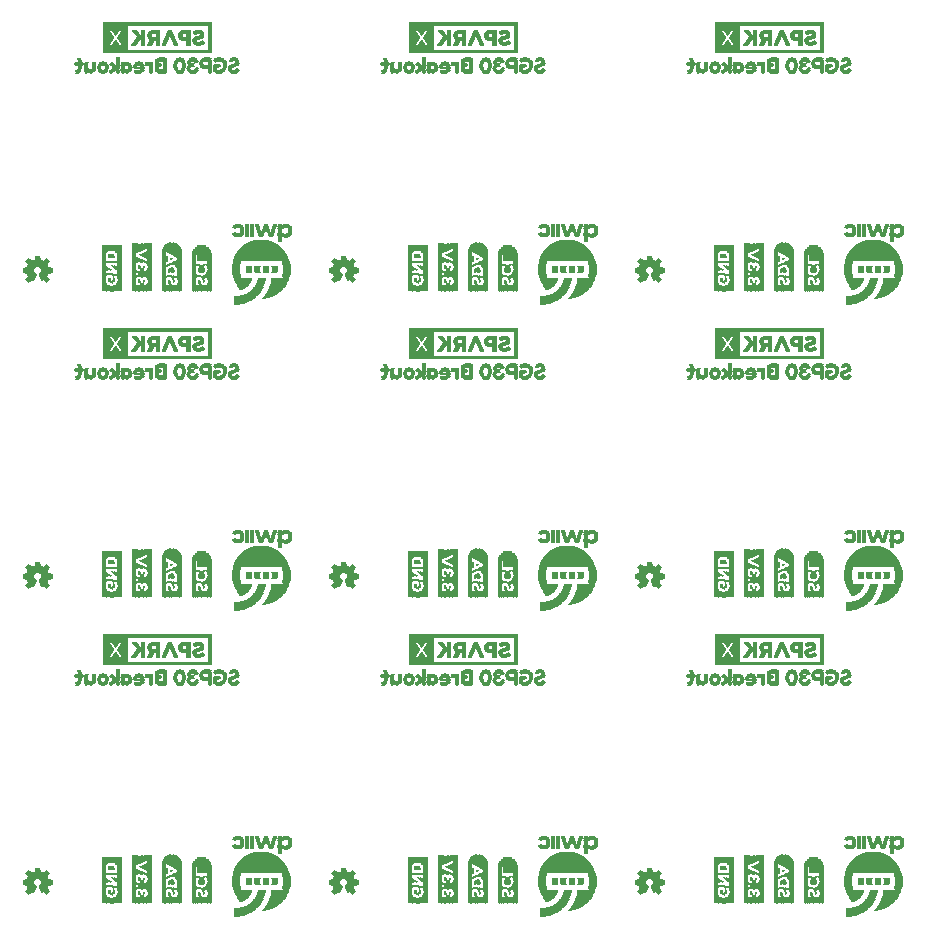
<source format=gbo>
G75*
%MOIN*%
%OFA0B0*%
%FSLAX25Y25*%
%IPPOS*%
%LPD*%
%AMOC8*
5,1,8,0,0,1.08239X$1,22.5*
%
%ADD10C,0.00039*%
%ADD11C,0.00299*%
%ADD12R,0.00157X0.15276*%
%ADD13R,0.00157X0.03307*%
%ADD14R,0.00157X0.11024*%
%ADD15R,0.00157X0.02992*%
%ADD16R,0.00157X0.01260*%
%ADD17R,0.00157X0.01890*%
%ADD18R,0.00157X0.00630*%
%ADD19R,0.00157X0.02677*%
%ADD20R,0.00157X0.00787*%
%ADD21R,0.00157X0.01575*%
%ADD22R,0.00157X0.00472*%
%ADD23R,0.00157X0.02520*%
%ADD24R,0.00157X0.01417*%
%ADD25R,0.00157X0.02205*%
%ADD26R,0.00157X0.02362*%
%ADD27R,0.00157X0.02047*%
%ADD28R,0.00157X0.01102*%
%ADD29R,0.00157X0.00945*%
%ADD30R,0.00157X0.02835*%
%ADD31R,0.00157X0.01732*%
%ADD32R,0.00157X0.00157*%
%ADD33R,0.00157X0.00315*%
%ADD34R,0.00157X0.03150*%
%ADD35R,0.00157X0.15906*%
%ADD36R,0.00157X0.03937*%
%ADD37R,0.00157X0.07402*%
%ADD38R,0.00157X0.03622*%
%ADD39R,0.00157X0.03465*%
%ADD40R,0.00157X0.13858*%
%ADD41R,0.00157X0.14331*%
%ADD42R,0.00157X0.14646*%
%ADD43R,0.00157X0.14961*%
%ADD44R,0.00157X0.15118*%
%ADD45R,0.00157X0.15433*%
%ADD46R,0.00157X0.11969*%
%ADD47R,0.00157X0.04567*%
%ADD48R,0.00157X0.04409*%
%ADD49R,0.00157X0.04252*%
%ADD50R,0.00157X0.04094*%
%ADD51R,0.00157X0.03780*%
%ADD52R,0.00157X0.12913*%
%ADD53R,0.00157X0.13386*%
%ADD54R,0.00157X0.13701*%
%ADD55R,0.00157X0.14016*%
%ADD56R,0.00157X0.14173*%
%ADD57R,0.00157X0.14488*%
%ADD58R,0.00157X0.07087*%
%ADD59R,0.00157X0.04882*%
%ADD60R,0.00157X0.05039*%
%ADD61R,0.00157X0.05197*%
%ADD62R,0.00472X0.00079*%
%ADD63R,0.01339X0.00079*%
%ADD64R,0.01260X0.00079*%
%ADD65R,0.00551X0.00079*%
%ADD66R,0.01102X0.00079*%
%ADD67R,0.01417X0.00079*%
%ADD68R,0.01654X0.00079*%
%ADD69R,0.01496X0.00079*%
%ADD70R,0.01890X0.00079*%
%ADD71R,0.02126X0.00079*%
%ADD72R,0.02205X0.00079*%
%ADD73R,0.01575X0.00079*%
%ADD74R,0.02520X0.00079*%
%ADD75R,0.02441X0.00079*%
%ADD76R,0.02756X0.00079*%
%ADD77R,0.02598X0.00079*%
%ADD78R,0.02913X0.00079*%
%ADD79R,0.04252X0.00079*%
%ADD80R,0.03150X0.00079*%
%ADD81R,0.04331X0.00079*%
%ADD82R,0.01732X0.00079*%
%ADD83R,0.03307X0.00079*%
%ADD84R,0.04409X0.00079*%
%ADD85R,0.01811X0.00079*%
%ADD86R,0.03386X0.00079*%
%ADD87R,0.03543X0.00079*%
%ADD88R,0.04488X0.00079*%
%ADD89R,0.03622X0.00079*%
%ADD90R,0.04567X0.00079*%
%ADD91R,0.03780X0.00079*%
%ADD92R,0.01969X0.00079*%
%ADD93R,0.02047X0.00079*%
%ADD94R,0.03701X0.00079*%
%ADD95R,0.01024X0.00079*%
%ADD96R,0.00709X0.00079*%
%ADD97R,0.02283X0.00079*%
%ADD98R,0.00236X0.00079*%
%ADD99R,0.02362X0.00079*%
%ADD100R,0.01181X0.00079*%
%ADD101R,0.00157X0.00079*%
%ADD102R,0.00394X0.00079*%
%ADD103R,0.00630X0.00079*%
%ADD104R,0.00866X0.00079*%
%ADD105R,0.03858X0.00079*%
%ADD106R,0.03465X0.00079*%
%ADD107R,0.02992X0.00079*%
%ADD108R,0.04173X0.00079*%
%ADD109R,0.02835X0.00079*%
%ADD110R,0.03228X0.00079*%
%ADD111R,0.04646X0.00079*%
%ADD112R,0.05276X0.00079*%
%ADD113R,0.05748X0.00079*%
%ADD114R,0.06299X0.00079*%
%ADD115R,0.06693X0.00079*%
%ADD116R,0.07165X0.00079*%
%ADD117R,0.07480X0.00079*%
%ADD118R,0.07795X0.00079*%
%ADD119R,0.08268X0.00079*%
%ADD120R,0.08504X0.00079*%
%ADD121R,0.08898X0.00079*%
%ADD122R,0.09213X0.00079*%
%ADD123R,0.09449X0.00079*%
%ADD124R,0.09764X0.00079*%
%ADD125R,0.10000X0.00079*%
%ADD126R,0.10236X0.00079*%
%ADD127R,0.10551X0.00079*%
%ADD128R,0.10709X0.00079*%
%ADD129R,0.11024X0.00079*%
%ADD130R,0.11181X0.00079*%
%ADD131R,0.11417X0.00079*%
%ADD132R,0.11654X0.00079*%
%ADD133R,0.11811X0.00079*%
%ADD134R,0.12047X0.00079*%
%ADD135R,0.12283X0.00079*%
%ADD136R,0.12441X0.00079*%
%ADD137R,0.12598X0.00079*%
%ADD138R,0.12835X0.00079*%
%ADD139R,0.12992X0.00079*%
%ADD140R,0.13150X0.00079*%
%ADD141R,0.13307X0.00079*%
%ADD142R,0.13465X0.00079*%
%ADD143R,0.13622X0.00079*%
%ADD144R,0.13858X0.00079*%
%ADD145R,0.13937X0.00079*%
%ADD146R,0.14094X0.00079*%
%ADD147R,0.14252X0.00079*%
%ADD148R,0.14409X0.00079*%
%ADD149R,0.14567X0.00079*%
%ADD150R,0.14724X0.00079*%
%ADD151R,0.14882X0.00079*%
%ADD152R,0.14961X0.00079*%
%ADD153R,0.15118X0.00079*%
%ADD154R,0.15197X0.00079*%
%ADD155R,0.15354X0.00079*%
%ADD156R,0.15512X0.00079*%
%ADD157R,0.15591X0.00079*%
%ADD158R,0.15669X0.00079*%
%ADD159R,0.15827X0.00079*%
%ADD160R,0.15984X0.00079*%
%ADD161R,0.16063X0.00079*%
%ADD162R,0.16142X0.00079*%
%ADD163R,0.16220X0.00079*%
%ADD164R,0.16378X0.00079*%
%ADD165R,0.16457X0.00079*%
%ADD166R,0.16535X0.00079*%
%ADD167R,0.16693X0.00079*%
%ADD168R,0.16772X0.00079*%
%ADD169R,0.16850X0.00079*%
%ADD170R,0.16929X0.00079*%
%ADD171R,0.17008X0.00079*%
%ADD172R,0.17087X0.00079*%
%ADD173R,0.17244X0.00079*%
%ADD174R,0.17323X0.00079*%
%ADD175R,0.17480X0.00079*%
%ADD176R,0.17559X0.00079*%
%ADD177R,0.17717X0.00079*%
%ADD178R,0.17795X0.00079*%
%ADD179R,0.17874X0.00079*%
%ADD180R,0.17953X0.00079*%
%ADD181R,0.18031X0.00079*%
%ADD182R,0.18110X0.00079*%
%ADD183R,0.18189X0.00079*%
%ADD184R,0.18268X0.00079*%
%ADD185R,0.18346X0.00079*%
%ADD186R,0.18425X0.00079*%
%ADD187R,0.18504X0.00079*%
%ADD188R,0.18583X0.00079*%
%ADD189R,0.18661X0.00079*%
%ADD190R,0.02677X0.00079*%
%ADD191R,0.05827X0.00079*%
%ADD192R,0.06220X0.00079*%
%ADD193R,0.06142X0.00079*%
%ADD194R,0.06063X0.00079*%
%ADD195R,0.05984X0.00079*%
%ADD196R,0.05906X0.00079*%
%ADD197R,0.05669X0.00079*%
%ADD198R,0.05512X0.00079*%
%ADD199R,0.05591X0.00079*%
%ADD200R,0.05433X0.00079*%
%ADD201R,0.05354X0.00079*%
%ADD202R,0.05197X0.00079*%
%ADD203R,0.05118X0.00079*%
%ADD204R,0.04961X0.00079*%
%ADD205R,0.04803X0.00079*%
%ADD206R,0.04724X0.00079*%
%ADD207R,0.04094X0.00079*%
%ADD208R,0.04016X0.00079*%
%ADD209R,0.03937X0.00079*%
%ADD210R,0.05039X0.00079*%
%ADD211R,0.03071X0.00079*%
%ADD212R,0.04882X0.00079*%
%ADD213R,0.00079X0.00079*%
%ADD214R,0.07244X0.00079*%
%ADD215R,0.07087X0.00079*%
%ADD216R,0.07008X0.00079*%
%ADD217R,0.06929X0.00079*%
%ADD218R,0.06850X0.00079*%
%ADD219R,0.06614X0.00079*%
%ADD220R,0.06535X0.00079*%
%ADD221R,0.06378X0.00079*%
%ADD222R,0.00984X0.00197*%
%ADD223R,0.01378X0.00197*%
%ADD224R,0.01772X0.00197*%
%ADD225R,0.02165X0.00197*%
%ADD226R,0.02362X0.00197*%
%ADD227R,0.02756X0.00197*%
%ADD228R,0.03150X0.00197*%
%ADD229R,0.00394X0.00197*%
%ADD230R,0.03346X0.00197*%
%ADD231R,0.02559X0.00197*%
%ADD232R,0.03543X0.00197*%
%ADD233R,0.01181X0.00197*%
%ADD234R,0.02953X0.00197*%
%ADD235R,0.03740X0.00197*%
%ADD236R,0.03937X0.00197*%
%ADD237R,0.01575X0.00197*%
%ADD238R,0.00787X0.00197*%
%ADD239R,0.00197X0.00197*%
%ADD240R,0.01969X0.00197*%
%ADD241R,0.02559X0.00236*%
%ADD242R,0.01378X0.00236*%
%ADD243R,0.02362X0.00236*%
%ADD244R,0.03740X0.00236*%
%ADD245R,0.01969X0.00236*%
%ADD246R,0.01575X0.00236*%
%ADD247R,0.02756X0.00236*%
%ADD248R,0.00591X0.00197*%
%ADD249R,0.01772X0.00236*%
%ADD250R,0.04134X0.00236*%
%ADD251R,0.02953X0.00236*%
%ADD252R,0.01181X0.00236*%
%ADD253R,0.04331X0.00197*%
%ADD254R,0.03543X0.00236*%
D10*
X0065342Y0116268D02*
X0065342Y0120765D01*
X0068361Y0120765D01*
X0067045Y0118834D01*
X0068294Y0118834D01*
X0069377Y0120490D01*
X0070468Y0118834D01*
X0071674Y0118834D01*
X0070349Y0120765D01*
X0073384Y0120765D01*
X0073384Y0117193D01*
X0073708Y0117193D01*
X0073708Y0116268D01*
X0065342Y0116268D01*
X0065342Y0116294D02*
X0073708Y0116294D01*
X0101342Y0116294D01*
X0101342Y0116268D02*
X0073708Y0116268D01*
X0073708Y0117193D01*
X0100417Y0117193D01*
X0100417Y0125307D01*
X0073384Y0125307D01*
X0073384Y0120765D01*
X0070349Y0120765D01*
X0069989Y0121290D01*
X0071602Y0123662D01*
X0070360Y0123662D01*
X0069345Y0122096D01*
X0068323Y0123662D01*
X0067117Y0123662D01*
X0068729Y0121304D01*
X0068361Y0120765D01*
X0065342Y0120765D01*
X0065342Y0126232D01*
X0073384Y0126232D01*
X0101342Y0126232D01*
X0101342Y0116268D01*
X0101342Y0116332D02*
X0073708Y0116332D01*
X0065342Y0116332D01*
X0065342Y0116370D02*
X0073708Y0116370D01*
X0101342Y0116370D01*
X0101342Y0116408D02*
X0073708Y0116408D01*
X0065342Y0116408D01*
X0065342Y0116445D02*
X0073708Y0116445D01*
X0101342Y0116445D01*
X0101342Y0116483D02*
X0073708Y0116483D01*
X0065342Y0116483D01*
X0065342Y0116521D02*
X0073708Y0116521D01*
X0101342Y0116521D01*
X0101342Y0116559D02*
X0073708Y0116559D01*
X0065342Y0116559D01*
X0065342Y0116597D02*
X0073708Y0116597D01*
X0101342Y0116597D01*
X0101342Y0116635D02*
X0073708Y0116635D01*
X0065342Y0116635D01*
X0065342Y0116673D02*
X0073708Y0116673D01*
X0101342Y0116673D01*
X0101342Y0116711D02*
X0073708Y0116711D01*
X0065342Y0116711D01*
X0065342Y0116748D02*
X0073708Y0116748D01*
X0101342Y0116748D01*
X0101342Y0116786D02*
X0073708Y0116786D01*
X0065342Y0116786D01*
X0065342Y0116824D02*
X0073708Y0116824D01*
X0101342Y0116824D01*
X0101342Y0116862D02*
X0073708Y0116862D01*
X0065342Y0116862D01*
X0065342Y0116900D02*
X0073708Y0116900D01*
X0101342Y0116900D01*
X0101342Y0116938D02*
X0073708Y0116938D01*
X0065342Y0116938D01*
X0065342Y0116976D02*
X0073708Y0116976D01*
X0101342Y0116976D01*
X0101342Y0117014D02*
X0073708Y0117014D01*
X0065342Y0117014D01*
X0065342Y0117052D02*
X0073708Y0117052D01*
X0101342Y0117052D01*
X0101342Y0117089D02*
X0073708Y0117089D01*
X0065342Y0117089D01*
X0065342Y0117127D02*
X0073708Y0117127D01*
X0101342Y0117127D01*
X0101342Y0117165D02*
X0073708Y0117165D01*
X0065342Y0117165D01*
X0065342Y0117203D02*
X0073384Y0117203D01*
X0073384Y0117241D02*
X0065342Y0117241D01*
X0065342Y0117279D02*
X0073384Y0117279D01*
X0073384Y0117317D02*
X0065342Y0117317D01*
X0065342Y0117355D02*
X0073384Y0117355D01*
X0073384Y0117392D02*
X0065342Y0117392D01*
X0065342Y0117430D02*
X0073384Y0117430D01*
X0073384Y0117468D02*
X0065342Y0117468D01*
X0065342Y0117506D02*
X0073384Y0117506D01*
X0073384Y0117544D02*
X0065342Y0117544D01*
X0065342Y0117582D02*
X0073384Y0117582D01*
X0073384Y0117620D02*
X0065342Y0117620D01*
X0065342Y0117658D02*
X0073384Y0117658D01*
X0073384Y0117696D02*
X0065342Y0117696D01*
X0065342Y0117733D02*
X0073384Y0117733D01*
X0073384Y0117771D02*
X0065342Y0117771D01*
X0065342Y0117809D02*
X0073384Y0117809D01*
X0073384Y0117847D02*
X0065342Y0117847D01*
X0065342Y0117885D02*
X0073384Y0117885D01*
X0073384Y0117923D02*
X0065342Y0117923D01*
X0065342Y0117961D02*
X0073384Y0117961D01*
X0073384Y0117999D02*
X0065342Y0117999D01*
X0065342Y0118036D02*
X0073384Y0118036D01*
X0073384Y0118074D02*
X0065342Y0118074D01*
X0065342Y0118112D02*
X0073384Y0118112D01*
X0073384Y0118150D02*
X0065342Y0118150D01*
X0065342Y0118188D02*
X0073384Y0118188D01*
X0073384Y0118226D02*
X0065342Y0118226D01*
X0065342Y0118264D02*
X0073384Y0118264D01*
X0073384Y0118302D02*
X0065342Y0118302D01*
X0065342Y0118340D02*
X0073384Y0118340D01*
X0073384Y0118377D02*
X0065342Y0118377D01*
X0065342Y0118415D02*
X0073384Y0118415D01*
X0073384Y0118453D02*
X0065342Y0118453D01*
X0065342Y0118491D02*
X0073384Y0118491D01*
X0073384Y0118529D02*
X0065342Y0118529D01*
X0065342Y0118567D02*
X0073384Y0118567D01*
X0073384Y0118605D02*
X0065342Y0118605D01*
X0065342Y0118643D02*
X0073384Y0118643D01*
X0073384Y0118680D02*
X0065342Y0118680D01*
X0065342Y0118718D02*
X0073384Y0118718D01*
X0073384Y0118756D02*
X0065342Y0118756D01*
X0065342Y0118794D02*
X0073384Y0118794D01*
X0073384Y0118832D02*
X0065342Y0118832D01*
X0065342Y0118870D02*
X0067069Y0118870D01*
X0067095Y0118908D02*
X0065342Y0118908D01*
X0065342Y0118946D02*
X0067120Y0118946D01*
X0067146Y0118983D02*
X0065342Y0118983D01*
X0065342Y0119021D02*
X0067172Y0119021D01*
X0067198Y0119059D02*
X0065342Y0119059D01*
X0065342Y0119097D02*
X0067224Y0119097D01*
X0067250Y0119135D02*
X0065342Y0119135D01*
X0065342Y0119173D02*
X0067276Y0119173D01*
X0067301Y0119211D02*
X0065342Y0119211D01*
X0065342Y0119249D02*
X0067327Y0119249D01*
X0067353Y0119287D02*
X0065342Y0119287D01*
X0065342Y0119324D02*
X0067379Y0119324D01*
X0067405Y0119362D02*
X0065342Y0119362D01*
X0065342Y0119400D02*
X0067431Y0119400D01*
X0067456Y0119438D02*
X0065342Y0119438D01*
X0065342Y0119476D02*
X0067482Y0119476D01*
X0067508Y0119514D02*
X0065342Y0119514D01*
X0065342Y0119552D02*
X0067534Y0119552D01*
X0067560Y0119590D02*
X0065342Y0119590D01*
X0065342Y0119627D02*
X0067586Y0119627D01*
X0067611Y0119665D02*
X0065342Y0119665D01*
X0065342Y0119703D02*
X0067637Y0119703D01*
X0067663Y0119741D02*
X0065342Y0119741D01*
X0065342Y0119779D02*
X0067689Y0119779D01*
X0067715Y0119817D02*
X0065342Y0119817D01*
X0065342Y0119855D02*
X0067741Y0119855D01*
X0067766Y0119893D02*
X0065342Y0119893D01*
X0065342Y0119931D02*
X0067792Y0119931D01*
X0067818Y0119968D02*
X0065342Y0119968D01*
X0065342Y0120006D02*
X0067844Y0120006D01*
X0067870Y0120044D02*
X0065342Y0120044D01*
X0065342Y0120082D02*
X0067896Y0120082D01*
X0067922Y0120120D02*
X0065342Y0120120D01*
X0065342Y0120158D02*
X0067947Y0120158D01*
X0067973Y0120196D02*
X0065342Y0120196D01*
X0065342Y0120234D02*
X0067999Y0120234D01*
X0068025Y0120271D02*
X0065342Y0120271D01*
X0065342Y0120309D02*
X0068051Y0120309D01*
X0068077Y0120347D02*
X0065342Y0120347D01*
X0065342Y0120385D02*
X0068102Y0120385D01*
X0068128Y0120423D02*
X0065342Y0120423D01*
X0065342Y0120461D02*
X0068154Y0120461D01*
X0068180Y0120499D02*
X0065342Y0120499D01*
X0065342Y0120537D02*
X0068206Y0120537D01*
X0068232Y0120575D02*
X0065342Y0120575D01*
X0065342Y0120612D02*
X0068257Y0120612D01*
X0068283Y0120650D02*
X0065342Y0120650D01*
X0065342Y0120688D02*
X0068309Y0120688D01*
X0068335Y0120726D02*
X0065342Y0120726D01*
X0065342Y0120764D02*
X0068361Y0120764D01*
X0068387Y0120802D02*
X0065342Y0120802D01*
X0065342Y0120840D02*
X0068413Y0120840D01*
X0068438Y0120878D02*
X0065342Y0120878D01*
X0065342Y0120915D02*
X0068464Y0120915D01*
X0068490Y0120953D02*
X0065342Y0120953D01*
X0065342Y0120991D02*
X0068516Y0120991D01*
X0068542Y0121029D02*
X0065342Y0121029D01*
X0065342Y0121067D02*
X0068568Y0121067D01*
X0068593Y0121105D02*
X0065342Y0121105D01*
X0065342Y0121143D02*
X0068619Y0121143D01*
X0068645Y0121181D02*
X0065342Y0121181D01*
X0065342Y0121218D02*
X0068671Y0121218D01*
X0068697Y0121256D02*
X0065342Y0121256D01*
X0065342Y0121294D02*
X0068723Y0121294D01*
X0068710Y0121332D02*
X0065342Y0121332D01*
X0065342Y0121370D02*
X0068684Y0121370D01*
X0068658Y0121408D02*
X0065342Y0121408D01*
X0065342Y0121446D02*
X0068632Y0121446D01*
X0068607Y0121484D02*
X0065342Y0121484D01*
X0065342Y0121522D02*
X0068581Y0121522D01*
X0068555Y0121559D02*
X0065342Y0121559D01*
X0065342Y0121597D02*
X0068529Y0121597D01*
X0068503Y0121635D02*
X0065342Y0121635D01*
X0065342Y0121673D02*
X0068477Y0121673D01*
X0068451Y0121711D02*
X0065342Y0121711D01*
X0065342Y0121749D02*
X0068425Y0121749D01*
X0068399Y0121787D02*
X0065342Y0121787D01*
X0065342Y0121825D02*
X0068373Y0121825D01*
X0068347Y0121862D02*
X0065342Y0121862D01*
X0065342Y0121900D02*
X0068322Y0121900D01*
X0068296Y0121938D02*
X0065342Y0121938D01*
X0065342Y0121976D02*
X0068270Y0121976D01*
X0068244Y0122014D02*
X0065342Y0122014D01*
X0065342Y0122052D02*
X0068218Y0122052D01*
X0068192Y0122090D02*
X0065342Y0122090D01*
X0065342Y0122128D02*
X0068166Y0122128D01*
X0068140Y0122166D02*
X0065342Y0122166D01*
X0065342Y0122203D02*
X0068114Y0122203D01*
X0068088Y0122241D02*
X0065342Y0122241D01*
X0065342Y0122279D02*
X0068062Y0122279D01*
X0068037Y0122317D02*
X0065342Y0122317D01*
X0065342Y0122355D02*
X0068011Y0122355D01*
X0067985Y0122393D02*
X0065342Y0122393D01*
X0065342Y0122431D02*
X0067959Y0122431D01*
X0067933Y0122469D02*
X0065342Y0122469D01*
X0065342Y0122506D02*
X0067907Y0122506D01*
X0067881Y0122544D02*
X0065342Y0122544D01*
X0065342Y0122582D02*
X0067855Y0122582D01*
X0067829Y0122620D02*
X0065342Y0122620D01*
X0065342Y0122658D02*
X0067803Y0122658D01*
X0067777Y0122696D02*
X0065342Y0122696D01*
X0065342Y0122734D02*
X0067752Y0122734D01*
X0067726Y0122772D02*
X0065342Y0122772D01*
X0065342Y0122810D02*
X0067700Y0122810D01*
X0067674Y0122847D02*
X0065342Y0122847D01*
X0065342Y0122885D02*
X0067648Y0122885D01*
X0067622Y0122923D02*
X0065342Y0122923D01*
X0065342Y0122961D02*
X0067596Y0122961D01*
X0067570Y0122999D02*
X0065342Y0122999D01*
X0065342Y0123037D02*
X0067544Y0123037D01*
X0067518Y0123075D02*
X0065342Y0123075D01*
X0065342Y0123113D02*
X0067492Y0123113D01*
X0067466Y0123150D02*
X0065342Y0123150D01*
X0065342Y0123188D02*
X0067441Y0123188D01*
X0067415Y0123226D02*
X0065342Y0123226D01*
X0065342Y0123264D02*
X0067389Y0123264D01*
X0067363Y0123302D02*
X0065342Y0123302D01*
X0065342Y0123340D02*
X0067337Y0123340D01*
X0067311Y0123378D02*
X0065342Y0123378D01*
X0065342Y0123416D02*
X0067285Y0123416D01*
X0067259Y0123453D02*
X0065342Y0123453D01*
X0065342Y0123491D02*
X0067233Y0123491D01*
X0067207Y0123529D02*
X0065342Y0123529D01*
X0065342Y0123567D02*
X0067181Y0123567D01*
X0067156Y0123605D02*
X0065342Y0123605D01*
X0065342Y0123643D02*
X0067130Y0123643D01*
X0068335Y0123643D02*
X0070348Y0123643D01*
X0070323Y0123605D02*
X0068360Y0123605D01*
X0068385Y0123567D02*
X0070299Y0123567D01*
X0070274Y0123529D02*
X0068409Y0123529D01*
X0068434Y0123491D02*
X0070250Y0123491D01*
X0070225Y0123453D02*
X0068459Y0123453D01*
X0068483Y0123416D02*
X0070200Y0123416D01*
X0070176Y0123378D02*
X0068508Y0123378D01*
X0068533Y0123340D02*
X0070151Y0123340D01*
X0070127Y0123302D02*
X0068558Y0123302D01*
X0068582Y0123264D02*
X0070102Y0123264D01*
X0070078Y0123226D02*
X0068607Y0123226D01*
X0068632Y0123188D02*
X0070053Y0123188D01*
X0070029Y0123150D02*
X0068657Y0123150D01*
X0068681Y0123113D02*
X0070004Y0123113D01*
X0069979Y0123075D02*
X0068706Y0123075D01*
X0068731Y0123037D02*
X0069955Y0123037D01*
X0069930Y0122999D02*
X0068756Y0122999D01*
X0068780Y0122961D02*
X0069906Y0122961D01*
X0069881Y0122923D02*
X0068805Y0122923D01*
X0068830Y0122885D02*
X0069857Y0122885D01*
X0069832Y0122847D02*
X0068854Y0122847D01*
X0068879Y0122810D02*
X0069808Y0122810D01*
X0069783Y0122772D02*
X0068904Y0122772D01*
X0068929Y0122734D02*
X0069758Y0122734D01*
X0069734Y0122696D02*
X0068953Y0122696D01*
X0068978Y0122658D02*
X0069709Y0122658D01*
X0069685Y0122620D02*
X0069003Y0122620D01*
X0069028Y0122582D02*
X0069660Y0122582D01*
X0069636Y0122544D02*
X0069052Y0122544D01*
X0069077Y0122506D02*
X0069611Y0122506D01*
X0069587Y0122469D02*
X0069102Y0122469D01*
X0069127Y0122431D02*
X0069562Y0122431D01*
X0069537Y0122393D02*
X0069151Y0122393D01*
X0069176Y0122355D02*
X0069513Y0122355D01*
X0069488Y0122317D02*
X0069201Y0122317D01*
X0069225Y0122279D02*
X0069464Y0122279D01*
X0069439Y0122241D02*
X0069250Y0122241D01*
X0069275Y0122203D02*
X0069415Y0122203D01*
X0069390Y0122166D02*
X0069300Y0122166D01*
X0069324Y0122128D02*
X0069366Y0122128D01*
X0070173Y0121559D02*
X0073384Y0121559D01*
X0073384Y0121522D02*
X0070147Y0121522D01*
X0070121Y0121484D02*
X0073384Y0121484D01*
X0073384Y0121446D02*
X0070096Y0121446D01*
X0070070Y0121408D02*
X0073384Y0121408D01*
X0073384Y0121370D02*
X0070044Y0121370D01*
X0070018Y0121332D02*
X0073384Y0121332D01*
X0073384Y0121294D02*
X0069993Y0121294D01*
X0070012Y0121256D02*
X0073384Y0121256D01*
X0073384Y0121218D02*
X0070038Y0121218D01*
X0070064Y0121181D02*
X0073384Y0121181D01*
X0073384Y0121143D02*
X0070090Y0121143D01*
X0070116Y0121105D02*
X0073384Y0121105D01*
X0073384Y0121067D02*
X0070142Y0121067D01*
X0070168Y0121029D02*
X0073384Y0121029D01*
X0073384Y0120991D02*
X0070194Y0120991D01*
X0070220Y0120953D02*
X0073384Y0120953D01*
X0073384Y0120915D02*
X0070246Y0120915D01*
X0070272Y0120878D02*
X0073384Y0120878D01*
X0073384Y0120840D02*
X0070298Y0120840D01*
X0070324Y0120802D02*
X0073384Y0120802D01*
X0073384Y0120764D02*
X0070350Y0120764D01*
X0070376Y0120726D02*
X0073384Y0120726D01*
X0073384Y0120688D02*
X0070402Y0120688D01*
X0070428Y0120650D02*
X0073384Y0120650D01*
X0073384Y0120612D02*
X0070454Y0120612D01*
X0070480Y0120575D02*
X0073384Y0120575D01*
X0073384Y0120537D02*
X0070506Y0120537D01*
X0070532Y0120499D02*
X0073384Y0120499D01*
X0073384Y0120461D02*
X0070558Y0120461D01*
X0070584Y0120423D02*
X0073384Y0120423D01*
X0073384Y0120385D02*
X0070610Y0120385D01*
X0070636Y0120347D02*
X0073384Y0120347D01*
X0073384Y0120309D02*
X0070662Y0120309D01*
X0070688Y0120271D02*
X0073384Y0120271D01*
X0073384Y0120234D02*
X0070714Y0120234D01*
X0070740Y0120196D02*
X0073384Y0120196D01*
X0073384Y0120158D02*
X0070766Y0120158D01*
X0070792Y0120120D02*
X0073384Y0120120D01*
X0073384Y0120082D02*
X0070818Y0120082D01*
X0070844Y0120044D02*
X0073384Y0120044D01*
X0073384Y0120006D02*
X0070870Y0120006D01*
X0070896Y0119968D02*
X0073384Y0119968D01*
X0073384Y0119931D02*
X0070922Y0119931D01*
X0070948Y0119893D02*
X0073384Y0119893D01*
X0073384Y0119855D02*
X0070974Y0119855D01*
X0071000Y0119817D02*
X0073384Y0119817D01*
X0073384Y0119779D02*
X0071026Y0119779D01*
X0071052Y0119741D02*
X0073384Y0119741D01*
X0073384Y0119703D02*
X0071078Y0119703D01*
X0071104Y0119665D02*
X0073384Y0119665D01*
X0073384Y0119627D02*
X0071130Y0119627D01*
X0071156Y0119590D02*
X0073384Y0119590D01*
X0073384Y0119552D02*
X0071182Y0119552D01*
X0071208Y0119514D02*
X0073384Y0119514D01*
X0073384Y0119476D02*
X0071234Y0119476D01*
X0071260Y0119438D02*
X0073384Y0119438D01*
X0073384Y0119400D02*
X0071286Y0119400D01*
X0071312Y0119362D02*
X0073384Y0119362D01*
X0073384Y0119324D02*
X0071338Y0119324D01*
X0071364Y0119287D02*
X0073384Y0119287D01*
X0073384Y0119249D02*
X0071390Y0119249D01*
X0071416Y0119211D02*
X0073384Y0119211D01*
X0073384Y0119173D02*
X0071442Y0119173D01*
X0071468Y0119135D02*
X0073384Y0119135D01*
X0073384Y0119097D02*
X0071494Y0119097D01*
X0071520Y0119059D02*
X0073384Y0119059D01*
X0073384Y0119021D02*
X0071546Y0119021D01*
X0071572Y0118983D02*
X0073384Y0118983D01*
X0073384Y0118946D02*
X0071598Y0118946D01*
X0071624Y0118908D02*
X0073384Y0118908D01*
X0073384Y0118870D02*
X0071650Y0118870D01*
X0070445Y0118870D02*
X0068317Y0118870D01*
X0068342Y0118908D02*
X0070420Y0118908D01*
X0070395Y0118946D02*
X0068367Y0118946D01*
X0068391Y0118983D02*
X0070370Y0118983D01*
X0070345Y0119021D02*
X0068416Y0119021D01*
X0068441Y0119059D02*
X0070320Y0119059D01*
X0070295Y0119097D02*
X0068466Y0119097D01*
X0068491Y0119135D02*
X0070270Y0119135D01*
X0070245Y0119173D02*
X0068515Y0119173D01*
X0068540Y0119211D02*
X0070220Y0119211D01*
X0070195Y0119249D02*
X0068565Y0119249D01*
X0068590Y0119287D02*
X0070170Y0119287D01*
X0070145Y0119324D02*
X0068614Y0119324D01*
X0068639Y0119362D02*
X0070120Y0119362D01*
X0070096Y0119400D02*
X0068664Y0119400D01*
X0068689Y0119438D02*
X0070071Y0119438D01*
X0070046Y0119476D02*
X0068714Y0119476D01*
X0068738Y0119514D02*
X0070021Y0119514D01*
X0069996Y0119552D02*
X0068763Y0119552D01*
X0068788Y0119590D02*
X0069971Y0119590D01*
X0069946Y0119627D02*
X0068813Y0119627D01*
X0068838Y0119665D02*
X0069921Y0119665D01*
X0069896Y0119703D02*
X0068862Y0119703D01*
X0068887Y0119741D02*
X0069871Y0119741D01*
X0069846Y0119779D02*
X0068912Y0119779D01*
X0068937Y0119817D02*
X0069821Y0119817D01*
X0069796Y0119855D02*
X0068961Y0119855D01*
X0068986Y0119893D02*
X0069771Y0119893D01*
X0069746Y0119931D02*
X0069011Y0119931D01*
X0069036Y0119968D02*
X0069721Y0119968D01*
X0069696Y0120006D02*
X0069061Y0120006D01*
X0069085Y0120044D02*
X0069671Y0120044D01*
X0069646Y0120082D02*
X0069110Y0120082D01*
X0069135Y0120120D02*
X0069621Y0120120D01*
X0069596Y0120158D02*
X0069160Y0120158D01*
X0069185Y0120196D02*
X0069572Y0120196D01*
X0069547Y0120234D02*
X0069209Y0120234D01*
X0069234Y0120271D02*
X0069522Y0120271D01*
X0069497Y0120309D02*
X0069259Y0120309D01*
X0069284Y0120347D02*
X0069472Y0120347D01*
X0069447Y0120385D02*
X0069309Y0120385D01*
X0069333Y0120423D02*
X0069422Y0120423D01*
X0069397Y0120461D02*
X0069358Y0120461D01*
X0070199Y0121597D02*
X0073384Y0121597D01*
X0073384Y0121635D02*
X0070224Y0121635D01*
X0070250Y0121673D02*
X0073384Y0121673D01*
X0073384Y0121711D02*
X0070276Y0121711D01*
X0070302Y0121749D02*
X0073384Y0121749D01*
X0073384Y0121787D02*
X0070327Y0121787D01*
X0070353Y0121825D02*
X0073384Y0121825D01*
X0073384Y0121862D02*
X0070379Y0121862D01*
X0070405Y0121900D02*
X0073384Y0121900D01*
X0073384Y0121938D02*
X0070430Y0121938D01*
X0070456Y0121976D02*
X0073384Y0121976D01*
X0073384Y0122014D02*
X0070482Y0122014D01*
X0070508Y0122052D02*
X0073384Y0122052D01*
X0073384Y0122090D02*
X0070533Y0122090D01*
X0070559Y0122128D02*
X0073384Y0122128D01*
X0073384Y0122166D02*
X0070585Y0122166D01*
X0070611Y0122203D02*
X0073384Y0122203D01*
X0073384Y0122241D02*
X0070636Y0122241D01*
X0070662Y0122279D02*
X0073384Y0122279D01*
X0073384Y0122317D02*
X0070688Y0122317D01*
X0070714Y0122355D02*
X0073384Y0122355D01*
X0073384Y0122393D02*
X0070739Y0122393D01*
X0070765Y0122431D02*
X0073384Y0122431D01*
X0073384Y0122469D02*
X0070791Y0122469D01*
X0070817Y0122506D02*
X0073384Y0122506D01*
X0073384Y0122544D02*
X0070842Y0122544D01*
X0070868Y0122582D02*
X0073384Y0122582D01*
X0073384Y0122620D02*
X0070894Y0122620D01*
X0070920Y0122658D02*
X0073384Y0122658D01*
X0073384Y0122696D02*
X0070945Y0122696D01*
X0070971Y0122734D02*
X0073384Y0122734D01*
X0073384Y0122772D02*
X0070997Y0122772D01*
X0071023Y0122810D02*
X0073384Y0122810D01*
X0073384Y0122847D02*
X0071048Y0122847D01*
X0071074Y0122885D02*
X0073384Y0122885D01*
X0073384Y0122923D02*
X0071100Y0122923D01*
X0071126Y0122961D02*
X0073384Y0122961D01*
X0073384Y0122999D02*
X0071151Y0122999D01*
X0071177Y0123037D02*
X0073384Y0123037D01*
X0073384Y0123075D02*
X0071203Y0123075D01*
X0071229Y0123113D02*
X0073384Y0123113D01*
X0073384Y0123150D02*
X0071254Y0123150D01*
X0071280Y0123188D02*
X0073384Y0123188D01*
X0073384Y0123226D02*
X0071306Y0123226D01*
X0071332Y0123264D02*
X0073384Y0123264D01*
X0073384Y0123302D02*
X0071357Y0123302D01*
X0071383Y0123340D02*
X0073384Y0123340D01*
X0073384Y0123378D02*
X0071409Y0123378D01*
X0071435Y0123416D02*
X0073384Y0123416D01*
X0073384Y0123453D02*
X0071460Y0123453D01*
X0071486Y0123491D02*
X0073384Y0123491D01*
X0073384Y0123529D02*
X0071512Y0123529D01*
X0071538Y0123567D02*
X0073384Y0123567D01*
X0073384Y0123605D02*
X0071563Y0123605D01*
X0071589Y0123643D02*
X0073384Y0123643D01*
X0073384Y0123681D02*
X0065342Y0123681D01*
X0065342Y0123719D02*
X0073384Y0123719D01*
X0073384Y0123757D02*
X0065342Y0123757D01*
X0065342Y0123794D02*
X0073384Y0123794D01*
X0073384Y0123832D02*
X0065342Y0123832D01*
X0065342Y0123870D02*
X0073384Y0123870D01*
X0073384Y0123908D02*
X0065342Y0123908D01*
X0065342Y0123946D02*
X0073384Y0123946D01*
X0073384Y0123984D02*
X0065342Y0123984D01*
X0065342Y0124022D02*
X0073384Y0124022D01*
X0073384Y0124060D02*
X0065342Y0124060D01*
X0065342Y0124097D02*
X0073384Y0124097D01*
X0073384Y0124135D02*
X0065342Y0124135D01*
X0065342Y0124173D02*
X0073384Y0124173D01*
X0073384Y0124211D02*
X0065342Y0124211D01*
X0065342Y0124249D02*
X0073384Y0124249D01*
X0073384Y0124287D02*
X0065342Y0124287D01*
X0065342Y0124325D02*
X0073384Y0124325D01*
X0073384Y0124363D02*
X0065342Y0124363D01*
X0065342Y0124401D02*
X0073384Y0124401D01*
X0073384Y0124438D02*
X0065342Y0124438D01*
X0065342Y0124476D02*
X0073384Y0124476D01*
X0073384Y0124514D02*
X0065342Y0124514D01*
X0065342Y0124552D02*
X0073384Y0124552D01*
X0073384Y0124590D02*
X0065342Y0124590D01*
X0065342Y0124628D02*
X0073384Y0124628D01*
X0073384Y0124666D02*
X0065342Y0124666D01*
X0065342Y0124704D02*
X0073384Y0124704D01*
X0073384Y0124741D02*
X0065342Y0124741D01*
X0065342Y0124779D02*
X0073384Y0124779D01*
X0073384Y0124817D02*
X0065342Y0124817D01*
X0065342Y0124855D02*
X0073384Y0124855D01*
X0073384Y0124893D02*
X0065342Y0124893D01*
X0065342Y0124931D02*
X0073384Y0124931D01*
X0073384Y0124969D02*
X0065342Y0124969D01*
X0065342Y0125007D02*
X0073384Y0125007D01*
X0073384Y0125045D02*
X0065342Y0125045D01*
X0065342Y0125082D02*
X0073384Y0125082D01*
X0073384Y0125120D02*
X0065342Y0125120D01*
X0065342Y0125158D02*
X0073384Y0125158D01*
X0073384Y0125196D02*
X0065342Y0125196D01*
X0065342Y0125234D02*
X0073384Y0125234D01*
X0073384Y0125272D02*
X0065342Y0125272D01*
X0065342Y0125310D02*
X0101342Y0125310D01*
X0101342Y0125348D02*
X0065342Y0125348D01*
X0065342Y0125385D02*
X0101342Y0125385D01*
X0101342Y0125423D02*
X0065342Y0125423D01*
X0065342Y0125461D02*
X0101342Y0125461D01*
X0101342Y0125499D02*
X0065342Y0125499D01*
X0065342Y0125537D02*
X0101342Y0125537D01*
X0101342Y0125575D02*
X0065342Y0125575D01*
X0065342Y0125613D02*
X0101342Y0125613D01*
X0101342Y0125651D02*
X0065342Y0125651D01*
X0065342Y0125688D02*
X0101342Y0125688D01*
X0101342Y0125726D02*
X0065342Y0125726D01*
X0065342Y0125764D02*
X0101342Y0125764D01*
X0101342Y0125802D02*
X0065342Y0125802D01*
X0065342Y0125840D02*
X0101342Y0125840D01*
X0101342Y0125878D02*
X0065342Y0125878D01*
X0065342Y0125916D02*
X0101342Y0125916D01*
X0101342Y0125954D02*
X0065342Y0125954D01*
X0065342Y0125992D02*
X0101342Y0125992D01*
X0101342Y0126029D02*
X0065342Y0126029D01*
X0065342Y0126067D02*
X0101342Y0126067D01*
X0101342Y0126105D02*
X0065342Y0126105D01*
X0065342Y0126143D02*
X0101342Y0126143D01*
X0101342Y0126181D02*
X0065342Y0126181D01*
X0065342Y0126219D02*
X0101342Y0126219D01*
X0101342Y0125272D02*
X0100417Y0125272D01*
X0100417Y0125234D02*
X0101342Y0125234D01*
X0101342Y0125196D02*
X0100417Y0125196D01*
X0100417Y0125158D02*
X0101342Y0125158D01*
X0101342Y0125120D02*
X0100417Y0125120D01*
X0100417Y0125082D02*
X0101342Y0125082D01*
X0101342Y0125045D02*
X0100417Y0125045D01*
X0100417Y0125007D02*
X0101342Y0125007D01*
X0101342Y0124969D02*
X0100417Y0124969D01*
X0100417Y0124931D02*
X0101342Y0124931D01*
X0101342Y0124893D02*
X0100417Y0124893D01*
X0100417Y0124855D02*
X0101342Y0124855D01*
X0101342Y0124817D02*
X0100417Y0124817D01*
X0100417Y0124779D02*
X0101342Y0124779D01*
X0101342Y0124741D02*
X0100417Y0124741D01*
X0100417Y0124704D02*
X0101342Y0124704D01*
X0101342Y0124666D02*
X0100417Y0124666D01*
X0100417Y0124628D02*
X0101342Y0124628D01*
X0101342Y0124590D02*
X0100417Y0124590D01*
X0100417Y0124552D02*
X0101342Y0124552D01*
X0101342Y0124514D02*
X0100417Y0124514D01*
X0100417Y0124476D02*
X0101342Y0124476D01*
X0101342Y0124438D02*
X0100417Y0124438D01*
X0100417Y0124401D02*
X0101342Y0124401D01*
X0101342Y0124363D02*
X0100417Y0124363D01*
X0100417Y0124325D02*
X0101342Y0124325D01*
X0101342Y0124287D02*
X0100417Y0124287D01*
X0100417Y0124249D02*
X0101342Y0124249D01*
X0101342Y0124211D02*
X0100417Y0124211D01*
X0100417Y0124173D02*
X0101342Y0124173D01*
X0101342Y0124135D02*
X0100417Y0124135D01*
X0100417Y0124097D02*
X0101342Y0124097D01*
X0101342Y0124060D02*
X0100417Y0124060D01*
X0100417Y0124022D02*
X0101342Y0124022D01*
X0101342Y0123984D02*
X0100417Y0123984D01*
X0100417Y0123946D02*
X0101342Y0123946D01*
X0101342Y0123908D02*
X0100417Y0123908D01*
X0100417Y0123870D02*
X0101342Y0123870D01*
X0101342Y0123832D02*
X0100417Y0123832D01*
X0100417Y0123794D02*
X0101342Y0123794D01*
X0101342Y0123757D02*
X0100417Y0123757D01*
X0100417Y0123719D02*
X0101342Y0123719D01*
X0101342Y0123681D02*
X0100417Y0123681D01*
X0100417Y0123643D02*
X0101342Y0123643D01*
X0101342Y0123605D02*
X0100417Y0123605D01*
X0100417Y0123567D02*
X0101342Y0123567D01*
X0101342Y0123529D02*
X0100417Y0123529D01*
X0100417Y0123491D02*
X0101342Y0123491D01*
X0101342Y0123453D02*
X0100417Y0123453D01*
X0100417Y0123416D02*
X0101342Y0123416D01*
X0101342Y0123378D02*
X0100417Y0123378D01*
X0100417Y0123340D02*
X0101342Y0123340D01*
X0101342Y0123302D02*
X0100417Y0123302D01*
X0100417Y0123264D02*
X0101342Y0123264D01*
X0101342Y0123226D02*
X0100417Y0123226D01*
X0100417Y0123188D02*
X0101342Y0123188D01*
X0101342Y0123150D02*
X0100417Y0123150D01*
X0100417Y0123113D02*
X0101342Y0123113D01*
X0101342Y0123075D02*
X0100417Y0123075D01*
X0100417Y0123037D02*
X0101342Y0123037D01*
X0101342Y0122999D02*
X0100417Y0122999D01*
X0100417Y0122961D02*
X0101342Y0122961D01*
X0101342Y0122923D02*
X0100417Y0122923D01*
X0100417Y0122885D02*
X0101342Y0122885D01*
X0101342Y0122847D02*
X0100417Y0122847D01*
X0100417Y0122810D02*
X0101342Y0122810D01*
X0101342Y0122772D02*
X0100417Y0122772D01*
X0100417Y0122734D02*
X0101342Y0122734D01*
X0101342Y0122696D02*
X0100417Y0122696D01*
X0100417Y0122658D02*
X0101342Y0122658D01*
X0101342Y0122620D02*
X0100417Y0122620D01*
X0100417Y0122582D02*
X0101342Y0122582D01*
X0101342Y0122544D02*
X0100417Y0122544D01*
X0100417Y0122506D02*
X0101342Y0122506D01*
X0101342Y0122469D02*
X0100417Y0122469D01*
X0100417Y0122431D02*
X0101342Y0122431D01*
X0101342Y0122393D02*
X0100417Y0122393D01*
X0100417Y0122355D02*
X0101342Y0122355D01*
X0101342Y0122317D02*
X0100417Y0122317D01*
X0100417Y0122279D02*
X0101342Y0122279D01*
X0101342Y0122241D02*
X0100417Y0122241D01*
X0100417Y0122203D02*
X0101342Y0122203D01*
X0101342Y0122166D02*
X0100417Y0122166D01*
X0100417Y0122128D02*
X0101342Y0122128D01*
X0101342Y0122090D02*
X0100417Y0122090D01*
X0100417Y0122052D02*
X0101342Y0122052D01*
X0101342Y0122014D02*
X0100417Y0122014D01*
X0100417Y0121976D02*
X0101342Y0121976D01*
X0101342Y0121938D02*
X0100417Y0121938D01*
X0100417Y0121900D02*
X0101342Y0121900D01*
X0101342Y0121862D02*
X0100417Y0121862D01*
X0100417Y0121825D02*
X0101342Y0121825D01*
X0101342Y0121787D02*
X0100417Y0121787D01*
X0100417Y0121749D02*
X0101342Y0121749D01*
X0101342Y0121711D02*
X0100417Y0121711D01*
X0100417Y0121673D02*
X0101342Y0121673D01*
X0101342Y0121635D02*
X0100417Y0121635D01*
X0100417Y0121597D02*
X0101342Y0121597D01*
X0101342Y0121559D02*
X0100417Y0121559D01*
X0100417Y0121522D02*
X0101342Y0121522D01*
X0101342Y0121484D02*
X0100417Y0121484D01*
X0100417Y0121446D02*
X0101342Y0121446D01*
X0101342Y0121408D02*
X0100417Y0121408D01*
X0100417Y0121370D02*
X0101342Y0121370D01*
X0101342Y0121332D02*
X0100417Y0121332D01*
X0100417Y0121294D02*
X0101342Y0121294D01*
X0101342Y0121256D02*
X0100417Y0121256D01*
X0100417Y0121218D02*
X0101342Y0121218D01*
X0101342Y0121181D02*
X0100417Y0121181D01*
X0100417Y0121143D02*
X0101342Y0121143D01*
X0101342Y0121105D02*
X0100417Y0121105D01*
X0100417Y0121067D02*
X0101342Y0121067D01*
X0101342Y0121029D02*
X0100417Y0121029D01*
X0100417Y0120991D02*
X0101342Y0120991D01*
X0101342Y0120953D02*
X0100417Y0120953D01*
X0100417Y0120915D02*
X0101342Y0120915D01*
X0101342Y0120878D02*
X0100417Y0120878D01*
X0100417Y0120840D02*
X0101342Y0120840D01*
X0101342Y0120802D02*
X0100417Y0120802D01*
X0100417Y0120764D02*
X0101342Y0120764D01*
X0101342Y0120726D02*
X0100417Y0120726D01*
X0100417Y0120688D02*
X0101342Y0120688D01*
X0101342Y0120650D02*
X0100417Y0120650D01*
X0100417Y0120612D02*
X0101342Y0120612D01*
X0101342Y0120575D02*
X0100417Y0120575D01*
X0100417Y0120537D02*
X0101342Y0120537D01*
X0101342Y0120499D02*
X0100417Y0120499D01*
X0100417Y0120461D02*
X0101342Y0120461D01*
X0101342Y0120423D02*
X0100417Y0120423D01*
X0100417Y0120385D02*
X0101342Y0120385D01*
X0101342Y0120347D02*
X0100417Y0120347D01*
X0100417Y0120309D02*
X0101342Y0120309D01*
X0101342Y0120271D02*
X0100417Y0120271D01*
X0100417Y0120234D02*
X0101342Y0120234D01*
X0101342Y0120196D02*
X0100417Y0120196D01*
X0100417Y0120158D02*
X0101342Y0120158D01*
X0101342Y0120120D02*
X0100417Y0120120D01*
X0100417Y0120082D02*
X0101342Y0120082D01*
X0101342Y0120044D02*
X0100417Y0120044D01*
X0100417Y0120006D02*
X0101342Y0120006D01*
X0101342Y0119968D02*
X0100417Y0119968D01*
X0100417Y0119931D02*
X0101342Y0119931D01*
X0101342Y0119893D02*
X0100417Y0119893D01*
X0100417Y0119855D02*
X0101342Y0119855D01*
X0101342Y0119817D02*
X0100417Y0119817D01*
X0100417Y0119779D02*
X0101342Y0119779D01*
X0101342Y0119741D02*
X0100417Y0119741D01*
X0100417Y0119703D02*
X0101342Y0119703D01*
X0101342Y0119665D02*
X0100417Y0119665D01*
X0100417Y0119627D02*
X0101342Y0119627D01*
X0101342Y0119590D02*
X0100417Y0119590D01*
X0100417Y0119552D02*
X0101342Y0119552D01*
X0101342Y0119514D02*
X0100417Y0119514D01*
X0100417Y0119476D02*
X0101342Y0119476D01*
X0101342Y0119438D02*
X0100417Y0119438D01*
X0100417Y0119400D02*
X0101342Y0119400D01*
X0101342Y0119362D02*
X0100417Y0119362D01*
X0100417Y0119324D02*
X0101342Y0119324D01*
X0101342Y0119287D02*
X0100417Y0119287D01*
X0100417Y0119249D02*
X0101342Y0119249D01*
X0101342Y0119211D02*
X0100417Y0119211D01*
X0100417Y0119173D02*
X0101342Y0119173D01*
X0101342Y0119135D02*
X0100417Y0119135D01*
X0100417Y0119097D02*
X0101342Y0119097D01*
X0101342Y0119059D02*
X0100417Y0119059D01*
X0100417Y0119021D02*
X0101342Y0119021D01*
X0101342Y0118983D02*
X0100417Y0118983D01*
X0100417Y0118946D02*
X0101342Y0118946D01*
X0101342Y0118908D02*
X0100417Y0118908D01*
X0100417Y0118870D02*
X0101342Y0118870D01*
X0101342Y0118832D02*
X0100417Y0118832D01*
X0100417Y0118794D02*
X0101342Y0118794D01*
X0101342Y0118756D02*
X0100417Y0118756D01*
X0100417Y0118718D02*
X0101342Y0118718D01*
X0101342Y0118680D02*
X0100417Y0118680D01*
X0100417Y0118643D02*
X0101342Y0118643D01*
X0101342Y0118605D02*
X0100417Y0118605D01*
X0100417Y0118567D02*
X0101342Y0118567D01*
X0101342Y0118529D02*
X0100417Y0118529D01*
X0100417Y0118491D02*
X0101342Y0118491D01*
X0101342Y0118453D02*
X0100417Y0118453D01*
X0100417Y0118415D02*
X0101342Y0118415D01*
X0101342Y0118377D02*
X0100417Y0118377D01*
X0100417Y0118340D02*
X0101342Y0118340D01*
X0101342Y0118302D02*
X0100417Y0118302D01*
X0100417Y0118264D02*
X0101342Y0118264D01*
X0101342Y0118226D02*
X0100417Y0118226D01*
X0100417Y0118188D02*
X0101342Y0118188D01*
X0101342Y0118150D02*
X0100417Y0118150D01*
X0100417Y0118112D02*
X0101342Y0118112D01*
X0101342Y0118074D02*
X0100417Y0118074D01*
X0100417Y0118036D02*
X0101342Y0118036D01*
X0101342Y0117999D02*
X0100417Y0117999D01*
X0100417Y0117961D02*
X0101342Y0117961D01*
X0101342Y0117923D02*
X0100417Y0117923D01*
X0100417Y0117885D02*
X0101342Y0117885D01*
X0101342Y0117847D02*
X0100417Y0117847D01*
X0100417Y0117809D02*
X0101342Y0117809D01*
X0101342Y0117771D02*
X0100417Y0117771D01*
X0100417Y0117733D02*
X0101342Y0117733D01*
X0101342Y0117696D02*
X0100417Y0117696D01*
X0100417Y0117658D02*
X0101342Y0117658D01*
X0101342Y0117620D02*
X0100417Y0117620D01*
X0100417Y0117582D02*
X0101342Y0117582D01*
X0101342Y0117544D02*
X0100417Y0117544D01*
X0100417Y0117506D02*
X0101342Y0117506D01*
X0101342Y0117468D02*
X0100417Y0117468D01*
X0100417Y0117430D02*
X0101342Y0117430D01*
X0101342Y0117392D02*
X0100417Y0117392D01*
X0100417Y0117355D02*
X0101342Y0117355D01*
X0101342Y0117317D02*
X0100417Y0117317D01*
X0100417Y0117279D02*
X0101342Y0117279D01*
X0101342Y0117241D02*
X0100417Y0117241D01*
X0100417Y0117203D02*
X0101342Y0117203D01*
X0098915Y0119529D02*
X0098457Y0119186D01*
X0097951Y0118946D01*
X0097414Y0118803D01*
X0096867Y0118755D01*
X0096491Y0118780D01*
X0096151Y0118856D01*
X0095850Y0118978D01*
X0095593Y0119144D01*
X0095385Y0119356D01*
X0095229Y0119612D01*
X0095132Y0119912D01*
X0095099Y0120249D01*
X0095099Y0120278D01*
X0095124Y0120573D01*
X0095200Y0120822D01*
X0095325Y0121034D01*
X0095499Y0121218D01*
X0095981Y0121506D01*
X0096637Y0121722D01*
X0097151Y0121866D01*
X0097472Y0121995D01*
X0097634Y0122150D01*
X0097677Y0122355D01*
X0098720Y0122355D01*
X0098717Y0122393D02*
X0097672Y0122393D01*
X0097677Y0122370D02*
X0097662Y0122434D01*
X0098713Y0122434D01*
X0098728Y0122272D01*
X0098728Y0122258D01*
X0098699Y0121929D01*
X0098613Y0121657D01*
X0098476Y0121435D01*
X0098293Y0121254D01*
X0097789Y0120980D01*
X0097123Y0120778D01*
X0096629Y0120634D01*
X0096331Y0120498D01*
X0096187Y0120350D01*
X0096147Y0120166D01*
X0096147Y0120152D01*
X0096193Y0119960D01*
X0096331Y0119817D01*
X0095163Y0119817D01*
X0095175Y0119779D02*
X0096423Y0119779D01*
X0096515Y0119741D02*
X0095187Y0119741D01*
X0095199Y0119703D02*
X0096767Y0119703D01*
X0096845Y0119695D02*
X0097243Y0119735D01*
X0097609Y0119853D01*
X0097953Y0120039D01*
X0098289Y0120282D01*
X0098915Y0119529D01*
X0098895Y0119514D02*
X0095289Y0119514D01*
X0095266Y0119552D02*
X0098897Y0119552D01*
X0098865Y0119590D02*
X0095243Y0119590D01*
X0095224Y0119627D02*
X0098834Y0119627D01*
X0098802Y0119665D02*
X0095212Y0119665D01*
X0095150Y0119855D02*
X0096295Y0119855D01*
X0096331Y0119817D02*
X0096550Y0119726D01*
X0096845Y0119695D01*
X0096929Y0119703D02*
X0098770Y0119703D01*
X0098739Y0119741D02*
X0097263Y0119741D01*
X0097380Y0119779D02*
X0098707Y0119779D01*
X0098676Y0119817D02*
X0097497Y0119817D01*
X0097612Y0119855D02*
X0098644Y0119855D01*
X0098613Y0119893D02*
X0097682Y0119893D01*
X0097752Y0119931D02*
X0098581Y0119931D01*
X0098550Y0119968D02*
X0097822Y0119968D01*
X0097892Y0120006D02*
X0098518Y0120006D01*
X0098487Y0120044D02*
X0097960Y0120044D01*
X0098012Y0120082D02*
X0098455Y0120082D01*
X0098424Y0120120D02*
X0098065Y0120120D01*
X0098117Y0120158D02*
X0098392Y0120158D01*
X0098361Y0120196D02*
X0098170Y0120196D01*
X0098222Y0120234D02*
X0098329Y0120234D01*
X0098297Y0120271D02*
X0098275Y0120271D01*
X0097879Y0121029D02*
X0095322Y0121029D01*
X0095300Y0120991D02*
X0097809Y0120991D01*
X0097700Y0120953D02*
X0095278Y0120953D01*
X0095255Y0120915D02*
X0097575Y0120915D01*
X0097450Y0120878D02*
X0095233Y0120878D01*
X0095211Y0120840D02*
X0097325Y0120840D01*
X0097200Y0120802D02*
X0095194Y0120802D01*
X0095183Y0120764D02*
X0097073Y0120764D01*
X0096943Y0120726D02*
X0095171Y0120726D01*
X0095159Y0120688D02*
X0096814Y0120688D01*
X0096684Y0120650D02*
X0095148Y0120650D01*
X0095136Y0120612D02*
X0096581Y0120612D01*
X0096499Y0120575D02*
X0095125Y0120575D01*
X0095121Y0120537D02*
X0096416Y0120537D01*
X0096333Y0120499D02*
X0095118Y0120499D01*
X0095115Y0120461D02*
X0096295Y0120461D01*
X0096258Y0120423D02*
X0095112Y0120423D01*
X0095108Y0120385D02*
X0096221Y0120385D01*
X0096186Y0120347D02*
X0095105Y0120347D01*
X0095102Y0120309D02*
X0096178Y0120309D01*
X0096170Y0120271D02*
X0095099Y0120271D01*
X0095101Y0120234D02*
X0096162Y0120234D01*
X0096153Y0120196D02*
X0095105Y0120196D01*
X0095108Y0120158D02*
X0096147Y0120158D01*
X0096155Y0120120D02*
X0095112Y0120120D01*
X0095115Y0120082D02*
X0096164Y0120082D01*
X0096173Y0120044D02*
X0095119Y0120044D01*
X0095123Y0120006D02*
X0096182Y0120006D01*
X0096191Y0119968D02*
X0095126Y0119968D01*
X0095130Y0119931D02*
X0096222Y0119931D01*
X0096258Y0119893D02*
X0095138Y0119893D01*
X0095312Y0119476D02*
X0098844Y0119476D01*
X0098794Y0119438D02*
X0095335Y0119438D01*
X0095358Y0119400D02*
X0098743Y0119400D01*
X0098692Y0119362D02*
X0095381Y0119362D01*
X0095416Y0119324D02*
X0098642Y0119324D01*
X0098591Y0119287D02*
X0095453Y0119287D01*
X0095490Y0119249D02*
X0098541Y0119249D01*
X0098490Y0119211D02*
X0095527Y0119211D01*
X0095564Y0119173D02*
X0098429Y0119173D01*
X0098349Y0119135D02*
X0095607Y0119135D01*
X0095666Y0119097D02*
X0098269Y0119097D01*
X0098189Y0119059D02*
X0095724Y0119059D01*
X0095783Y0119021D02*
X0098109Y0119021D01*
X0098030Y0118983D02*
X0095842Y0118983D01*
X0095931Y0118946D02*
X0097949Y0118946D01*
X0097807Y0118908D02*
X0096024Y0118908D01*
X0096117Y0118870D02*
X0097665Y0118870D01*
X0097522Y0118832D02*
X0096258Y0118832D01*
X0096428Y0118794D02*
X0097310Y0118794D01*
X0096878Y0118756D02*
X0096852Y0118756D01*
X0097949Y0121067D02*
X0095356Y0121067D01*
X0095392Y0121105D02*
X0098019Y0121105D01*
X0098088Y0121143D02*
X0095428Y0121143D01*
X0095464Y0121181D02*
X0098158Y0121181D01*
X0098228Y0121218D02*
X0095500Y0121218D01*
X0095564Y0121256D02*
X0098295Y0121256D01*
X0098334Y0121294D02*
X0095627Y0121294D01*
X0095691Y0121332D02*
X0098372Y0121332D01*
X0098410Y0121370D02*
X0095754Y0121370D01*
X0095818Y0121408D02*
X0098449Y0121408D01*
X0098483Y0121446D02*
X0095881Y0121446D01*
X0095945Y0121484D02*
X0098506Y0121484D01*
X0098529Y0121522D02*
X0096030Y0121522D01*
X0096145Y0121559D02*
X0098553Y0121559D01*
X0098576Y0121597D02*
X0096260Y0121597D01*
X0096374Y0121635D02*
X0098600Y0121635D01*
X0098618Y0121673D02*
X0096489Y0121673D01*
X0096604Y0121711D02*
X0098630Y0121711D01*
X0098642Y0121749D02*
X0096734Y0121749D01*
X0096869Y0121787D02*
X0098654Y0121787D01*
X0098666Y0121825D02*
X0097005Y0121825D01*
X0097140Y0121862D02*
X0098678Y0121862D01*
X0098690Y0121900D02*
X0097237Y0121900D01*
X0097331Y0121938D02*
X0098700Y0121938D01*
X0098703Y0121976D02*
X0097425Y0121976D01*
X0097491Y0122014D02*
X0098707Y0122014D01*
X0098710Y0122052D02*
X0097531Y0122052D01*
X0097571Y0122090D02*
X0098713Y0122090D01*
X0098717Y0122128D02*
X0097610Y0122128D01*
X0097637Y0122166D02*
X0098720Y0122166D01*
X0098723Y0122203D02*
X0097645Y0122203D01*
X0097653Y0122241D02*
X0098727Y0122241D01*
X0098728Y0122279D02*
X0097661Y0122279D01*
X0097669Y0122317D02*
X0098724Y0122317D01*
X0098713Y0122431D02*
X0097663Y0122431D01*
X0097662Y0122434D02*
X0097639Y0122534D01*
X0097522Y0122668D01*
X0097328Y0122759D01*
X0097058Y0122791D01*
X0096748Y0122759D01*
X0096439Y0122665D01*
X0096019Y0122434D01*
X0095805Y0122316D01*
X0095724Y0122434D01*
X0096019Y0122434D01*
X0095724Y0122434D01*
X0095254Y0123115D01*
X0095645Y0123377D01*
X0096071Y0123568D01*
X0096537Y0123687D01*
X0097047Y0123727D01*
X0097403Y0123700D01*
X0097727Y0123622D01*
X0098015Y0123496D01*
X0098260Y0123327D01*
X0098457Y0123116D01*
X0098606Y0122870D01*
X0098698Y0122589D01*
X0098713Y0122434D01*
X0097662Y0122434D01*
X0097654Y0122469D02*
X0098710Y0122469D01*
X0098706Y0122506D02*
X0097645Y0122506D01*
X0097630Y0122544D02*
X0098702Y0122544D01*
X0098699Y0122582D02*
X0097597Y0122582D01*
X0097564Y0122620D02*
X0098688Y0122620D01*
X0098675Y0122658D02*
X0097531Y0122658D01*
X0097463Y0122696D02*
X0098663Y0122696D01*
X0098651Y0122734D02*
X0097382Y0122734D01*
X0097222Y0122772D02*
X0098638Y0122772D01*
X0098626Y0122810D02*
X0095465Y0122810D01*
X0095439Y0122847D02*
X0098613Y0122847D01*
X0098597Y0122885D02*
X0095412Y0122885D01*
X0095386Y0122923D02*
X0098574Y0122923D01*
X0098551Y0122961D02*
X0095360Y0122961D01*
X0095334Y0122999D02*
X0098528Y0122999D01*
X0098505Y0123037D02*
X0095308Y0123037D01*
X0095282Y0123075D02*
X0098482Y0123075D01*
X0098459Y0123113D02*
X0095256Y0123113D01*
X0095307Y0123150D02*
X0098425Y0123150D01*
X0098390Y0123188D02*
X0095364Y0123188D01*
X0095421Y0123226D02*
X0098355Y0123226D01*
X0098319Y0123264D02*
X0095477Y0123264D01*
X0095534Y0123302D02*
X0098284Y0123302D01*
X0098242Y0123340D02*
X0095590Y0123340D01*
X0095647Y0123378D02*
X0098187Y0123378D01*
X0098132Y0123416D02*
X0095732Y0123416D01*
X0095816Y0123453D02*
X0098077Y0123453D01*
X0098023Y0123491D02*
X0095900Y0123491D01*
X0095984Y0123529D02*
X0097940Y0123529D01*
X0097854Y0123567D02*
X0096069Y0123567D01*
X0096216Y0123605D02*
X0097767Y0123605D01*
X0097642Y0123643D02*
X0096365Y0123643D01*
X0096514Y0123681D02*
X0097485Y0123681D01*
X0097157Y0123719D02*
X0096943Y0123719D01*
X0096872Y0122772D02*
X0095491Y0122772D01*
X0095517Y0122734D02*
X0096666Y0122734D01*
X0096541Y0122696D02*
X0095543Y0122696D01*
X0095569Y0122658D02*
X0096426Y0122658D01*
X0096357Y0122620D02*
X0095595Y0122620D01*
X0095621Y0122582D02*
X0096289Y0122582D01*
X0096220Y0122544D02*
X0095647Y0122544D01*
X0095674Y0122506D02*
X0096151Y0122506D01*
X0096082Y0122469D02*
X0095700Y0122469D01*
X0095726Y0122431D02*
X0096014Y0122431D01*
X0095945Y0122393D02*
X0095752Y0122393D01*
X0095778Y0122355D02*
X0095876Y0122355D01*
X0095808Y0122317D02*
X0095804Y0122317D01*
X0094178Y0122317D02*
X0093112Y0122317D01*
X0093112Y0122279D02*
X0094178Y0122279D01*
X0094178Y0122241D02*
X0093112Y0122241D01*
X0093112Y0122203D02*
X0094178Y0122203D01*
X0094178Y0122166D02*
X0093112Y0122166D01*
X0093112Y0122128D02*
X0094178Y0122128D01*
X0094178Y0122090D02*
X0093112Y0122090D01*
X0093112Y0122052D02*
X0094178Y0122052D01*
X0094178Y0122014D02*
X0093112Y0122014D01*
X0093112Y0121976D02*
X0094178Y0121976D01*
X0094178Y0121938D02*
X0093112Y0121938D01*
X0093112Y0121900D02*
X0094178Y0121900D01*
X0094178Y0121862D02*
X0093112Y0121862D01*
X0093112Y0121825D02*
X0094178Y0121825D01*
X0094178Y0121787D02*
X0093112Y0121787D01*
X0093112Y0121749D02*
X0094178Y0121749D01*
X0094178Y0121711D02*
X0093112Y0121711D01*
X0093112Y0121673D02*
X0094178Y0121673D01*
X0094178Y0121635D02*
X0093112Y0121635D01*
X0093112Y0121597D02*
X0094178Y0121597D01*
X0094178Y0121559D02*
X0093112Y0121559D01*
X0093112Y0121522D02*
X0094178Y0121522D01*
X0094178Y0121484D02*
X0093112Y0121484D01*
X0093112Y0121446D02*
X0094178Y0121446D01*
X0094178Y0121408D02*
X0093112Y0121408D01*
X0093112Y0121370D02*
X0094178Y0121370D01*
X0094178Y0121332D02*
X0093112Y0121332D01*
X0093112Y0121294D02*
X0094178Y0121294D01*
X0094178Y0121256D02*
X0093112Y0121256D01*
X0093112Y0121228D02*
X0093112Y0122434D01*
X0093112Y0122704D01*
X0092291Y0122704D01*
X0091933Y0122658D01*
X0090475Y0122658D01*
X0090481Y0122676D02*
X0090636Y0122962D01*
X0090848Y0123205D01*
X0091112Y0123400D01*
X0091427Y0123547D01*
X0091792Y0123638D01*
X0092205Y0123669D01*
X0094178Y0123669D01*
X0094178Y0122434D01*
X0093112Y0122434D01*
X0094178Y0122434D01*
X0094178Y0118842D01*
X0093116Y0118842D01*
X0093116Y0120289D01*
X0092309Y0120289D01*
X0091916Y0120316D01*
X0091546Y0120397D01*
X0091214Y0120531D01*
X0090927Y0120717D01*
X0090690Y0120958D01*
X0090509Y0121250D01*
X0090396Y0121593D01*
X0090358Y0121988D01*
X0090355Y0121981D01*
X0090355Y0121995D01*
X0090387Y0122352D01*
X0090410Y0122434D01*
X0091598Y0122434D01*
X0091661Y0122517D01*
X0091933Y0122658D01*
X0091860Y0122620D02*
X0090464Y0122620D01*
X0090453Y0122582D02*
X0091787Y0122582D01*
X0091714Y0122544D02*
X0090442Y0122544D01*
X0090431Y0122506D02*
X0091653Y0122506D01*
X0091625Y0122469D02*
X0090420Y0122469D01*
X0090410Y0122434D02*
X0090481Y0122676D01*
X0090492Y0122696D02*
X0092226Y0122696D01*
X0091598Y0122434D02*
X0091488Y0122288D01*
X0091431Y0121974D01*
X0091431Y0121959D01*
X0091485Y0121674D01*
X0091651Y0121437D01*
X0091916Y0121280D01*
X0092270Y0121228D01*
X0093112Y0121228D01*
X0093116Y0120271D02*
X0094178Y0120271D01*
X0094178Y0120234D02*
X0093116Y0120234D01*
X0093116Y0120196D02*
X0094178Y0120196D01*
X0094178Y0120158D02*
X0093116Y0120158D01*
X0093116Y0120120D02*
X0094178Y0120120D01*
X0094178Y0120082D02*
X0093116Y0120082D01*
X0093116Y0120044D02*
X0094178Y0120044D01*
X0094178Y0120006D02*
X0093116Y0120006D01*
X0093116Y0119968D02*
X0094178Y0119968D01*
X0094178Y0119931D02*
X0093116Y0119931D01*
X0093116Y0119893D02*
X0094178Y0119893D01*
X0094178Y0119855D02*
X0093116Y0119855D01*
X0093116Y0119817D02*
X0094178Y0119817D01*
X0094178Y0119779D02*
X0093116Y0119779D01*
X0093116Y0119741D02*
X0094178Y0119741D01*
X0094178Y0119703D02*
X0093116Y0119703D01*
X0093116Y0119665D02*
X0094178Y0119665D01*
X0094178Y0119627D02*
X0093116Y0119627D01*
X0093116Y0119590D02*
X0094178Y0119590D01*
X0094178Y0119552D02*
X0093116Y0119552D01*
X0093116Y0119514D02*
X0094178Y0119514D01*
X0094178Y0119476D02*
X0093116Y0119476D01*
X0093116Y0119438D02*
X0094178Y0119438D01*
X0094178Y0119400D02*
X0093116Y0119400D01*
X0093116Y0119362D02*
X0094178Y0119362D01*
X0094178Y0119324D02*
X0093116Y0119324D01*
X0093116Y0119287D02*
X0094178Y0119287D01*
X0094178Y0119249D02*
X0093116Y0119249D01*
X0093116Y0119211D02*
X0094178Y0119211D01*
X0094178Y0119173D02*
X0093116Y0119173D01*
X0093116Y0119135D02*
X0094178Y0119135D01*
X0094178Y0119097D02*
X0093116Y0119097D01*
X0093116Y0119059D02*
X0094178Y0119059D01*
X0094178Y0119021D02*
X0093116Y0119021D01*
X0093116Y0118983D02*
X0094178Y0118983D01*
X0094178Y0118946D02*
X0093116Y0118946D01*
X0093116Y0118908D02*
X0094178Y0118908D01*
X0094178Y0118870D02*
X0093116Y0118870D01*
X0094178Y0120309D02*
X0092012Y0120309D01*
X0091773Y0120347D02*
X0094178Y0120347D01*
X0094178Y0120385D02*
X0091600Y0120385D01*
X0091481Y0120423D02*
X0094178Y0120423D01*
X0094178Y0120461D02*
X0091388Y0120461D01*
X0091294Y0120499D02*
X0094178Y0120499D01*
X0094178Y0120537D02*
X0091205Y0120537D01*
X0091147Y0120575D02*
X0094178Y0120575D01*
X0094178Y0120612D02*
X0091089Y0120612D01*
X0091030Y0120650D02*
X0094178Y0120650D01*
X0094178Y0120688D02*
X0090972Y0120688D01*
X0090918Y0120726D02*
X0094178Y0120726D01*
X0094178Y0120764D02*
X0090881Y0120764D01*
X0090844Y0120802D02*
X0094178Y0120802D01*
X0094178Y0120840D02*
X0090806Y0120840D01*
X0090769Y0120878D02*
X0094178Y0120878D01*
X0094178Y0120915D02*
X0090732Y0120915D01*
X0090694Y0120953D02*
X0094178Y0120953D01*
X0094178Y0120991D02*
X0090669Y0120991D01*
X0090646Y0121029D02*
X0094178Y0121029D01*
X0094178Y0121067D02*
X0090622Y0121067D01*
X0090599Y0121105D02*
X0094178Y0121105D01*
X0094178Y0121143D02*
X0090576Y0121143D01*
X0090552Y0121181D02*
X0094178Y0121181D01*
X0094178Y0121218D02*
X0090529Y0121218D01*
X0090507Y0121256D02*
X0092078Y0121256D01*
X0091892Y0121294D02*
X0090495Y0121294D01*
X0090482Y0121332D02*
X0091828Y0121332D01*
X0091764Y0121370D02*
X0090470Y0121370D01*
X0090457Y0121408D02*
X0091700Y0121408D01*
X0091645Y0121446D02*
X0090445Y0121446D01*
X0090432Y0121484D02*
X0091618Y0121484D01*
X0091592Y0121522D02*
X0090420Y0121522D01*
X0090407Y0121559D02*
X0091565Y0121559D01*
X0091539Y0121597D02*
X0090396Y0121597D01*
X0090392Y0121635D02*
X0091512Y0121635D01*
X0091486Y0121673D02*
X0090389Y0121673D01*
X0090385Y0121711D02*
X0091478Y0121711D01*
X0091471Y0121749D02*
X0090381Y0121749D01*
X0090378Y0121787D02*
X0091464Y0121787D01*
X0091457Y0121825D02*
X0090374Y0121825D01*
X0090370Y0121862D02*
X0091449Y0121862D01*
X0091442Y0121900D02*
X0090367Y0121900D01*
X0090363Y0121938D02*
X0091435Y0121938D01*
X0091431Y0121976D02*
X0090359Y0121976D01*
X0090356Y0122014D02*
X0091438Y0122014D01*
X0091445Y0122052D02*
X0090360Y0122052D01*
X0090363Y0122090D02*
X0091452Y0122090D01*
X0091459Y0122128D02*
X0090366Y0122128D01*
X0090370Y0122166D02*
X0091466Y0122166D01*
X0091473Y0122203D02*
X0090373Y0122203D01*
X0090377Y0122241D02*
X0091480Y0122241D01*
X0091487Y0122279D02*
X0090380Y0122279D01*
X0090383Y0122317D02*
X0091510Y0122317D01*
X0091539Y0122355D02*
X0090388Y0122355D01*
X0090398Y0122393D02*
X0091567Y0122393D01*
X0091596Y0122431D02*
X0090409Y0122431D01*
X0090410Y0122434D02*
X0091598Y0122434D01*
X0090979Y0123302D02*
X0094178Y0123302D01*
X0094178Y0123340D02*
X0091030Y0123340D01*
X0091082Y0123378D02*
X0094178Y0123378D01*
X0094178Y0123416D02*
X0091145Y0123416D01*
X0091227Y0123453D02*
X0094178Y0123453D01*
X0094178Y0123491D02*
X0091308Y0123491D01*
X0091390Y0123529D02*
X0094178Y0123529D01*
X0094178Y0123567D02*
X0091509Y0123567D01*
X0091661Y0123605D02*
X0094178Y0123605D01*
X0094178Y0123643D02*
X0091861Y0123643D01*
X0090928Y0123264D02*
X0094178Y0123264D01*
X0094178Y0123226D02*
X0090877Y0123226D01*
X0090833Y0123188D02*
X0094178Y0123188D01*
X0094178Y0123150D02*
X0090800Y0123150D01*
X0090767Y0123113D02*
X0094178Y0123113D01*
X0094178Y0123075D02*
X0090734Y0123075D01*
X0090701Y0123037D02*
X0094178Y0123037D01*
X0094178Y0122999D02*
X0090668Y0122999D01*
X0090635Y0122961D02*
X0094178Y0122961D01*
X0094178Y0122923D02*
X0090615Y0122923D01*
X0090594Y0122885D02*
X0094178Y0122885D01*
X0094178Y0122847D02*
X0090574Y0122847D01*
X0090553Y0122810D02*
X0094178Y0122810D01*
X0094178Y0122772D02*
X0090533Y0122772D01*
X0090512Y0122734D02*
X0094178Y0122734D01*
X0094178Y0122696D02*
X0093112Y0122696D01*
X0093112Y0122658D02*
X0094178Y0122658D01*
X0094178Y0122620D02*
X0093112Y0122620D01*
X0093112Y0122582D02*
X0094178Y0122582D01*
X0094178Y0122544D02*
X0093112Y0122544D01*
X0093112Y0122506D02*
X0094178Y0122506D01*
X0094178Y0122469D02*
X0093112Y0122469D01*
X0093112Y0122431D02*
X0094178Y0122431D01*
X0094178Y0122393D02*
X0093112Y0122393D01*
X0093112Y0122355D02*
X0094178Y0122355D01*
X0097677Y0122355D02*
X0097677Y0122370D01*
X0089888Y0119059D02*
X0088809Y0119059D01*
X0088824Y0119021D02*
X0089904Y0119021D01*
X0089920Y0118983D02*
X0088839Y0118983D01*
X0088855Y0118946D02*
X0089936Y0118946D01*
X0089953Y0118908D02*
X0088870Y0118908D01*
X0088886Y0118870D02*
X0089969Y0118870D01*
X0089984Y0118834D02*
X0088900Y0118834D01*
X0087439Y0122420D01*
X0085977Y0118834D01*
X0084865Y0118834D01*
X0086397Y0122434D01*
X0088452Y0122434D01*
X0087914Y0123698D01*
X0086935Y0123698D01*
X0086397Y0122434D01*
X0088452Y0122434D01*
X0089984Y0118834D01*
X0089872Y0119097D02*
X0088793Y0119097D01*
X0088778Y0119135D02*
X0089856Y0119135D01*
X0089840Y0119173D02*
X0088762Y0119173D01*
X0088747Y0119211D02*
X0089824Y0119211D01*
X0089808Y0119249D02*
X0088731Y0119249D01*
X0088716Y0119287D02*
X0089791Y0119287D01*
X0089775Y0119324D02*
X0088700Y0119324D01*
X0088685Y0119362D02*
X0089759Y0119362D01*
X0089743Y0119400D02*
X0088670Y0119400D01*
X0088654Y0119438D02*
X0089727Y0119438D01*
X0089711Y0119476D02*
X0088639Y0119476D01*
X0088623Y0119514D02*
X0089695Y0119514D01*
X0089679Y0119552D02*
X0088608Y0119552D01*
X0088592Y0119590D02*
X0089662Y0119590D01*
X0089646Y0119627D02*
X0088577Y0119627D01*
X0088561Y0119665D02*
X0089630Y0119665D01*
X0089614Y0119703D02*
X0088546Y0119703D01*
X0088531Y0119741D02*
X0089598Y0119741D01*
X0089582Y0119779D02*
X0088515Y0119779D01*
X0088500Y0119817D02*
X0089566Y0119817D01*
X0089550Y0119855D02*
X0088484Y0119855D01*
X0088469Y0119893D02*
X0089533Y0119893D01*
X0089517Y0119931D02*
X0088453Y0119931D01*
X0088438Y0119968D02*
X0089501Y0119968D01*
X0089485Y0120006D02*
X0088423Y0120006D01*
X0088407Y0120044D02*
X0089469Y0120044D01*
X0089453Y0120082D02*
X0088392Y0120082D01*
X0088376Y0120120D02*
X0089437Y0120120D01*
X0089421Y0120158D02*
X0088361Y0120158D01*
X0088345Y0120196D02*
X0089405Y0120196D01*
X0089388Y0120234D02*
X0088330Y0120234D01*
X0088314Y0120271D02*
X0089372Y0120271D01*
X0089356Y0120309D02*
X0088299Y0120309D01*
X0088284Y0120347D02*
X0089340Y0120347D01*
X0089324Y0120385D02*
X0088268Y0120385D01*
X0088253Y0120423D02*
X0089308Y0120423D01*
X0089292Y0120461D02*
X0088237Y0120461D01*
X0088222Y0120499D02*
X0089276Y0120499D01*
X0089259Y0120537D02*
X0088206Y0120537D01*
X0088191Y0120575D02*
X0089243Y0120575D01*
X0089227Y0120612D02*
X0088175Y0120612D01*
X0088160Y0120650D02*
X0089211Y0120650D01*
X0089195Y0120688D02*
X0088145Y0120688D01*
X0088129Y0120726D02*
X0089179Y0120726D01*
X0089163Y0120764D02*
X0088114Y0120764D01*
X0088098Y0120802D02*
X0089147Y0120802D01*
X0089130Y0120840D02*
X0088083Y0120840D01*
X0088067Y0120878D02*
X0089114Y0120878D01*
X0089098Y0120915D02*
X0088052Y0120915D01*
X0088036Y0120953D02*
X0089082Y0120953D01*
X0089066Y0120991D02*
X0088021Y0120991D01*
X0088006Y0121029D02*
X0089050Y0121029D01*
X0089034Y0121067D02*
X0087990Y0121067D01*
X0087975Y0121105D02*
X0089018Y0121105D01*
X0089002Y0121143D02*
X0087959Y0121143D01*
X0087944Y0121181D02*
X0088985Y0121181D01*
X0088969Y0121218D02*
X0087928Y0121218D01*
X0087913Y0121256D02*
X0088953Y0121256D01*
X0088937Y0121294D02*
X0087898Y0121294D01*
X0087882Y0121332D02*
X0088921Y0121332D01*
X0088905Y0121370D02*
X0087867Y0121370D01*
X0087851Y0121408D02*
X0088889Y0121408D01*
X0088873Y0121446D02*
X0087836Y0121446D01*
X0087820Y0121484D02*
X0088856Y0121484D01*
X0088840Y0121522D02*
X0087805Y0121522D01*
X0087789Y0121559D02*
X0088824Y0121559D01*
X0088808Y0121597D02*
X0087774Y0121597D01*
X0087759Y0121635D02*
X0088792Y0121635D01*
X0088776Y0121673D02*
X0087743Y0121673D01*
X0087728Y0121711D02*
X0088760Y0121711D01*
X0088744Y0121749D02*
X0087712Y0121749D01*
X0087697Y0121787D02*
X0088727Y0121787D01*
X0088711Y0121825D02*
X0087681Y0121825D01*
X0087666Y0121862D02*
X0088695Y0121862D01*
X0088679Y0121900D02*
X0087650Y0121900D01*
X0087635Y0121938D02*
X0088663Y0121938D01*
X0088647Y0121976D02*
X0087620Y0121976D01*
X0087604Y0122014D02*
X0088631Y0122014D01*
X0088615Y0122052D02*
X0087589Y0122052D01*
X0087573Y0122090D02*
X0088599Y0122090D01*
X0088582Y0122128D02*
X0087558Y0122128D01*
X0087542Y0122166D02*
X0088566Y0122166D01*
X0088550Y0122203D02*
X0087527Y0122203D01*
X0087511Y0122241D02*
X0088534Y0122241D01*
X0088518Y0122279D02*
X0087496Y0122279D01*
X0087481Y0122317D02*
X0088502Y0122317D01*
X0088486Y0122355D02*
X0087465Y0122355D01*
X0087450Y0122393D02*
X0088470Y0122393D01*
X0088453Y0122431D02*
X0086395Y0122431D01*
X0086411Y0122469D02*
X0088437Y0122469D01*
X0088421Y0122506D02*
X0086428Y0122506D01*
X0086444Y0122544D02*
X0088405Y0122544D01*
X0088389Y0122582D02*
X0086460Y0122582D01*
X0086476Y0122620D02*
X0088373Y0122620D01*
X0088357Y0122658D02*
X0086492Y0122658D01*
X0086508Y0122696D02*
X0088341Y0122696D01*
X0088324Y0122734D02*
X0086524Y0122734D01*
X0086540Y0122772D02*
X0088308Y0122772D01*
X0088292Y0122810D02*
X0086557Y0122810D01*
X0086573Y0122847D02*
X0088276Y0122847D01*
X0088260Y0122885D02*
X0086589Y0122885D01*
X0086605Y0122923D02*
X0088244Y0122923D01*
X0088228Y0122961D02*
X0086621Y0122961D01*
X0086637Y0122999D02*
X0088211Y0122999D01*
X0088195Y0123037D02*
X0086653Y0123037D01*
X0086669Y0123075D02*
X0088179Y0123075D01*
X0088163Y0123113D02*
X0086685Y0123113D01*
X0086702Y0123150D02*
X0088147Y0123150D01*
X0088131Y0123188D02*
X0086718Y0123188D01*
X0086734Y0123226D02*
X0088115Y0123226D01*
X0088099Y0123264D02*
X0086750Y0123264D01*
X0086766Y0123302D02*
X0088082Y0123302D01*
X0088066Y0123340D02*
X0086782Y0123340D01*
X0086798Y0123378D02*
X0088050Y0123378D01*
X0088034Y0123416D02*
X0086814Y0123416D01*
X0086831Y0123453D02*
X0088018Y0123453D01*
X0088002Y0123491D02*
X0086847Y0123491D01*
X0086863Y0123529D02*
X0087986Y0123529D01*
X0087970Y0123567D02*
X0086879Y0123567D01*
X0086895Y0123605D02*
X0087953Y0123605D01*
X0087937Y0123643D02*
X0086911Y0123643D01*
X0086927Y0123681D02*
X0087921Y0123681D01*
X0087428Y0122393D02*
X0086379Y0122393D01*
X0086363Y0122355D02*
X0087412Y0122355D01*
X0087397Y0122317D02*
X0086347Y0122317D01*
X0086331Y0122279D02*
X0087381Y0122279D01*
X0087366Y0122241D02*
X0086315Y0122241D01*
X0086299Y0122203D02*
X0087350Y0122203D01*
X0087335Y0122166D02*
X0086282Y0122166D01*
X0086266Y0122128D02*
X0087319Y0122128D01*
X0087304Y0122090D02*
X0086250Y0122090D01*
X0086234Y0122052D02*
X0087289Y0122052D01*
X0087273Y0122014D02*
X0086218Y0122014D01*
X0086202Y0121976D02*
X0087258Y0121976D01*
X0087242Y0121938D02*
X0086186Y0121938D01*
X0086170Y0121900D02*
X0087227Y0121900D01*
X0087211Y0121862D02*
X0086153Y0121862D01*
X0086137Y0121825D02*
X0087196Y0121825D01*
X0087180Y0121787D02*
X0086121Y0121787D01*
X0086105Y0121749D02*
X0087165Y0121749D01*
X0087150Y0121711D02*
X0086089Y0121711D01*
X0086073Y0121673D02*
X0087134Y0121673D01*
X0087119Y0121635D02*
X0086057Y0121635D01*
X0086041Y0121597D02*
X0087103Y0121597D01*
X0087088Y0121559D02*
X0086025Y0121559D01*
X0086008Y0121522D02*
X0087072Y0121522D01*
X0087057Y0121484D02*
X0085992Y0121484D01*
X0085976Y0121446D02*
X0087041Y0121446D01*
X0087026Y0121408D02*
X0085960Y0121408D01*
X0085944Y0121370D02*
X0087011Y0121370D01*
X0086995Y0121332D02*
X0085928Y0121332D01*
X0085912Y0121294D02*
X0086980Y0121294D01*
X0086964Y0121256D02*
X0085896Y0121256D01*
X0085879Y0121218D02*
X0086949Y0121218D01*
X0086933Y0121181D02*
X0085863Y0121181D01*
X0085847Y0121143D02*
X0086918Y0121143D01*
X0086903Y0121105D02*
X0085831Y0121105D01*
X0085815Y0121067D02*
X0086887Y0121067D01*
X0086872Y0121029D02*
X0085799Y0121029D01*
X0085783Y0120991D02*
X0086856Y0120991D01*
X0086841Y0120953D02*
X0085767Y0120953D01*
X0085750Y0120915D02*
X0086825Y0120915D01*
X0086810Y0120878D02*
X0085734Y0120878D01*
X0085718Y0120840D02*
X0086794Y0120840D01*
X0086779Y0120802D02*
X0085702Y0120802D01*
X0085686Y0120764D02*
X0086764Y0120764D01*
X0086748Y0120726D02*
X0085670Y0120726D01*
X0085654Y0120688D02*
X0086733Y0120688D01*
X0086717Y0120650D02*
X0085638Y0120650D01*
X0085621Y0120612D02*
X0086702Y0120612D01*
X0086686Y0120575D02*
X0085605Y0120575D01*
X0085589Y0120537D02*
X0086671Y0120537D01*
X0086655Y0120499D02*
X0085573Y0120499D01*
X0085557Y0120461D02*
X0086640Y0120461D01*
X0086625Y0120423D02*
X0085541Y0120423D01*
X0085525Y0120385D02*
X0086609Y0120385D01*
X0086594Y0120347D02*
X0085509Y0120347D01*
X0085492Y0120309D02*
X0086578Y0120309D01*
X0086563Y0120271D02*
X0085476Y0120271D01*
X0085460Y0120234D02*
X0086547Y0120234D01*
X0086532Y0120196D02*
X0085444Y0120196D01*
X0085428Y0120158D02*
X0086516Y0120158D01*
X0086501Y0120120D02*
X0085412Y0120120D01*
X0085396Y0120082D02*
X0086486Y0120082D01*
X0086470Y0120044D02*
X0085380Y0120044D01*
X0085363Y0120006D02*
X0086455Y0120006D01*
X0086439Y0119968D02*
X0085347Y0119968D01*
X0085331Y0119931D02*
X0086424Y0119931D01*
X0086408Y0119893D02*
X0085315Y0119893D01*
X0085299Y0119855D02*
X0086393Y0119855D01*
X0086377Y0119817D02*
X0085283Y0119817D01*
X0085267Y0119779D02*
X0086362Y0119779D01*
X0086347Y0119741D02*
X0085251Y0119741D01*
X0085234Y0119703D02*
X0086331Y0119703D01*
X0086316Y0119665D02*
X0085218Y0119665D01*
X0085202Y0119627D02*
X0086300Y0119627D01*
X0086285Y0119590D02*
X0085186Y0119590D01*
X0085170Y0119552D02*
X0086269Y0119552D01*
X0086254Y0119514D02*
X0085154Y0119514D01*
X0085138Y0119476D02*
X0086239Y0119476D01*
X0086223Y0119438D02*
X0085122Y0119438D01*
X0085105Y0119400D02*
X0086208Y0119400D01*
X0086192Y0119362D02*
X0085089Y0119362D01*
X0085073Y0119324D02*
X0086177Y0119324D01*
X0086161Y0119287D02*
X0085057Y0119287D01*
X0085041Y0119249D02*
X0086146Y0119249D01*
X0086130Y0119211D02*
X0085025Y0119211D01*
X0085009Y0119173D02*
X0086115Y0119173D01*
X0086100Y0119135D02*
X0084993Y0119135D01*
X0084976Y0119097D02*
X0086084Y0119097D01*
X0086069Y0119059D02*
X0084960Y0119059D01*
X0084944Y0119021D02*
X0086053Y0119021D01*
X0086038Y0118983D02*
X0084928Y0118983D01*
X0084912Y0118946D02*
X0086022Y0118946D01*
X0086007Y0118908D02*
X0084896Y0118908D01*
X0084880Y0118870D02*
X0085991Y0118870D01*
X0084119Y0118870D02*
X0083057Y0118870D01*
X0083057Y0118834D02*
X0083057Y0120379D01*
X0082222Y0120379D01*
X0081189Y0118834D01*
X0079947Y0118834D01*
X0081128Y0120559D01*
X0080709Y0120780D01*
X0080379Y0121099D01*
X0080163Y0121522D01*
X0080091Y0122053D01*
X0080091Y0122067D01*
X0080121Y0122422D01*
X0080124Y0122434D01*
X0081312Y0122434D01*
X0081387Y0122532D01*
X0081651Y0122661D01*
X0082003Y0122704D01*
X0083057Y0122704D01*
X0083057Y0122434D01*
X0084119Y0122434D01*
X0084119Y0123662D01*
X0081913Y0123662D01*
X0081505Y0123636D01*
X0081145Y0123557D01*
X0080834Y0123425D01*
X0080570Y0123241D01*
X0080360Y0123009D01*
X0080210Y0122736D01*
X0080124Y0122434D01*
X0081312Y0122434D01*
X0081222Y0122316D01*
X0081167Y0122013D01*
X0081167Y0122002D01*
X0081219Y0121724D01*
X0081376Y0121506D01*
X0081633Y0121366D01*
X0081981Y0121318D01*
X0083057Y0121318D01*
X0083057Y0122434D01*
X0084119Y0122434D01*
X0084119Y0118834D01*
X0083057Y0118834D01*
X0083057Y0118908D02*
X0084119Y0118908D01*
X0084119Y0118946D02*
X0083057Y0118946D01*
X0083057Y0118983D02*
X0084119Y0118983D01*
X0084119Y0119021D02*
X0083057Y0119021D01*
X0083057Y0119059D02*
X0084119Y0119059D01*
X0084119Y0119097D02*
X0083057Y0119097D01*
X0083057Y0119135D02*
X0084119Y0119135D01*
X0084119Y0119173D02*
X0083057Y0119173D01*
X0083057Y0119211D02*
X0084119Y0119211D01*
X0084119Y0119249D02*
X0083057Y0119249D01*
X0083057Y0119287D02*
X0084119Y0119287D01*
X0084119Y0119324D02*
X0083057Y0119324D01*
X0083057Y0119362D02*
X0084119Y0119362D01*
X0084119Y0119400D02*
X0083057Y0119400D01*
X0083057Y0119438D02*
X0084119Y0119438D01*
X0084119Y0119476D02*
X0083057Y0119476D01*
X0083057Y0119514D02*
X0084119Y0119514D01*
X0084119Y0119552D02*
X0083057Y0119552D01*
X0083057Y0119590D02*
X0084119Y0119590D01*
X0084119Y0119627D02*
X0083057Y0119627D01*
X0083057Y0119665D02*
X0084119Y0119665D01*
X0084119Y0119703D02*
X0083057Y0119703D01*
X0083057Y0119741D02*
X0084119Y0119741D01*
X0084119Y0119779D02*
X0083057Y0119779D01*
X0083057Y0119817D02*
X0084119Y0119817D01*
X0084119Y0119855D02*
X0083057Y0119855D01*
X0083057Y0119893D02*
X0084119Y0119893D01*
X0084119Y0119931D02*
X0083057Y0119931D01*
X0083057Y0119968D02*
X0084119Y0119968D01*
X0084119Y0120006D02*
X0083057Y0120006D01*
X0083057Y0120044D02*
X0084119Y0120044D01*
X0084119Y0120082D02*
X0083057Y0120082D01*
X0083057Y0120120D02*
X0084119Y0120120D01*
X0084119Y0120158D02*
X0083057Y0120158D01*
X0083057Y0120196D02*
X0084119Y0120196D01*
X0084119Y0120234D02*
X0083057Y0120234D01*
X0083057Y0120271D02*
X0084119Y0120271D01*
X0084119Y0120309D02*
X0083057Y0120309D01*
X0083057Y0120347D02*
X0084119Y0120347D01*
X0084119Y0120385D02*
X0081009Y0120385D01*
X0080983Y0120347D02*
X0082201Y0120347D01*
X0082176Y0120309D02*
X0080957Y0120309D01*
X0080931Y0120271D02*
X0082150Y0120271D01*
X0082125Y0120234D02*
X0080905Y0120234D01*
X0080879Y0120196D02*
X0082100Y0120196D01*
X0082074Y0120158D02*
X0080853Y0120158D01*
X0080827Y0120120D02*
X0082049Y0120120D01*
X0082024Y0120082D02*
X0080801Y0120082D01*
X0080775Y0120044D02*
X0081998Y0120044D01*
X0081973Y0120006D02*
X0080749Y0120006D01*
X0080724Y0119968D02*
X0081948Y0119968D01*
X0081922Y0119931D02*
X0080698Y0119931D01*
X0080672Y0119893D02*
X0081897Y0119893D01*
X0081872Y0119855D02*
X0080646Y0119855D01*
X0080620Y0119817D02*
X0081846Y0119817D01*
X0081821Y0119779D02*
X0080594Y0119779D01*
X0080568Y0119741D02*
X0081796Y0119741D01*
X0081770Y0119703D02*
X0080542Y0119703D01*
X0080516Y0119665D02*
X0081745Y0119665D01*
X0081720Y0119627D02*
X0080490Y0119627D01*
X0080464Y0119590D02*
X0081694Y0119590D01*
X0081669Y0119552D02*
X0080438Y0119552D01*
X0080412Y0119514D02*
X0081644Y0119514D01*
X0081618Y0119476D02*
X0080386Y0119476D01*
X0080360Y0119438D02*
X0081593Y0119438D01*
X0081568Y0119400D02*
X0080334Y0119400D01*
X0080308Y0119362D02*
X0081542Y0119362D01*
X0081517Y0119324D02*
X0080283Y0119324D01*
X0080257Y0119287D02*
X0081491Y0119287D01*
X0081466Y0119249D02*
X0080231Y0119249D01*
X0080205Y0119211D02*
X0081441Y0119211D01*
X0081415Y0119173D02*
X0080179Y0119173D01*
X0080153Y0119135D02*
X0081390Y0119135D01*
X0081365Y0119097D02*
X0080127Y0119097D01*
X0080101Y0119059D02*
X0081339Y0119059D01*
X0081314Y0119021D02*
X0080075Y0119021D01*
X0080049Y0118983D02*
X0081289Y0118983D01*
X0081263Y0118946D02*
X0080023Y0118946D01*
X0079997Y0118908D02*
X0081238Y0118908D01*
X0081213Y0118870D02*
X0079971Y0118870D01*
X0079130Y0118870D02*
X0078068Y0118870D01*
X0078068Y0118834D02*
X0078068Y0120310D01*
X0077510Y0120890D01*
X0076012Y0118834D01*
X0074738Y0118834D01*
X0076793Y0121614D01*
X0076007Y0122434D01*
X0077250Y0122434D01*
X0076109Y0123662D01*
X0074828Y0123662D01*
X0076007Y0122434D01*
X0077250Y0122434D01*
X0078068Y0121552D01*
X0078068Y0122434D01*
X0079130Y0122434D01*
X0079130Y0123662D01*
X0078068Y0123662D01*
X0078068Y0122434D01*
X0079130Y0122434D01*
X0079130Y0118834D01*
X0078068Y0118834D01*
X0078068Y0118908D02*
X0079130Y0118908D01*
X0079130Y0118946D02*
X0078068Y0118946D01*
X0078068Y0118983D02*
X0079130Y0118983D01*
X0079130Y0119021D02*
X0078068Y0119021D01*
X0078068Y0119059D02*
X0079130Y0119059D01*
X0079130Y0119097D02*
X0078068Y0119097D01*
X0078068Y0119135D02*
X0079130Y0119135D01*
X0079130Y0119173D02*
X0078068Y0119173D01*
X0078068Y0119211D02*
X0079130Y0119211D01*
X0079130Y0119249D02*
X0078068Y0119249D01*
X0078068Y0119287D02*
X0079130Y0119287D01*
X0079130Y0119324D02*
X0078068Y0119324D01*
X0078068Y0119362D02*
X0079130Y0119362D01*
X0079130Y0119400D02*
X0078068Y0119400D01*
X0078068Y0119438D02*
X0079130Y0119438D01*
X0079130Y0119476D02*
X0078068Y0119476D01*
X0078068Y0119514D02*
X0079130Y0119514D01*
X0079130Y0119552D02*
X0078068Y0119552D01*
X0078068Y0119590D02*
X0079130Y0119590D01*
X0079130Y0119627D02*
X0078068Y0119627D01*
X0078068Y0119665D02*
X0079130Y0119665D01*
X0079130Y0119703D02*
X0078068Y0119703D01*
X0078068Y0119741D02*
X0079130Y0119741D01*
X0079130Y0119779D02*
X0078068Y0119779D01*
X0078068Y0119817D02*
X0079130Y0119817D01*
X0079130Y0119855D02*
X0078068Y0119855D01*
X0078068Y0119893D02*
X0079130Y0119893D01*
X0079130Y0119931D02*
X0078068Y0119931D01*
X0078068Y0119968D02*
X0079130Y0119968D01*
X0079130Y0120006D02*
X0078068Y0120006D01*
X0078068Y0120044D02*
X0079130Y0120044D01*
X0079130Y0120082D02*
X0078068Y0120082D01*
X0078068Y0120120D02*
X0079130Y0120120D01*
X0079130Y0120158D02*
X0078068Y0120158D01*
X0078068Y0120196D02*
X0079130Y0120196D01*
X0079130Y0120234D02*
X0078068Y0120234D01*
X0078068Y0120271D02*
X0079130Y0120271D01*
X0079130Y0120309D02*
X0078068Y0120309D01*
X0078032Y0120347D02*
X0079130Y0120347D01*
X0079130Y0120385D02*
X0077996Y0120385D01*
X0077959Y0120423D02*
X0079130Y0120423D01*
X0079130Y0120461D02*
X0077923Y0120461D01*
X0077886Y0120499D02*
X0079130Y0120499D01*
X0079130Y0120537D02*
X0077850Y0120537D01*
X0077814Y0120575D02*
X0079130Y0120575D01*
X0079130Y0120612D02*
X0077777Y0120612D01*
X0077741Y0120650D02*
X0079130Y0120650D01*
X0079130Y0120688D02*
X0077704Y0120688D01*
X0077668Y0120726D02*
X0079130Y0120726D01*
X0079130Y0120764D02*
X0077631Y0120764D01*
X0077595Y0120802D02*
X0079130Y0120802D01*
X0079130Y0120840D02*
X0077558Y0120840D01*
X0077522Y0120878D02*
X0079130Y0120878D01*
X0079130Y0120915D02*
X0076277Y0120915D01*
X0076249Y0120878D02*
X0077501Y0120878D01*
X0077473Y0120840D02*
X0076221Y0120840D01*
X0076193Y0120802D02*
X0077446Y0120802D01*
X0077418Y0120764D02*
X0076165Y0120764D01*
X0076137Y0120726D02*
X0077390Y0120726D01*
X0077363Y0120688D02*
X0076109Y0120688D01*
X0076081Y0120650D02*
X0077335Y0120650D01*
X0077308Y0120612D02*
X0076053Y0120612D01*
X0076025Y0120575D02*
X0077280Y0120575D01*
X0077252Y0120537D02*
X0075997Y0120537D01*
X0075969Y0120499D02*
X0077225Y0120499D01*
X0077197Y0120461D02*
X0075941Y0120461D01*
X0075913Y0120423D02*
X0077170Y0120423D01*
X0077142Y0120385D02*
X0075885Y0120385D01*
X0075857Y0120347D02*
X0077114Y0120347D01*
X0077087Y0120309D02*
X0075829Y0120309D01*
X0075801Y0120271D02*
X0077059Y0120271D01*
X0077032Y0120234D02*
X0075773Y0120234D01*
X0075745Y0120196D02*
X0077004Y0120196D01*
X0076976Y0120158D02*
X0075717Y0120158D01*
X0075689Y0120120D02*
X0076949Y0120120D01*
X0076921Y0120082D02*
X0075661Y0120082D01*
X0075633Y0120044D02*
X0076894Y0120044D01*
X0076866Y0120006D02*
X0075605Y0120006D01*
X0075577Y0119968D02*
X0076838Y0119968D01*
X0076811Y0119931D02*
X0075549Y0119931D01*
X0075521Y0119893D02*
X0076783Y0119893D01*
X0076756Y0119855D02*
X0075492Y0119855D01*
X0075464Y0119817D02*
X0076728Y0119817D01*
X0076700Y0119779D02*
X0075436Y0119779D01*
X0075408Y0119741D02*
X0076673Y0119741D01*
X0076645Y0119703D02*
X0075380Y0119703D01*
X0075352Y0119665D02*
X0076618Y0119665D01*
X0076590Y0119627D02*
X0075324Y0119627D01*
X0075296Y0119590D02*
X0076562Y0119590D01*
X0076535Y0119552D02*
X0075268Y0119552D01*
X0075240Y0119514D02*
X0076507Y0119514D01*
X0076480Y0119476D02*
X0075212Y0119476D01*
X0075184Y0119438D02*
X0076452Y0119438D01*
X0076424Y0119400D02*
X0075156Y0119400D01*
X0075128Y0119362D02*
X0076397Y0119362D01*
X0076369Y0119324D02*
X0075100Y0119324D01*
X0075072Y0119287D02*
X0076342Y0119287D01*
X0076314Y0119249D02*
X0075044Y0119249D01*
X0075016Y0119211D02*
X0076286Y0119211D01*
X0076259Y0119173D02*
X0074988Y0119173D01*
X0074960Y0119135D02*
X0076231Y0119135D01*
X0076204Y0119097D02*
X0074932Y0119097D01*
X0074904Y0119059D02*
X0076176Y0119059D01*
X0076148Y0119021D02*
X0074876Y0119021D01*
X0074848Y0118983D02*
X0076121Y0118983D01*
X0076093Y0118946D02*
X0074820Y0118946D01*
X0074792Y0118908D02*
X0076066Y0118908D01*
X0076038Y0118870D02*
X0074764Y0118870D01*
X0076305Y0120953D02*
X0079130Y0120953D01*
X0079130Y0120991D02*
X0076333Y0120991D01*
X0076361Y0121029D02*
X0079130Y0121029D01*
X0079130Y0121067D02*
X0076389Y0121067D01*
X0076417Y0121105D02*
X0079130Y0121105D01*
X0079130Y0121143D02*
X0076445Y0121143D01*
X0076473Y0121181D02*
X0079130Y0121181D01*
X0079130Y0121218D02*
X0076501Y0121218D01*
X0076529Y0121256D02*
X0079130Y0121256D01*
X0079130Y0121294D02*
X0076557Y0121294D01*
X0076585Y0121332D02*
X0079130Y0121332D01*
X0079130Y0121370D02*
X0076613Y0121370D01*
X0076641Y0121408D02*
X0079130Y0121408D01*
X0079130Y0121446D02*
X0076669Y0121446D01*
X0076697Y0121484D02*
X0079130Y0121484D01*
X0079130Y0121522D02*
X0076725Y0121522D01*
X0076753Y0121559D02*
X0078061Y0121559D01*
X0078068Y0121559D02*
X0079130Y0121559D01*
X0079130Y0121597D02*
X0078068Y0121597D01*
X0078068Y0121635D02*
X0079130Y0121635D01*
X0079130Y0121673D02*
X0078068Y0121673D01*
X0078068Y0121711D02*
X0079130Y0121711D01*
X0079130Y0121749D02*
X0078068Y0121749D01*
X0078068Y0121787D02*
X0079130Y0121787D01*
X0079130Y0121825D02*
X0078068Y0121825D01*
X0078068Y0121862D02*
X0079130Y0121862D01*
X0079130Y0121900D02*
X0078068Y0121900D01*
X0078068Y0121938D02*
X0079130Y0121938D01*
X0079130Y0121976D02*
X0078068Y0121976D01*
X0078068Y0122014D02*
X0079130Y0122014D01*
X0079130Y0122052D02*
X0078068Y0122052D01*
X0078068Y0122090D02*
X0079130Y0122090D01*
X0079130Y0122128D02*
X0078068Y0122128D01*
X0078068Y0122166D02*
X0079130Y0122166D01*
X0079130Y0122203D02*
X0078068Y0122203D01*
X0078068Y0122241D02*
X0079130Y0122241D01*
X0079130Y0122279D02*
X0078068Y0122279D01*
X0078068Y0122317D02*
X0079130Y0122317D01*
X0079130Y0122355D02*
X0078068Y0122355D01*
X0078068Y0122393D02*
X0079130Y0122393D01*
X0079130Y0122431D02*
X0078068Y0122431D01*
X0078068Y0122469D02*
X0079130Y0122469D01*
X0079130Y0122506D02*
X0078068Y0122506D01*
X0078068Y0122544D02*
X0079130Y0122544D01*
X0079130Y0122582D02*
X0078068Y0122582D01*
X0078068Y0122620D02*
X0079130Y0122620D01*
X0079130Y0122658D02*
X0078068Y0122658D01*
X0078068Y0122696D02*
X0079130Y0122696D01*
X0079130Y0122734D02*
X0078068Y0122734D01*
X0078068Y0122772D02*
X0079130Y0122772D01*
X0079130Y0122810D02*
X0078068Y0122810D01*
X0078068Y0122847D02*
X0079130Y0122847D01*
X0079130Y0122885D02*
X0078068Y0122885D01*
X0078068Y0122923D02*
X0079130Y0122923D01*
X0079130Y0122961D02*
X0078068Y0122961D01*
X0078068Y0122999D02*
X0079130Y0122999D01*
X0079130Y0123037D02*
X0078068Y0123037D01*
X0078068Y0123075D02*
X0079130Y0123075D01*
X0079130Y0123113D02*
X0078068Y0123113D01*
X0078068Y0123150D02*
X0079130Y0123150D01*
X0079130Y0123188D02*
X0078068Y0123188D01*
X0078068Y0123226D02*
X0079130Y0123226D01*
X0079130Y0123264D02*
X0078068Y0123264D01*
X0078068Y0123302D02*
X0079130Y0123302D01*
X0079130Y0123340D02*
X0078068Y0123340D01*
X0078068Y0123378D02*
X0079130Y0123378D01*
X0079130Y0123416D02*
X0078068Y0123416D01*
X0078068Y0123453D02*
X0079130Y0123453D01*
X0079130Y0123491D02*
X0078068Y0123491D01*
X0078068Y0123529D02*
X0079130Y0123529D01*
X0079130Y0123567D02*
X0078068Y0123567D01*
X0078068Y0123605D02*
X0079130Y0123605D01*
X0079130Y0123643D02*
X0078068Y0123643D01*
X0077041Y0122658D02*
X0075791Y0122658D01*
X0075755Y0122696D02*
X0077006Y0122696D01*
X0076971Y0122734D02*
X0075719Y0122734D01*
X0075682Y0122772D02*
X0076936Y0122772D01*
X0076901Y0122810D02*
X0075646Y0122810D01*
X0075610Y0122847D02*
X0076866Y0122847D01*
X0076830Y0122885D02*
X0075573Y0122885D01*
X0075537Y0122923D02*
X0076795Y0122923D01*
X0076760Y0122961D02*
X0075500Y0122961D01*
X0075464Y0122999D02*
X0076725Y0122999D01*
X0076690Y0123037D02*
X0075428Y0123037D01*
X0075391Y0123075D02*
X0076655Y0123075D01*
X0076619Y0123113D02*
X0075355Y0123113D01*
X0075319Y0123150D02*
X0076584Y0123150D01*
X0076549Y0123188D02*
X0075282Y0123188D01*
X0075246Y0123226D02*
X0076514Y0123226D01*
X0076479Y0123264D02*
X0075210Y0123264D01*
X0075173Y0123302D02*
X0076444Y0123302D01*
X0076408Y0123340D02*
X0075137Y0123340D01*
X0075101Y0123378D02*
X0076373Y0123378D01*
X0076338Y0123416D02*
X0075064Y0123416D01*
X0075028Y0123453D02*
X0076303Y0123453D01*
X0076268Y0123491D02*
X0074992Y0123491D01*
X0074955Y0123529D02*
X0076233Y0123529D01*
X0076197Y0123567D02*
X0074919Y0123567D01*
X0074882Y0123605D02*
X0076162Y0123605D01*
X0076127Y0123643D02*
X0074846Y0123643D01*
X0075828Y0122620D02*
X0077077Y0122620D01*
X0077112Y0122582D02*
X0075864Y0122582D01*
X0075900Y0122544D02*
X0077147Y0122544D01*
X0077182Y0122506D02*
X0075937Y0122506D01*
X0075973Y0122469D02*
X0077217Y0122469D01*
X0077252Y0122431D02*
X0076009Y0122431D01*
X0076046Y0122393D02*
X0077288Y0122393D01*
X0077323Y0122355D02*
X0076082Y0122355D01*
X0076118Y0122317D02*
X0077358Y0122317D01*
X0077393Y0122279D02*
X0076155Y0122279D01*
X0076191Y0122241D02*
X0077428Y0122241D01*
X0077463Y0122203D02*
X0076227Y0122203D01*
X0076264Y0122166D02*
X0077499Y0122166D01*
X0077534Y0122128D02*
X0076300Y0122128D01*
X0076337Y0122090D02*
X0077569Y0122090D01*
X0077604Y0122052D02*
X0076373Y0122052D01*
X0076409Y0122014D02*
X0077639Y0122014D01*
X0077674Y0121976D02*
X0076446Y0121976D01*
X0076482Y0121938D02*
X0077710Y0121938D01*
X0077745Y0121900D02*
X0076518Y0121900D01*
X0076555Y0121862D02*
X0077780Y0121862D01*
X0077815Y0121825D02*
X0076591Y0121825D01*
X0076627Y0121787D02*
X0077850Y0121787D01*
X0077885Y0121749D02*
X0076664Y0121749D01*
X0076700Y0121711D02*
X0077921Y0121711D01*
X0077956Y0121673D02*
X0076736Y0121673D01*
X0076773Y0121635D02*
X0077991Y0121635D01*
X0078026Y0121597D02*
X0076781Y0121597D01*
X0080091Y0122052D02*
X0081174Y0122052D01*
X0081181Y0122090D02*
X0080093Y0122090D01*
X0080096Y0122128D02*
X0081188Y0122128D01*
X0081195Y0122166D02*
X0080099Y0122166D01*
X0080102Y0122203D02*
X0081202Y0122203D01*
X0081208Y0122241D02*
X0080106Y0122241D01*
X0080109Y0122279D02*
X0081215Y0122279D01*
X0081223Y0122317D02*
X0080112Y0122317D01*
X0080115Y0122355D02*
X0081252Y0122355D01*
X0081281Y0122393D02*
X0080118Y0122393D01*
X0080123Y0122431D02*
X0081310Y0122431D01*
X0081339Y0122469D02*
X0080134Y0122469D01*
X0080145Y0122506D02*
X0081368Y0122506D01*
X0081413Y0122544D02*
X0080156Y0122544D01*
X0080166Y0122582D02*
X0081490Y0122582D01*
X0081568Y0122620D02*
X0080177Y0122620D01*
X0080188Y0122658D02*
X0081645Y0122658D01*
X0081933Y0122696D02*
X0080199Y0122696D01*
X0080209Y0122734D02*
X0084119Y0122734D01*
X0084119Y0122772D02*
X0080230Y0122772D01*
X0080250Y0122810D02*
X0084119Y0122810D01*
X0084119Y0122847D02*
X0080271Y0122847D01*
X0080292Y0122885D02*
X0084119Y0122885D01*
X0084119Y0122923D02*
X0080313Y0122923D01*
X0080333Y0122961D02*
X0084119Y0122961D01*
X0084119Y0122999D02*
X0080354Y0122999D01*
X0080385Y0123037D02*
X0084119Y0123037D01*
X0084119Y0123075D02*
X0080419Y0123075D01*
X0080454Y0123113D02*
X0084119Y0123113D01*
X0084119Y0123150D02*
X0080488Y0123150D01*
X0080522Y0123188D02*
X0084119Y0123188D01*
X0084119Y0123226D02*
X0080557Y0123226D01*
X0080603Y0123264D02*
X0084119Y0123264D01*
X0084119Y0123302D02*
X0080657Y0123302D01*
X0080712Y0123340D02*
X0084119Y0123340D01*
X0084119Y0123378D02*
X0080766Y0123378D01*
X0080820Y0123416D02*
X0084119Y0123416D01*
X0084119Y0123453D02*
X0080901Y0123453D01*
X0080990Y0123491D02*
X0084119Y0123491D01*
X0084119Y0123529D02*
X0081080Y0123529D01*
X0081193Y0123567D02*
X0084119Y0123567D01*
X0084119Y0123605D02*
X0081365Y0123605D01*
X0081618Y0123643D02*
X0084119Y0123643D01*
X0084119Y0122696D02*
X0083057Y0122696D01*
X0083057Y0122658D02*
X0084119Y0122658D01*
X0084119Y0122620D02*
X0083057Y0122620D01*
X0083057Y0122582D02*
X0084119Y0122582D01*
X0084119Y0122544D02*
X0083057Y0122544D01*
X0083057Y0122506D02*
X0084119Y0122506D01*
X0084119Y0122469D02*
X0083057Y0122469D01*
X0083057Y0122431D02*
X0084119Y0122431D01*
X0084119Y0122393D02*
X0083057Y0122393D01*
X0083057Y0122355D02*
X0084119Y0122355D01*
X0084119Y0122317D02*
X0083057Y0122317D01*
X0083057Y0122279D02*
X0084119Y0122279D01*
X0084119Y0122241D02*
X0083057Y0122241D01*
X0083057Y0122203D02*
X0084119Y0122203D01*
X0084119Y0122166D02*
X0083057Y0122166D01*
X0083057Y0122128D02*
X0084119Y0122128D01*
X0084119Y0122090D02*
X0083057Y0122090D01*
X0083057Y0122052D02*
X0084119Y0122052D01*
X0084119Y0122014D02*
X0083057Y0122014D01*
X0083057Y0121976D02*
X0084119Y0121976D01*
X0084119Y0121938D02*
X0083057Y0121938D01*
X0083057Y0121900D02*
X0084119Y0121900D01*
X0084119Y0121862D02*
X0083057Y0121862D01*
X0083057Y0121825D02*
X0084119Y0121825D01*
X0084119Y0121787D02*
X0083057Y0121787D01*
X0083057Y0121749D02*
X0084119Y0121749D01*
X0084119Y0121711D02*
X0083057Y0121711D01*
X0083057Y0121673D02*
X0084119Y0121673D01*
X0084119Y0121635D02*
X0083057Y0121635D01*
X0083057Y0121597D02*
X0084119Y0121597D01*
X0084119Y0121559D02*
X0083057Y0121559D01*
X0083057Y0121522D02*
X0084119Y0121522D01*
X0084119Y0121484D02*
X0083057Y0121484D01*
X0083057Y0121446D02*
X0084119Y0121446D01*
X0084119Y0121408D02*
X0083057Y0121408D01*
X0083057Y0121370D02*
X0084119Y0121370D01*
X0084119Y0121332D02*
X0083057Y0121332D01*
X0084119Y0121294D02*
X0080279Y0121294D01*
X0080299Y0121256D02*
X0084119Y0121256D01*
X0084119Y0121218D02*
X0080318Y0121218D01*
X0080337Y0121181D02*
X0084119Y0121181D01*
X0084119Y0121143D02*
X0080357Y0121143D01*
X0080376Y0121105D02*
X0084119Y0121105D01*
X0084119Y0121067D02*
X0080412Y0121067D01*
X0080451Y0121029D02*
X0084119Y0121029D01*
X0084119Y0120991D02*
X0080491Y0120991D01*
X0080530Y0120953D02*
X0084119Y0120953D01*
X0084119Y0120915D02*
X0080569Y0120915D01*
X0080608Y0120878D02*
X0084119Y0120878D01*
X0084119Y0120840D02*
X0080648Y0120840D01*
X0080687Y0120802D02*
X0084119Y0120802D01*
X0084119Y0120764D02*
X0080740Y0120764D01*
X0080812Y0120726D02*
X0084119Y0120726D01*
X0084119Y0120688D02*
X0080883Y0120688D01*
X0080955Y0120650D02*
X0084119Y0120650D01*
X0084119Y0120612D02*
X0081027Y0120612D01*
X0081098Y0120575D02*
X0084119Y0120575D01*
X0084119Y0120537D02*
X0081113Y0120537D01*
X0081087Y0120499D02*
X0084119Y0120499D01*
X0084119Y0120461D02*
X0081061Y0120461D01*
X0081035Y0120423D02*
X0084119Y0120423D01*
X0081880Y0121332D02*
X0080260Y0121332D01*
X0080241Y0121370D02*
X0081625Y0121370D01*
X0081556Y0121408D02*
X0080221Y0121408D01*
X0080202Y0121446D02*
X0081486Y0121446D01*
X0081416Y0121484D02*
X0080183Y0121484D01*
X0080163Y0121522D02*
X0081365Y0121522D01*
X0081338Y0121559D02*
X0080158Y0121559D01*
X0080153Y0121597D02*
X0081310Y0121597D01*
X0081283Y0121635D02*
X0080148Y0121635D01*
X0080143Y0121673D02*
X0081256Y0121673D01*
X0081229Y0121711D02*
X0080138Y0121711D01*
X0080132Y0121749D02*
X0081214Y0121749D01*
X0081207Y0121787D02*
X0080127Y0121787D01*
X0080122Y0121825D02*
X0081200Y0121825D01*
X0081193Y0121862D02*
X0080117Y0121862D01*
X0080112Y0121900D02*
X0081186Y0121900D01*
X0081179Y0121938D02*
X0080107Y0121938D01*
X0080101Y0121976D02*
X0081172Y0121976D01*
X0081168Y0122014D02*
X0080096Y0122014D01*
X0167342Y0122052D02*
X0170218Y0122052D01*
X0170192Y0122090D02*
X0167342Y0122090D01*
X0167342Y0122128D02*
X0170166Y0122128D01*
X0170140Y0122166D02*
X0167342Y0122166D01*
X0167342Y0122203D02*
X0170114Y0122203D01*
X0170088Y0122241D02*
X0167342Y0122241D01*
X0167342Y0122279D02*
X0170062Y0122279D01*
X0170037Y0122317D02*
X0167342Y0122317D01*
X0167342Y0122355D02*
X0170011Y0122355D01*
X0169985Y0122393D02*
X0167342Y0122393D01*
X0167342Y0122431D02*
X0169959Y0122431D01*
X0169933Y0122469D02*
X0167342Y0122469D01*
X0167342Y0122506D02*
X0169907Y0122506D01*
X0169881Y0122544D02*
X0167342Y0122544D01*
X0167342Y0122582D02*
X0169855Y0122582D01*
X0169829Y0122620D02*
X0167342Y0122620D01*
X0167342Y0122658D02*
X0169803Y0122658D01*
X0169777Y0122696D02*
X0167342Y0122696D01*
X0167342Y0122734D02*
X0169752Y0122734D01*
X0169726Y0122772D02*
X0167342Y0122772D01*
X0167342Y0122810D02*
X0169700Y0122810D01*
X0169674Y0122847D02*
X0167342Y0122847D01*
X0167342Y0122885D02*
X0169648Y0122885D01*
X0169622Y0122923D02*
X0167342Y0122923D01*
X0167342Y0122961D02*
X0169596Y0122961D01*
X0169570Y0122999D02*
X0167342Y0122999D01*
X0167342Y0123037D02*
X0169544Y0123037D01*
X0169518Y0123075D02*
X0167342Y0123075D01*
X0167342Y0123113D02*
X0169492Y0123113D01*
X0169466Y0123150D02*
X0167342Y0123150D01*
X0167342Y0123188D02*
X0169441Y0123188D01*
X0169415Y0123226D02*
X0167342Y0123226D01*
X0167342Y0123264D02*
X0169389Y0123264D01*
X0169363Y0123302D02*
X0167342Y0123302D01*
X0167342Y0123340D02*
X0169337Y0123340D01*
X0169311Y0123378D02*
X0167342Y0123378D01*
X0167342Y0123416D02*
X0169285Y0123416D01*
X0169259Y0123453D02*
X0167342Y0123453D01*
X0167342Y0123491D02*
X0169233Y0123491D01*
X0169207Y0123529D02*
X0167342Y0123529D01*
X0167342Y0123567D02*
X0169181Y0123567D01*
X0169156Y0123605D02*
X0167342Y0123605D01*
X0167342Y0123643D02*
X0169130Y0123643D01*
X0169117Y0123662D02*
X0170729Y0121304D01*
X0170361Y0120765D01*
X0169045Y0118834D01*
X0170294Y0118834D01*
X0171377Y0120490D01*
X0172468Y0118834D01*
X0173674Y0118834D01*
X0172349Y0120765D01*
X0175384Y0120765D01*
X0175384Y0117193D01*
X0175708Y0117193D01*
X0175708Y0116268D01*
X0167342Y0116268D01*
X0167342Y0120765D01*
X0170361Y0120765D01*
X0167342Y0120765D01*
X0167342Y0126232D01*
X0175384Y0126232D01*
X0203342Y0126232D01*
X0203342Y0116268D01*
X0175708Y0116268D01*
X0175708Y0117193D01*
X0202417Y0117193D01*
X0202417Y0125307D01*
X0175384Y0125307D01*
X0175384Y0120765D01*
X0172349Y0120765D01*
X0171989Y0121290D01*
X0173602Y0123662D01*
X0172360Y0123662D01*
X0171345Y0122096D01*
X0170323Y0123662D01*
X0169117Y0123662D01*
X0170335Y0123643D02*
X0172348Y0123643D01*
X0172323Y0123605D02*
X0170360Y0123605D01*
X0170385Y0123567D02*
X0172299Y0123567D01*
X0172274Y0123529D02*
X0170409Y0123529D01*
X0170434Y0123491D02*
X0172250Y0123491D01*
X0172225Y0123453D02*
X0170459Y0123453D01*
X0170483Y0123416D02*
X0172200Y0123416D01*
X0172176Y0123378D02*
X0170508Y0123378D01*
X0170533Y0123340D02*
X0172151Y0123340D01*
X0172127Y0123302D02*
X0170558Y0123302D01*
X0170582Y0123264D02*
X0172102Y0123264D01*
X0172078Y0123226D02*
X0170607Y0123226D01*
X0170632Y0123188D02*
X0172053Y0123188D01*
X0172029Y0123150D02*
X0170657Y0123150D01*
X0170681Y0123113D02*
X0172004Y0123113D01*
X0171979Y0123075D02*
X0170706Y0123075D01*
X0170731Y0123037D02*
X0171955Y0123037D01*
X0171930Y0122999D02*
X0170756Y0122999D01*
X0170780Y0122961D02*
X0171906Y0122961D01*
X0171881Y0122923D02*
X0170805Y0122923D01*
X0170830Y0122885D02*
X0171857Y0122885D01*
X0171832Y0122847D02*
X0170854Y0122847D01*
X0170879Y0122810D02*
X0171808Y0122810D01*
X0171783Y0122772D02*
X0170904Y0122772D01*
X0170929Y0122734D02*
X0171758Y0122734D01*
X0171734Y0122696D02*
X0170953Y0122696D01*
X0170978Y0122658D02*
X0171709Y0122658D01*
X0171685Y0122620D02*
X0171003Y0122620D01*
X0171028Y0122582D02*
X0171660Y0122582D01*
X0171636Y0122544D02*
X0171052Y0122544D01*
X0171077Y0122506D02*
X0171611Y0122506D01*
X0171587Y0122469D02*
X0171102Y0122469D01*
X0171127Y0122431D02*
X0171562Y0122431D01*
X0171537Y0122393D02*
X0171151Y0122393D01*
X0171176Y0122355D02*
X0171513Y0122355D01*
X0171488Y0122317D02*
X0171201Y0122317D01*
X0171225Y0122279D02*
X0171464Y0122279D01*
X0171439Y0122241D02*
X0171250Y0122241D01*
X0171275Y0122203D02*
X0171415Y0122203D01*
X0171390Y0122166D02*
X0171300Y0122166D01*
X0171324Y0122128D02*
X0171366Y0122128D01*
X0172173Y0121559D02*
X0175384Y0121559D01*
X0175384Y0121522D02*
X0172147Y0121522D01*
X0172121Y0121484D02*
X0175384Y0121484D01*
X0175384Y0121446D02*
X0172096Y0121446D01*
X0172070Y0121408D02*
X0175384Y0121408D01*
X0175384Y0121370D02*
X0172044Y0121370D01*
X0172018Y0121332D02*
X0175384Y0121332D01*
X0175384Y0121294D02*
X0171993Y0121294D01*
X0172012Y0121256D02*
X0175384Y0121256D01*
X0175384Y0121218D02*
X0172038Y0121218D01*
X0172064Y0121181D02*
X0175384Y0121181D01*
X0175384Y0121143D02*
X0172090Y0121143D01*
X0172116Y0121105D02*
X0175384Y0121105D01*
X0175384Y0121067D02*
X0172142Y0121067D01*
X0172168Y0121029D02*
X0175384Y0121029D01*
X0175384Y0120991D02*
X0172194Y0120991D01*
X0172220Y0120953D02*
X0175384Y0120953D01*
X0175384Y0120915D02*
X0172246Y0120915D01*
X0172272Y0120878D02*
X0175384Y0120878D01*
X0175384Y0120840D02*
X0172298Y0120840D01*
X0172324Y0120802D02*
X0175384Y0120802D01*
X0175384Y0120764D02*
X0172350Y0120764D01*
X0172376Y0120726D02*
X0175384Y0120726D01*
X0175384Y0120688D02*
X0172402Y0120688D01*
X0172428Y0120650D02*
X0175384Y0120650D01*
X0175384Y0120612D02*
X0172454Y0120612D01*
X0172480Y0120575D02*
X0175384Y0120575D01*
X0175384Y0120537D02*
X0172506Y0120537D01*
X0172532Y0120499D02*
X0175384Y0120499D01*
X0175384Y0120461D02*
X0172558Y0120461D01*
X0172584Y0120423D02*
X0175384Y0120423D01*
X0175384Y0120385D02*
X0172610Y0120385D01*
X0172636Y0120347D02*
X0175384Y0120347D01*
X0175384Y0120309D02*
X0172662Y0120309D01*
X0172688Y0120271D02*
X0175384Y0120271D01*
X0175384Y0120234D02*
X0172714Y0120234D01*
X0172740Y0120196D02*
X0175384Y0120196D01*
X0175384Y0120158D02*
X0172766Y0120158D01*
X0172792Y0120120D02*
X0175384Y0120120D01*
X0175384Y0120082D02*
X0172818Y0120082D01*
X0172844Y0120044D02*
X0175384Y0120044D01*
X0175384Y0120006D02*
X0172870Y0120006D01*
X0172896Y0119968D02*
X0175384Y0119968D01*
X0175384Y0119931D02*
X0172922Y0119931D01*
X0172948Y0119893D02*
X0175384Y0119893D01*
X0175384Y0119855D02*
X0172974Y0119855D01*
X0173000Y0119817D02*
X0175384Y0119817D01*
X0175384Y0119779D02*
X0173026Y0119779D01*
X0173052Y0119741D02*
X0175384Y0119741D01*
X0175384Y0119703D02*
X0173078Y0119703D01*
X0173104Y0119665D02*
X0175384Y0119665D01*
X0175384Y0119627D02*
X0173130Y0119627D01*
X0173156Y0119590D02*
X0175384Y0119590D01*
X0175384Y0119552D02*
X0173182Y0119552D01*
X0173208Y0119514D02*
X0175384Y0119514D01*
X0175384Y0119476D02*
X0173234Y0119476D01*
X0173260Y0119438D02*
X0175384Y0119438D01*
X0175384Y0119400D02*
X0173286Y0119400D01*
X0173312Y0119362D02*
X0175384Y0119362D01*
X0175384Y0119324D02*
X0173338Y0119324D01*
X0173364Y0119287D02*
X0175384Y0119287D01*
X0175384Y0119249D02*
X0173390Y0119249D01*
X0173416Y0119211D02*
X0175384Y0119211D01*
X0175384Y0119173D02*
X0173442Y0119173D01*
X0173468Y0119135D02*
X0175384Y0119135D01*
X0175384Y0119097D02*
X0173494Y0119097D01*
X0173520Y0119059D02*
X0175384Y0119059D01*
X0175384Y0119021D02*
X0173546Y0119021D01*
X0173572Y0118983D02*
X0175384Y0118983D01*
X0175384Y0118946D02*
X0173598Y0118946D01*
X0173624Y0118908D02*
X0175384Y0118908D01*
X0175384Y0118870D02*
X0173650Y0118870D01*
X0172445Y0118870D02*
X0170317Y0118870D01*
X0170342Y0118908D02*
X0172420Y0118908D01*
X0172395Y0118946D02*
X0170367Y0118946D01*
X0170391Y0118983D02*
X0172370Y0118983D01*
X0172345Y0119021D02*
X0170416Y0119021D01*
X0170441Y0119059D02*
X0172320Y0119059D01*
X0172295Y0119097D02*
X0170466Y0119097D01*
X0170491Y0119135D02*
X0172270Y0119135D01*
X0172245Y0119173D02*
X0170515Y0119173D01*
X0170540Y0119211D02*
X0172220Y0119211D01*
X0172195Y0119249D02*
X0170565Y0119249D01*
X0170590Y0119287D02*
X0172170Y0119287D01*
X0172145Y0119324D02*
X0170614Y0119324D01*
X0170639Y0119362D02*
X0172120Y0119362D01*
X0172096Y0119400D02*
X0170664Y0119400D01*
X0170689Y0119438D02*
X0172071Y0119438D01*
X0172046Y0119476D02*
X0170714Y0119476D01*
X0170738Y0119514D02*
X0172021Y0119514D01*
X0171996Y0119552D02*
X0170763Y0119552D01*
X0170788Y0119590D02*
X0171971Y0119590D01*
X0171946Y0119627D02*
X0170813Y0119627D01*
X0170838Y0119665D02*
X0171921Y0119665D01*
X0171896Y0119703D02*
X0170862Y0119703D01*
X0170887Y0119741D02*
X0171871Y0119741D01*
X0171846Y0119779D02*
X0170912Y0119779D01*
X0170937Y0119817D02*
X0171821Y0119817D01*
X0171796Y0119855D02*
X0170961Y0119855D01*
X0170986Y0119893D02*
X0171771Y0119893D01*
X0171746Y0119931D02*
X0171011Y0119931D01*
X0171036Y0119968D02*
X0171721Y0119968D01*
X0171696Y0120006D02*
X0171061Y0120006D01*
X0171085Y0120044D02*
X0171671Y0120044D01*
X0171646Y0120082D02*
X0171110Y0120082D01*
X0171135Y0120120D02*
X0171621Y0120120D01*
X0171596Y0120158D02*
X0171160Y0120158D01*
X0171185Y0120196D02*
X0171572Y0120196D01*
X0171547Y0120234D02*
X0171209Y0120234D01*
X0171234Y0120271D02*
X0171522Y0120271D01*
X0171497Y0120309D02*
X0171259Y0120309D01*
X0171284Y0120347D02*
X0171472Y0120347D01*
X0171447Y0120385D02*
X0171309Y0120385D01*
X0171333Y0120423D02*
X0171422Y0120423D01*
X0171397Y0120461D02*
X0171358Y0120461D01*
X0170542Y0121029D02*
X0167342Y0121029D01*
X0167342Y0120991D02*
X0170516Y0120991D01*
X0170490Y0120953D02*
X0167342Y0120953D01*
X0167342Y0120915D02*
X0170464Y0120915D01*
X0170438Y0120878D02*
X0167342Y0120878D01*
X0167342Y0120840D02*
X0170413Y0120840D01*
X0170387Y0120802D02*
X0167342Y0120802D01*
X0167342Y0120764D02*
X0170361Y0120764D01*
X0170335Y0120726D02*
X0167342Y0120726D01*
X0167342Y0120688D02*
X0170309Y0120688D01*
X0170283Y0120650D02*
X0167342Y0120650D01*
X0167342Y0120612D02*
X0170257Y0120612D01*
X0170232Y0120575D02*
X0167342Y0120575D01*
X0167342Y0120537D02*
X0170206Y0120537D01*
X0170180Y0120499D02*
X0167342Y0120499D01*
X0167342Y0120461D02*
X0170154Y0120461D01*
X0170128Y0120423D02*
X0167342Y0120423D01*
X0167342Y0120385D02*
X0170102Y0120385D01*
X0170077Y0120347D02*
X0167342Y0120347D01*
X0167342Y0120309D02*
X0170051Y0120309D01*
X0170025Y0120271D02*
X0167342Y0120271D01*
X0167342Y0120234D02*
X0169999Y0120234D01*
X0169973Y0120196D02*
X0167342Y0120196D01*
X0167342Y0120158D02*
X0169947Y0120158D01*
X0169922Y0120120D02*
X0167342Y0120120D01*
X0167342Y0120082D02*
X0169896Y0120082D01*
X0169870Y0120044D02*
X0167342Y0120044D01*
X0167342Y0120006D02*
X0169844Y0120006D01*
X0169818Y0119968D02*
X0167342Y0119968D01*
X0167342Y0119931D02*
X0169792Y0119931D01*
X0169766Y0119893D02*
X0167342Y0119893D01*
X0167342Y0119855D02*
X0169741Y0119855D01*
X0169715Y0119817D02*
X0167342Y0119817D01*
X0167342Y0119779D02*
X0169689Y0119779D01*
X0169663Y0119741D02*
X0167342Y0119741D01*
X0167342Y0119703D02*
X0169637Y0119703D01*
X0169611Y0119665D02*
X0167342Y0119665D01*
X0167342Y0119627D02*
X0169586Y0119627D01*
X0169560Y0119590D02*
X0167342Y0119590D01*
X0167342Y0119552D02*
X0169534Y0119552D01*
X0169508Y0119514D02*
X0167342Y0119514D01*
X0167342Y0119476D02*
X0169482Y0119476D01*
X0169456Y0119438D02*
X0167342Y0119438D01*
X0167342Y0119400D02*
X0169431Y0119400D01*
X0169405Y0119362D02*
X0167342Y0119362D01*
X0167342Y0119324D02*
X0169379Y0119324D01*
X0169353Y0119287D02*
X0167342Y0119287D01*
X0167342Y0119249D02*
X0169327Y0119249D01*
X0169301Y0119211D02*
X0167342Y0119211D01*
X0167342Y0119173D02*
X0169276Y0119173D01*
X0169250Y0119135D02*
X0167342Y0119135D01*
X0167342Y0119097D02*
X0169224Y0119097D01*
X0169198Y0119059D02*
X0167342Y0119059D01*
X0167342Y0119021D02*
X0169172Y0119021D01*
X0169146Y0118983D02*
X0167342Y0118983D01*
X0167342Y0118946D02*
X0169120Y0118946D01*
X0169095Y0118908D02*
X0167342Y0118908D01*
X0167342Y0118870D02*
X0169069Y0118870D01*
X0167342Y0118832D02*
X0175384Y0118832D01*
X0175384Y0118794D02*
X0167342Y0118794D01*
X0167342Y0118756D02*
X0175384Y0118756D01*
X0175384Y0118718D02*
X0167342Y0118718D01*
X0167342Y0118680D02*
X0175384Y0118680D01*
X0175384Y0118643D02*
X0167342Y0118643D01*
X0167342Y0118605D02*
X0175384Y0118605D01*
X0175384Y0118567D02*
X0167342Y0118567D01*
X0167342Y0118529D02*
X0175384Y0118529D01*
X0175384Y0118491D02*
X0167342Y0118491D01*
X0167342Y0118453D02*
X0175384Y0118453D01*
X0175384Y0118415D02*
X0167342Y0118415D01*
X0167342Y0118377D02*
X0175384Y0118377D01*
X0175384Y0118340D02*
X0167342Y0118340D01*
X0167342Y0118302D02*
X0175384Y0118302D01*
X0175384Y0118264D02*
X0167342Y0118264D01*
X0167342Y0118226D02*
X0175384Y0118226D01*
X0175384Y0118188D02*
X0167342Y0118188D01*
X0167342Y0118150D02*
X0175384Y0118150D01*
X0175384Y0118112D02*
X0167342Y0118112D01*
X0167342Y0118074D02*
X0175384Y0118074D01*
X0175384Y0118036D02*
X0167342Y0118036D01*
X0167342Y0117999D02*
X0175384Y0117999D01*
X0175384Y0117961D02*
X0167342Y0117961D01*
X0167342Y0117923D02*
X0175384Y0117923D01*
X0175384Y0117885D02*
X0167342Y0117885D01*
X0167342Y0117847D02*
X0175384Y0117847D01*
X0175384Y0117809D02*
X0167342Y0117809D01*
X0167342Y0117771D02*
X0175384Y0117771D01*
X0175384Y0117733D02*
X0167342Y0117733D01*
X0167342Y0117696D02*
X0175384Y0117696D01*
X0175384Y0117658D02*
X0167342Y0117658D01*
X0167342Y0117620D02*
X0175384Y0117620D01*
X0175384Y0117582D02*
X0167342Y0117582D01*
X0167342Y0117544D02*
X0175384Y0117544D01*
X0175384Y0117506D02*
X0167342Y0117506D01*
X0167342Y0117468D02*
X0175384Y0117468D01*
X0175384Y0117430D02*
X0167342Y0117430D01*
X0167342Y0117392D02*
X0175384Y0117392D01*
X0175384Y0117355D02*
X0167342Y0117355D01*
X0167342Y0117317D02*
X0175384Y0117317D01*
X0175384Y0117279D02*
X0167342Y0117279D01*
X0167342Y0117241D02*
X0175384Y0117241D01*
X0175384Y0117203D02*
X0167342Y0117203D01*
X0167342Y0117165D02*
X0175708Y0117165D01*
X0203342Y0117165D01*
X0203342Y0117127D02*
X0175708Y0117127D01*
X0167342Y0117127D01*
X0167342Y0117089D02*
X0175708Y0117089D01*
X0203342Y0117089D01*
X0203342Y0117052D02*
X0175708Y0117052D01*
X0167342Y0117052D01*
X0167342Y0117014D02*
X0175708Y0117014D01*
X0203342Y0117014D01*
X0203342Y0116976D02*
X0175708Y0116976D01*
X0167342Y0116976D01*
X0167342Y0116938D02*
X0175708Y0116938D01*
X0203342Y0116938D01*
X0203342Y0116900D02*
X0175708Y0116900D01*
X0167342Y0116900D01*
X0167342Y0116862D02*
X0175708Y0116862D01*
X0203342Y0116862D01*
X0203342Y0116824D02*
X0175708Y0116824D01*
X0167342Y0116824D01*
X0167342Y0116786D02*
X0175708Y0116786D01*
X0203342Y0116786D01*
X0203342Y0116748D02*
X0175708Y0116748D01*
X0167342Y0116748D01*
X0167342Y0116711D02*
X0175708Y0116711D01*
X0203342Y0116711D01*
X0203342Y0116673D02*
X0175708Y0116673D01*
X0167342Y0116673D01*
X0167342Y0116635D02*
X0175708Y0116635D01*
X0203342Y0116635D01*
X0203342Y0116597D02*
X0175708Y0116597D01*
X0167342Y0116597D01*
X0167342Y0116559D02*
X0175708Y0116559D01*
X0203342Y0116559D01*
X0203342Y0116521D02*
X0175708Y0116521D01*
X0167342Y0116521D01*
X0167342Y0116483D02*
X0175708Y0116483D01*
X0203342Y0116483D01*
X0203342Y0116445D02*
X0175708Y0116445D01*
X0167342Y0116445D01*
X0167342Y0116408D02*
X0175708Y0116408D01*
X0203342Y0116408D01*
X0203342Y0116370D02*
X0175708Y0116370D01*
X0167342Y0116370D01*
X0167342Y0116332D02*
X0175708Y0116332D01*
X0203342Y0116332D01*
X0203342Y0116294D02*
X0175708Y0116294D01*
X0167342Y0116294D01*
X0167342Y0121067D02*
X0170568Y0121067D01*
X0170593Y0121105D02*
X0167342Y0121105D01*
X0167342Y0121143D02*
X0170619Y0121143D01*
X0170645Y0121181D02*
X0167342Y0121181D01*
X0167342Y0121218D02*
X0170671Y0121218D01*
X0170697Y0121256D02*
X0167342Y0121256D01*
X0167342Y0121294D02*
X0170723Y0121294D01*
X0170710Y0121332D02*
X0167342Y0121332D01*
X0167342Y0121370D02*
X0170684Y0121370D01*
X0170658Y0121408D02*
X0167342Y0121408D01*
X0167342Y0121446D02*
X0170632Y0121446D01*
X0170607Y0121484D02*
X0167342Y0121484D01*
X0167342Y0121522D02*
X0170581Y0121522D01*
X0170555Y0121559D02*
X0167342Y0121559D01*
X0167342Y0121597D02*
X0170529Y0121597D01*
X0170503Y0121635D02*
X0167342Y0121635D01*
X0167342Y0121673D02*
X0170477Y0121673D01*
X0170451Y0121711D02*
X0167342Y0121711D01*
X0167342Y0121749D02*
X0170425Y0121749D01*
X0170399Y0121787D02*
X0167342Y0121787D01*
X0167342Y0121825D02*
X0170373Y0121825D01*
X0170347Y0121862D02*
X0167342Y0121862D01*
X0167342Y0121900D02*
X0170322Y0121900D01*
X0170296Y0121938D02*
X0167342Y0121938D01*
X0167342Y0121976D02*
X0170270Y0121976D01*
X0170244Y0122014D02*
X0167342Y0122014D01*
X0167342Y0123681D02*
X0175384Y0123681D01*
X0175384Y0123719D02*
X0167342Y0123719D01*
X0167342Y0123757D02*
X0175384Y0123757D01*
X0175384Y0123794D02*
X0167342Y0123794D01*
X0167342Y0123832D02*
X0175384Y0123832D01*
X0175384Y0123870D02*
X0167342Y0123870D01*
X0167342Y0123908D02*
X0175384Y0123908D01*
X0175384Y0123946D02*
X0167342Y0123946D01*
X0167342Y0123984D02*
X0175384Y0123984D01*
X0175384Y0124022D02*
X0167342Y0124022D01*
X0167342Y0124060D02*
X0175384Y0124060D01*
X0175384Y0124097D02*
X0167342Y0124097D01*
X0167342Y0124135D02*
X0175384Y0124135D01*
X0175384Y0124173D02*
X0167342Y0124173D01*
X0167342Y0124211D02*
X0175384Y0124211D01*
X0175384Y0124249D02*
X0167342Y0124249D01*
X0167342Y0124287D02*
X0175384Y0124287D01*
X0175384Y0124325D02*
X0167342Y0124325D01*
X0167342Y0124363D02*
X0175384Y0124363D01*
X0175384Y0124401D02*
X0167342Y0124401D01*
X0167342Y0124438D02*
X0175384Y0124438D01*
X0175384Y0124476D02*
X0167342Y0124476D01*
X0167342Y0124514D02*
X0175384Y0124514D01*
X0175384Y0124552D02*
X0167342Y0124552D01*
X0167342Y0124590D02*
X0175384Y0124590D01*
X0175384Y0124628D02*
X0167342Y0124628D01*
X0167342Y0124666D02*
X0175384Y0124666D01*
X0175384Y0124704D02*
X0167342Y0124704D01*
X0167342Y0124741D02*
X0175384Y0124741D01*
X0175384Y0124779D02*
X0167342Y0124779D01*
X0167342Y0124817D02*
X0175384Y0124817D01*
X0175384Y0124855D02*
X0167342Y0124855D01*
X0167342Y0124893D02*
X0175384Y0124893D01*
X0175384Y0124931D02*
X0167342Y0124931D01*
X0167342Y0124969D02*
X0175384Y0124969D01*
X0175384Y0125007D02*
X0167342Y0125007D01*
X0167342Y0125045D02*
X0175384Y0125045D01*
X0175384Y0125082D02*
X0167342Y0125082D01*
X0167342Y0125120D02*
X0175384Y0125120D01*
X0175384Y0125158D02*
X0167342Y0125158D01*
X0167342Y0125196D02*
X0175384Y0125196D01*
X0175384Y0125234D02*
X0167342Y0125234D01*
X0167342Y0125272D02*
X0175384Y0125272D01*
X0175384Y0123643D02*
X0173589Y0123643D01*
X0173563Y0123605D02*
X0175384Y0123605D01*
X0175384Y0123567D02*
X0173538Y0123567D01*
X0173512Y0123529D02*
X0175384Y0123529D01*
X0175384Y0123491D02*
X0173486Y0123491D01*
X0173460Y0123453D02*
X0175384Y0123453D01*
X0175384Y0123416D02*
X0173435Y0123416D01*
X0173409Y0123378D02*
X0175384Y0123378D01*
X0175384Y0123340D02*
X0173383Y0123340D01*
X0173357Y0123302D02*
X0175384Y0123302D01*
X0175384Y0123264D02*
X0173332Y0123264D01*
X0173306Y0123226D02*
X0175384Y0123226D01*
X0175384Y0123188D02*
X0173280Y0123188D01*
X0173254Y0123150D02*
X0175384Y0123150D01*
X0175384Y0123113D02*
X0173229Y0123113D01*
X0173203Y0123075D02*
X0175384Y0123075D01*
X0175384Y0123037D02*
X0173177Y0123037D01*
X0173151Y0122999D02*
X0175384Y0122999D01*
X0175384Y0122961D02*
X0173126Y0122961D01*
X0173100Y0122923D02*
X0175384Y0122923D01*
X0175384Y0122885D02*
X0173074Y0122885D01*
X0173048Y0122847D02*
X0175384Y0122847D01*
X0175384Y0122810D02*
X0173023Y0122810D01*
X0172997Y0122772D02*
X0175384Y0122772D01*
X0175384Y0122734D02*
X0172971Y0122734D01*
X0172945Y0122696D02*
X0175384Y0122696D01*
X0175384Y0122658D02*
X0172920Y0122658D01*
X0172894Y0122620D02*
X0175384Y0122620D01*
X0175384Y0122582D02*
X0172868Y0122582D01*
X0172842Y0122544D02*
X0175384Y0122544D01*
X0175384Y0122506D02*
X0172817Y0122506D01*
X0172791Y0122469D02*
X0175384Y0122469D01*
X0175384Y0122431D02*
X0172765Y0122431D01*
X0172739Y0122393D02*
X0175384Y0122393D01*
X0175384Y0122355D02*
X0172714Y0122355D01*
X0172688Y0122317D02*
X0175384Y0122317D01*
X0175384Y0122279D02*
X0172662Y0122279D01*
X0172636Y0122241D02*
X0175384Y0122241D01*
X0175384Y0122203D02*
X0172611Y0122203D01*
X0172585Y0122166D02*
X0175384Y0122166D01*
X0175384Y0122128D02*
X0172559Y0122128D01*
X0172533Y0122090D02*
X0175384Y0122090D01*
X0175384Y0122052D02*
X0172508Y0122052D01*
X0172482Y0122014D02*
X0175384Y0122014D01*
X0175384Y0121976D02*
X0172456Y0121976D01*
X0172430Y0121938D02*
X0175384Y0121938D01*
X0175384Y0121900D02*
X0172405Y0121900D01*
X0172379Y0121862D02*
X0175384Y0121862D01*
X0175384Y0121825D02*
X0172353Y0121825D01*
X0172327Y0121787D02*
X0175384Y0121787D01*
X0175384Y0121749D02*
X0172302Y0121749D01*
X0172276Y0121711D02*
X0175384Y0121711D01*
X0175384Y0121673D02*
X0172250Y0121673D01*
X0172224Y0121635D02*
X0175384Y0121635D01*
X0175384Y0121597D02*
X0172199Y0121597D01*
X0176828Y0123662D02*
X0178109Y0123662D01*
X0179250Y0122434D01*
X0178007Y0122434D01*
X0176828Y0123662D01*
X0176846Y0123643D02*
X0178127Y0123643D01*
X0178162Y0123605D02*
X0176882Y0123605D01*
X0176919Y0123567D02*
X0178197Y0123567D01*
X0178233Y0123529D02*
X0176955Y0123529D01*
X0176992Y0123491D02*
X0178268Y0123491D01*
X0178303Y0123453D02*
X0177028Y0123453D01*
X0177064Y0123416D02*
X0178338Y0123416D01*
X0178373Y0123378D02*
X0177101Y0123378D01*
X0177137Y0123340D02*
X0178408Y0123340D01*
X0178444Y0123302D02*
X0177173Y0123302D01*
X0177210Y0123264D02*
X0178479Y0123264D01*
X0178514Y0123226D02*
X0177246Y0123226D01*
X0177282Y0123188D02*
X0178549Y0123188D01*
X0178584Y0123150D02*
X0177319Y0123150D01*
X0177355Y0123113D02*
X0178619Y0123113D01*
X0178655Y0123075D02*
X0177391Y0123075D01*
X0177428Y0123037D02*
X0178690Y0123037D01*
X0178725Y0122999D02*
X0177464Y0122999D01*
X0177500Y0122961D02*
X0178760Y0122961D01*
X0178795Y0122923D02*
X0177537Y0122923D01*
X0177573Y0122885D02*
X0178830Y0122885D01*
X0178866Y0122847D02*
X0177610Y0122847D01*
X0177646Y0122810D02*
X0178901Y0122810D01*
X0178936Y0122772D02*
X0177682Y0122772D01*
X0177719Y0122734D02*
X0178971Y0122734D01*
X0179006Y0122696D02*
X0177755Y0122696D01*
X0177791Y0122658D02*
X0179041Y0122658D01*
X0179077Y0122620D02*
X0177828Y0122620D01*
X0177864Y0122582D02*
X0179112Y0122582D01*
X0179147Y0122544D02*
X0177900Y0122544D01*
X0177937Y0122506D02*
X0179182Y0122506D01*
X0179217Y0122469D02*
X0177973Y0122469D01*
X0178007Y0122434D02*
X0178793Y0121614D01*
X0176738Y0118834D01*
X0178012Y0118834D01*
X0179510Y0120890D01*
X0180068Y0120310D01*
X0180068Y0118834D01*
X0181130Y0118834D01*
X0181130Y0122434D01*
X0180068Y0122434D01*
X0180068Y0123662D01*
X0181130Y0123662D01*
X0181130Y0122434D01*
X0180068Y0122434D01*
X0180068Y0121552D01*
X0179250Y0122434D01*
X0178007Y0122434D01*
X0178009Y0122431D02*
X0179252Y0122431D01*
X0179288Y0122393D02*
X0178046Y0122393D01*
X0178082Y0122355D02*
X0179323Y0122355D01*
X0179358Y0122317D02*
X0178118Y0122317D01*
X0178155Y0122279D02*
X0179393Y0122279D01*
X0179428Y0122241D02*
X0178191Y0122241D01*
X0178227Y0122203D02*
X0179463Y0122203D01*
X0179499Y0122166D02*
X0178264Y0122166D01*
X0178300Y0122128D02*
X0179534Y0122128D01*
X0179569Y0122090D02*
X0178337Y0122090D01*
X0178373Y0122052D02*
X0179604Y0122052D01*
X0179639Y0122014D02*
X0178409Y0122014D01*
X0178446Y0121976D02*
X0179674Y0121976D01*
X0179710Y0121938D02*
X0178482Y0121938D01*
X0178518Y0121900D02*
X0179745Y0121900D01*
X0179780Y0121862D02*
X0178555Y0121862D01*
X0178591Y0121825D02*
X0179815Y0121825D01*
X0179850Y0121787D02*
X0178627Y0121787D01*
X0178664Y0121749D02*
X0179885Y0121749D01*
X0179921Y0121711D02*
X0178700Y0121711D01*
X0178736Y0121673D02*
X0179956Y0121673D01*
X0179991Y0121635D02*
X0178773Y0121635D01*
X0178781Y0121597D02*
X0180026Y0121597D01*
X0180068Y0121597D02*
X0181130Y0121597D01*
X0181130Y0121559D02*
X0180068Y0121559D01*
X0180061Y0121559D02*
X0178753Y0121559D01*
X0178725Y0121522D02*
X0181130Y0121522D01*
X0181130Y0121484D02*
X0178697Y0121484D01*
X0178669Y0121446D02*
X0181130Y0121446D01*
X0181130Y0121408D02*
X0178641Y0121408D01*
X0178613Y0121370D02*
X0181130Y0121370D01*
X0181130Y0121332D02*
X0178585Y0121332D01*
X0178557Y0121294D02*
X0181130Y0121294D01*
X0181130Y0121256D02*
X0178529Y0121256D01*
X0178501Y0121218D02*
X0181130Y0121218D01*
X0181130Y0121181D02*
X0178473Y0121181D01*
X0178445Y0121143D02*
X0181130Y0121143D01*
X0181130Y0121105D02*
X0178417Y0121105D01*
X0178389Y0121067D02*
X0181130Y0121067D01*
X0181130Y0121029D02*
X0178361Y0121029D01*
X0178333Y0120991D02*
X0181130Y0120991D01*
X0181130Y0120953D02*
X0178305Y0120953D01*
X0178277Y0120915D02*
X0181130Y0120915D01*
X0181130Y0120878D02*
X0179522Y0120878D01*
X0179501Y0120878D02*
X0178249Y0120878D01*
X0178221Y0120840D02*
X0179473Y0120840D01*
X0179446Y0120802D02*
X0178193Y0120802D01*
X0178165Y0120764D02*
X0179418Y0120764D01*
X0179390Y0120726D02*
X0178137Y0120726D01*
X0178109Y0120688D02*
X0179363Y0120688D01*
X0179335Y0120650D02*
X0178081Y0120650D01*
X0178053Y0120612D02*
X0179308Y0120612D01*
X0179280Y0120575D02*
X0178025Y0120575D01*
X0177997Y0120537D02*
X0179252Y0120537D01*
X0179225Y0120499D02*
X0177969Y0120499D01*
X0177941Y0120461D02*
X0179197Y0120461D01*
X0179170Y0120423D02*
X0177913Y0120423D01*
X0177885Y0120385D02*
X0179142Y0120385D01*
X0179114Y0120347D02*
X0177857Y0120347D01*
X0177829Y0120309D02*
X0179087Y0120309D01*
X0179059Y0120271D02*
X0177801Y0120271D01*
X0177773Y0120234D02*
X0179032Y0120234D01*
X0179004Y0120196D02*
X0177745Y0120196D01*
X0177717Y0120158D02*
X0178976Y0120158D01*
X0178949Y0120120D02*
X0177689Y0120120D01*
X0177661Y0120082D02*
X0178921Y0120082D01*
X0178894Y0120044D02*
X0177633Y0120044D01*
X0177605Y0120006D02*
X0178866Y0120006D01*
X0178838Y0119968D02*
X0177577Y0119968D01*
X0177549Y0119931D02*
X0178811Y0119931D01*
X0178783Y0119893D02*
X0177521Y0119893D01*
X0177492Y0119855D02*
X0178756Y0119855D01*
X0178728Y0119817D02*
X0177464Y0119817D01*
X0177436Y0119779D02*
X0178700Y0119779D01*
X0178673Y0119741D02*
X0177408Y0119741D01*
X0177380Y0119703D02*
X0178645Y0119703D01*
X0178618Y0119665D02*
X0177352Y0119665D01*
X0177324Y0119627D02*
X0178590Y0119627D01*
X0178562Y0119590D02*
X0177296Y0119590D01*
X0177268Y0119552D02*
X0178535Y0119552D01*
X0178507Y0119514D02*
X0177240Y0119514D01*
X0177212Y0119476D02*
X0178480Y0119476D01*
X0178452Y0119438D02*
X0177184Y0119438D01*
X0177156Y0119400D02*
X0178424Y0119400D01*
X0178397Y0119362D02*
X0177128Y0119362D01*
X0177100Y0119324D02*
X0178369Y0119324D01*
X0178342Y0119287D02*
X0177072Y0119287D01*
X0177044Y0119249D02*
X0178314Y0119249D01*
X0178286Y0119211D02*
X0177016Y0119211D01*
X0176988Y0119173D02*
X0178259Y0119173D01*
X0178231Y0119135D02*
X0176960Y0119135D01*
X0176932Y0119097D02*
X0178204Y0119097D01*
X0178176Y0119059D02*
X0176904Y0119059D01*
X0176876Y0119021D02*
X0178148Y0119021D01*
X0178121Y0118983D02*
X0176848Y0118983D01*
X0176820Y0118946D02*
X0178093Y0118946D01*
X0178066Y0118908D02*
X0176792Y0118908D01*
X0176764Y0118870D02*
X0178038Y0118870D01*
X0180068Y0118870D02*
X0181130Y0118870D01*
X0181130Y0118908D02*
X0180068Y0118908D01*
X0180068Y0118946D02*
X0181130Y0118946D01*
X0181130Y0118983D02*
X0180068Y0118983D01*
X0180068Y0119021D02*
X0181130Y0119021D01*
X0181130Y0119059D02*
X0180068Y0119059D01*
X0180068Y0119097D02*
X0181130Y0119097D01*
X0181130Y0119135D02*
X0180068Y0119135D01*
X0180068Y0119173D02*
X0181130Y0119173D01*
X0181130Y0119211D02*
X0180068Y0119211D01*
X0180068Y0119249D02*
X0181130Y0119249D01*
X0181130Y0119287D02*
X0180068Y0119287D01*
X0180068Y0119324D02*
X0181130Y0119324D01*
X0181130Y0119362D02*
X0180068Y0119362D01*
X0180068Y0119400D02*
X0181130Y0119400D01*
X0181130Y0119438D02*
X0180068Y0119438D01*
X0180068Y0119476D02*
X0181130Y0119476D01*
X0181130Y0119514D02*
X0180068Y0119514D01*
X0180068Y0119552D02*
X0181130Y0119552D01*
X0181130Y0119590D02*
X0180068Y0119590D01*
X0180068Y0119627D02*
X0181130Y0119627D01*
X0181130Y0119665D02*
X0180068Y0119665D01*
X0180068Y0119703D02*
X0181130Y0119703D01*
X0181130Y0119741D02*
X0180068Y0119741D01*
X0180068Y0119779D02*
X0181130Y0119779D01*
X0181130Y0119817D02*
X0180068Y0119817D01*
X0180068Y0119855D02*
X0181130Y0119855D01*
X0181130Y0119893D02*
X0180068Y0119893D01*
X0180068Y0119931D02*
X0181130Y0119931D01*
X0181130Y0119968D02*
X0180068Y0119968D01*
X0180068Y0120006D02*
X0181130Y0120006D01*
X0181130Y0120044D02*
X0180068Y0120044D01*
X0180068Y0120082D02*
X0181130Y0120082D01*
X0181130Y0120120D02*
X0180068Y0120120D01*
X0180068Y0120158D02*
X0181130Y0120158D01*
X0181130Y0120196D02*
X0180068Y0120196D01*
X0180068Y0120234D02*
X0181130Y0120234D01*
X0181130Y0120271D02*
X0180068Y0120271D01*
X0180068Y0120309D02*
X0181130Y0120309D01*
X0181130Y0120347D02*
X0180032Y0120347D01*
X0179996Y0120385D02*
X0181130Y0120385D01*
X0181130Y0120423D02*
X0179959Y0120423D01*
X0179923Y0120461D02*
X0181130Y0120461D01*
X0181130Y0120499D02*
X0179886Y0120499D01*
X0179850Y0120537D02*
X0181130Y0120537D01*
X0181130Y0120575D02*
X0179814Y0120575D01*
X0179777Y0120612D02*
X0181130Y0120612D01*
X0181130Y0120650D02*
X0179741Y0120650D01*
X0179704Y0120688D02*
X0181130Y0120688D01*
X0181130Y0120726D02*
X0179668Y0120726D01*
X0179631Y0120764D02*
X0181130Y0120764D01*
X0181130Y0120802D02*
X0179595Y0120802D01*
X0179558Y0120840D02*
X0181130Y0120840D01*
X0181130Y0121635D02*
X0180068Y0121635D01*
X0180068Y0121673D02*
X0181130Y0121673D01*
X0181130Y0121711D02*
X0180068Y0121711D01*
X0180068Y0121749D02*
X0181130Y0121749D01*
X0181130Y0121787D02*
X0180068Y0121787D01*
X0180068Y0121825D02*
X0181130Y0121825D01*
X0181130Y0121862D02*
X0180068Y0121862D01*
X0180068Y0121900D02*
X0181130Y0121900D01*
X0181130Y0121938D02*
X0180068Y0121938D01*
X0180068Y0121976D02*
X0181130Y0121976D01*
X0181130Y0122014D02*
X0180068Y0122014D01*
X0180068Y0122052D02*
X0181130Y0122052D01*
X0181130Y0122090D02*
X0180068Y0122090D01*
X0180068Y0122128D02*
X0181130Y0122128D01*
X0181130Y0122166D02*
X0180068Y0122166D01*
X0180068Y0122203D02*
X0181130Y0122203D01*
X0181130Y0122241D02*
X0180068Y0122241D01*
X0180068Y0122279D02*
X0181130Y0122279D01*
X0181130Y0122317D02*
X0180068Y0122317D01*
X0180068Y0122355D02*
X0181130Y0122355D01*
X0181130Y0122393D02*
X0180068Y0122393D01*
X0180068Y0122431D02*
X0181130Y0122431D01*
X0181130Y0122469D02*
X0180068Y0122469D01*
X0180068Y0122506D02*
X0181130Y0122506D01*
X0181130Y0122544D02*
X0180068Y0122544D01*
X0180068Y0122582D02*
X0181130Y0122582D01*
X0181130Y0122620D02*
X0180068Y0122620D01*
X0180068Y0122658D02*
X0181130Y0122658D01*
X0181130Y0122696D02*
X0180068Y0122696D01*
X0180068Y0122734D02*
X0181130Y0122734D01*
X0181130Y0122772D02*
X0180068Y0122772D01*
X0180068Y0122810D02*
X0181130Y0122810D01*
X0181130Y0122847D02*
X0180068Y0122847D01*
X0180068Y0122885D02*
X0181130Y0122885D01*
X0181130Y0122923D02*
X0180068Y0122923D01*
X0180068Y0122961D02*
X0181130Y0122961D01*
X0181130Y0122999D02*
X0180068Y0122999D01*
X0180068Y0123037D02*
X0181130Y0123037D01*
X0181130Y0123075D02*
X0180068Y0123075D01*
X0180068Y0123113D02*
X0181130Y0123113D01*
X0181130Y0123150D02*
X0180068Y0123150D01*
X0180068Y0123188D02*
X0181130Y0123188D01*
X0181130Y0123226D02*
X0180068Y0123226D01*
X0180068Y0123264D02*
X0181130Y0123264D01*
X0181130Y0123302D02*
X0180068Y0123302D01*
X0180068Y0123340D02*
X0181130Y0123340D01*
X0181130Y0123378D02*
X0180068Y0123378D01*
X0180068Y0123416D02*
X0181130Y0123416D01*
X0181130Y0123453D02*
X0180068Y0123453D01*
X0180068Y0123491D02*
X0181130Y0123491D01*
X0181130Y0123529D02*
X0180068Y0123529D01*
X0180068Y0123567D02*
X0181130Y0123567D01*
X0181130Y0123605D02*
X0180068Y0123605D01*
X0180068Y0123643D02*
X0181130Y0123643D01*
X0182333Y0122961D02*
X0186119Y0122961D01*
X0186119Y0122923D02*
X0182313Y0122923D01*
X0182292Y0122885D02*
X0186119Y0122885D01*
X0186119Y0122847D02*
X0182271Y0122847D01*
X0182250Y0122810D02*
X0186119Y0122810D01*
X0186119Y0122772D02*
X0182230Y0122772D01*
X0182210Y0122736D02*
X0182360Y0123009D01*
X0182570Y0123241D01*
X0182834Y0123425D01*
X0183145Y0123557D01*
X0183505Y0123636D01*
X0183913Y0123662D01*
X0186119Y0123662D01*
X0186119Y0122434D01*
X0185057Y0122434D01*
X0185057Y0122704D01*
X0184003Y0122704D01*
X0183651Y0122661D01*
X0183387Y0122532D01*
X0183312Y0122434D01*
X0182124Y0122434D01*
X0182210Y0122736D01*
X0182209Y0122734D02*
X0186119Y0122734D01*
X0186119Y0122696D02*
X0185057Y0122696D01*
X0185057Y0122658D02*
X0186119Y0122658D01*
X0186119Y0122620D02*
X0185057Y0122620D01*
X0185057Y0122582D02*
X0186119Y0122582D01*
X0186119Y0122544D02*
X0185057Y0122544D01*
X0185057Y0122506D02*
X0186119Y0122506D01*
X0186119Y0122469D02*
X0185057Y0122469D01*
X0185057Y0122434D02*
X0186119Y0122434D01*
X0186119Y0118834D01*
X0185057Y0118834D01*
X0185057Y0120379D01*
X0184222Y0120379D01*
X0183189Y0118834D01*
X0181947Y0118834D01*
X0183128Y0120559D01*
X0182709Y0120780D01*
X0182379Y0121099D01*
X0182163Y0121522D01*
X0182091Y0122053D01*
X0182091Y0122067D01*
X0182121Y0122422D01*
X0182124Y0122434D01*
X0183312Y0122434D01*
X0183222Y0122316D01*
X0183167Y0122013D01*
X0183167Y0122002D01*
X0183219Y0121724D01*
X0183376Y0121506D01*
X0183633Y0121366D01*
X0183981Y0121318D01*
X0185057Y0121318D01*
X0185057Y0122434D01*
X0185057Y0122431D02*
X0186119Y0122431D01*
X0186119Y0122393D02*
X0185057Y0122393D01*
X0185057Y0122355D02*
X0186119Y0122355D01*
X0186119Y0122317D02*
X0185057Y0122317D01*
X0185057Y0122279D02*
X0186119Y0122279D01*
X0186119Y0122241D02*
X0185057Y0122241D01*
X0185057Y0122203D02*
X0186119Y0122203D01*
X0186119Y0122166D02*
X0185057Y0122166D01*
X0185057Y0122128D02*
X0186119Y0122128D01*
X0186119Y0122090D02*
X0185057Y0122090D01*
X0185057Y0122052D02*
X0186119Y0122052D01*
X0186119Y0122014D02*
X0185057Y0122014D01*
X0185057Y0121976D02*
X0186119Y0121976D01*
X0186119Y0121938D02*
X0185057Y0121938D01*
X0185057Y0121900D02*
X0186119Y0121900D01*
X0186119Y0121862D02*
X0185057Y0121862D01*
X0185057Y0121825D02*
X0186119Y0121825D01*
X0186119Y0121787D02*
X0185057Y0121787D01*
X0185057Y0121749D02*
X0186119Y0121749D01*
X0186119Y0121711D02*
X0185057Y0121711D01*
X0185057Y0121673D02*
X0186119Y0121673D01*
X0186119Y0121635D02*
X0185057Y0121635D01*
X0185057Y0121597D02*
X0186119Y0121597D01*
X0186119Y0121559D02*
X0185057Y0121559D01*
X0185057Y0121522D02*
X0186119Y0121522D01*
X0186119Y0121484D02*
X0185057Y0121484D01*
X0185057Y0121446D02*
X0186119Y0121446D01*
X0186119Y0121408D02*
X0185057Y0121408D01*
X0185057Y0121370D02*
X0186119Y0121370D01*
X0186119Y0121332D02*
X0185057Y0121332D01*
X0185057Y0120347D02*
X0186119Y0120347D01*
X0186119Y0120309D02*
X0185057Y0120309D01*
X0185057Y0120271D02*
X0186119Y0120271D01*
X0186119Y0120234D02*
X0185057Y0120234D01*
X0185057Y0120196D02*
X0186119Y0120196D01*
X0186119Y0120158D02*
X0185057Y0120158D01*
X0185057Y0120120D02*
X0186119Y0120120D01*
X0186119Y0120082D02*
X0185057Y0120082D01*
X0185057Y0120044D02*
X0186119Y0120044D01*
X0186119Y0120006D02*
X0185057Y0120006D01*
X0185057Y0119968D02*
X0186119Y0119968D01*
X0186119Y0119931D02*
X0185057Y0119931D01*
X0185057Y0119893D02*
X0186119Y0119893D01*
X0186119Y0119855D02*
X0185057Y0119855D01*
X0185057Y0119817D02*
X0186119Y0119817D01*
X0186119Y0119779D02*
X0185057Y0119779D01*
X0185057Y0119741D02*
X0186119Y0119741D01*
X0186119Y0119703D02*
X0185057Y0119703D01*
X0185057Y0119665D02*
X0186119Y0119665D01*
X0186119Y0119627D02*
X0185057Y0119627D01*
X0185057Y0119590D02*
X0186119Y0119590D01*
X0186119Y0119552D02*
X0185057Y0119552D01*
X0185057Y0119514D02*
X0186119Y0119514D01*
X0186119Y0119476D02*
X0185057Y0119476D01*
X0185057Y0119438D02*
X0186119Y0119438D01*
X0186119Y0119400D02*
X0185057Y0119400D01*
X0185057Y0119362D02*
X0186119Y0119362D01*
X0186119Y0119324D02*
X0185057Y0119324D01*
X0185057Y0119287D02*
X0186119Y0119287D01*
X0186119Y0119249D02*
X0185057Y0119249D01*
X0185057Y0119211D02*
X0186119Y0119211D01*
X0186119Y0119173D02*
X0185057Y0119173D01*
X0185057Y0119135D02*
X0186119Y0119135D01*
X0186119Y0119097D02*
X0185057Y0119097D01*
X0185057Y0119059D02*
X0186119Y0119059D01*
X0186119Y0119021D02*
X0185057Y0119021D01*
X0185057Y0118983D02*
X0186119Y0118983D01*
X0186119Y0118946D02*
X0185057Y0118946D01*
X0185057Y0118908D02*
X0186119Y0118908D01*
X0186119Y0118870D02*
X0185057Y0118870D01*
X0183796Y0119741D02*
X0182568Y0119741D01*
X0182542Y0119703D02*
X0183770Y0119703D01*
X0183745Y0119665D02*
X0182516Y0119665D01*
X0182490Y0119627D02*
X0183720Y0119627D01*
X0183694Y0119590D02*
X0182464Y0119590D01*
X0182438Y0119552D02*
X0183669Y0119552D01*
X0183644Y0119514D02*
X0182412Y0119514D01*
X0182386Y0119476D02*
X0183618Y0119476D01*
X0183593Y0119438D02*
X0182360Y0119438D01*
X0182334Y0119400D02*
X0183568Y0119400D01*
X0183542Y0119362D02*
X0182308Y0119362D01*
X0182283Y0119324D02*
X0183517Y0119324D01*
X0183491Y0119287D02*
X0182257Y0119287D01*
X0182231Y0119249D02*
X0183466Y0119249D01*
X0183441Y0119211D02*
X0182205Y0119211D01*
X0182179Y0119173D02*
X0183415Y0119173D01*
X0183390Y0119135D02*
X0182153Y0119135D01*
X0182127Y0119097D02*
X0183365Y0119097D01*
X0183339Y0119059D02*
X0182101Y0119059D01*
X0182075Y0119021D02*
X0183314Y0119021D01*
X0183289Y0118983D02*
X0182049Y0118983D01*
X0182023Y0118946D02*
X0183263Y0118946D01*
X0183238Y0118908D02*
X0181997Y0118908D01*
X0181971Y0118870D02*
X0183213Y0118870D01*
X0183821Y0119779D02*
X0182594Y0119779D01*
X0182620Y0119817D02*
X0183846Y0119817D01*
X0183872Y0119855D02*
X0182646Y0119855D01*
X0182672Y0119893D02*
X0183897Y0119893D01*
X0183922Y0119931D02*
X0182698Y0119931D01*
X0182724Y0119968D02*
X0183948Y0119968D01*
X0183973Y0120006D02*
X0182749Y0120006D01*
X0182775Y0120044D02*
X0183998Y0120044D01*
X0184024Y0120082D02*
X0182801Y0120082D01*
X0182827Y0120120D02*
X0184049Y0120120D01*
X0184074Y0120158D02*
X0182853Y0120158D01*
X0182879Y0120196D02*
X0184100Y0120196D01*
X0184125Y0120234D02*
X0182905Y0120234D01*
X0182931Y0120271D02*
X0184150Y0120271D01*
X0184176Y0120309D02*
X0182957Y0120309D01*
X0182983Y0120347D02*
X0184201Y0120347D01*
X0183880Y0121332D02*
X0182260Y0121332D01*
X0182279Y0121294D02*
X0186119Y0121294D01*
X0186119Y0121256D02*
X0182299Y0121256D01*
X0182318Y0121218D02*
X0186119Y0121218D01*
X0186119Y0121181D02*
X0182337Y0121181D01*
X0182357Y0121143D02*
X0186119Y0121143D01*
X0186119Y0121105D02*
X0182376Y0121105D01*
X0182412Y0121067D02*
X0186119Y0121067D01*
X0186119Y0121029D02*
X0182451Y0121029D01*
X0182491Y0120991D02*
X0186119Y0120991D01*
X0186119Y0120953D02*
X0182530Y0120953D01*
X0182569Y0120915D02*
X0186119Y0120915D01*
X0186119Y0120878D02*
X0182608Y0120878D01*
X0182648Y0120840D02*
X0186119Y0120840D01*
X0186119Y0120802D02*
X0182687Y0120802D01*
X0182740Y0120764D02*
X0186119Y0120764D01*
X0186119Y0120726D02*
X0182812Y0120726D01*
X0182883Y0120688D02*
X0186119Y0120688D01*
X0186119Y0120650D02*
X0182955Y0120650D01*
X0183027Y0120612D02*
X0186119Y0120612D01*
X0186119Y0120575D02*
X0183098Y0120575D01*
X0183113Y0120537D02*
X0186119Y0120537D01*
X0186119Y0120499D02*
X0183087Y0120499D01*
X0183061Y0120461D02*
X0186119Y0120461D01*
X0186119Y0120423D02*
X0183035Y0120423D01*
X0183009Y0120385D02*
X0186119Y0120385D01*
X0187315Y0119893D02*
X0188408Y0119893D01*
X0188424Y0119931D02*
X0187331Y0119931D01*
X0187347Y0119968D02*
X0188439Y0119968D01*
X0188455Y0120006D02*
X0187363Y0120006D01*
X0187380Y0120044D02*
X0188470Y0120044D01*
X0188486Y0120082D02*
X0187396Y0120082D01*
X0187412Y0120120D02*
X0188501Y0120120D01*
X0188516Y0120158D02*
X0187428Y0120158D01*
X0187444Y0120196D02*
X0188532Y0120196D01*
X0188547Y0120234D02*
X0187460Y0120234D01*
X0187476Y0120271D02*
X0188563Y0120271D01*
X0188578Y0120309D02*
X0187492Y0120309D01*
X0187509Y0120347D02*
X0188594Y0120347D01*
X0188609Y0120385D02*
X0187525Y0120385D01*
X0187541Y0120423D02*
X0188625Y0120423D01*
X0188640Y0120461D02*
X0187557Y0120461D01*
X0187573Y0120499D02*
X0188655Y0120499D01*
X0188671Y0120537D02*
X0187589Y0120537D01*
X0187605Y0120575D02*
X0188686Y0120575D01*
X0188702Y0120612D02*
X0187621Y0120612D01*
X0187638Y0120650D02*
X0188717Y0120650D01*
X0188733Y0120688D02*
X0187654Y0120688D01*
X0187670Y0120726D02*
X0188748Y0120726D01*
X0188764Y0120764D02*
X0187686Y0120764D01*
X0187702Y0120802D02*
X0188779Y0120802D01*
X0188794Y0120840D02*
X0187718Y0120840D01*
X0187734Y0120878D02*
X0188810Y0120878D01*
X0188825Y0120915D02*
X0187750Y0120915D01*
X0187767Y0120953D02*
X0188841Y0120953D01*
X0188856Y0120991D02*
X0187783Y0120991D01*
X0187799Y0121029D02*
X0188872Y0121029D01*
X0188887Y0121067D02*
X0187815Y0121067D01*
X0187831Y0121105D02*
X0188903Y0121105D01*
X0188918Y0121143D02*
X0187847Y0121143D01*
X0187863Y0121181D02*
X0188933Y0121181D01*
X0188949Y0121218D02*
X0187879Y0121218D01*
X0187896Y0121256D02*
X0188964Y0121256D01*
X0188980Y0121294D02*
X0187912Y0121294D01*
X0187928Y0121332D02*
X0188995Y0121332D01*
X0189011Y0121370D02*
X0187944Y0121370D01*
X0187960Y0121408D02*
X0189026Y0121408D01*
X0189041Y0121446D02*
X0187976Y0121446D01*
X0187992Y0121484D02*
X0189057Y0121484D01*
X0189072Y0121522D02*
X0188008Y0121522D01*
X0188025Y0121559D02*
X0189088Y0121559D01*
X0189103Y0121597D02*
X0188041Y0121597D01*
X0188057Y0121635D02*
X0189119Y0121635D01*
X0189134Y0121673D02*
X0188073Y0121673D01*
X0188089Y0121711D02*
X0189150Y0121711D01*
X0189165Y0121749D02*
X0188105Y0121749D01*
X0188121Y0121787D02*
X0189180Y0121787D01*
X0189196Y0121825D02*
X0188137Y0121825D01*
X0188153Y0121862D02*
X0189211Y0121862D01*
X0189227Y0121900D02*
X0188170Y0121900D01*
X0188186Y0121938D02*
X0189242Y0121938D01*
X0189258Y0121976D02*
X0188202Y0121976D01*
X0188218Y0122014D02*
X0189273Y0122014D01*
X0189289Y0122052D02*
X0188234Y0122052D01*
X0188250Y0122090D02*
X0189304Y0122090D01*
X0189319Y0122128D02*
X0188266Y0122128D01*
X0188282Y0122166D02*
X0189335Y0122166D01*
X0189350Y0122203D02*
X0188299Y0122203D01*
X0188315Y0122241D02*
X0189366Y0122241D01*
X0189381Y0122279D02*
X0188331Y0122279D01*
X0188347Y0122317D02*
X0189397Y0122317D01*
X0189412Y0122355D02*
X0188363Y0122355D01*
X0188379Y0122393D02*
X0189428Y0122393D01*
X0189450Y0122393D02*
X0190470Y0122393D01*
X0190486Y0122355D02*
X0189465Y0122355D01*
X0189481Y0122317D02*
X0190502Y0122317D01*
X0190518Y0122279D02*
X0189496Y0122279D01*
X0189511Y0122241D02*
X0190534Y0122241D01*
X0190550Y0122203D02*
X0189527Y0122203D01*
X0189542Y0122166D02*
X0190566Y0122166D01*
X0190582Y0122128D02*
X0189558Y0122128D01*
X0189573Y0122090D02*
X0190599Y0122090D01*
X0190615Y0122052D02*
X0189589Y0122052D01*
X0189604Y0122014D02*
X0190631Y0122014D01*
X0190647Y0121976D02*
X0189620Y0121976D01*
X0189635Y0121938D02*
X0190663Y0121938D01*
X0190679Y0121900D02*
X0189650Y0121900D01*
X0189666Y0121862D02*
X0190695Y0121862D01*
X0190711Y0121825D02*
X0189681Y0121825D01*
X0189697Y0121787D02*
X0190727Y0121787D01*
X0190744Y0121749D02*
X0189712Y0121749D01*
X0189728Y0121711D02*
X0190760Y0121711D01*
X0190776Y0121673D02*
X0189743Y0121673D01*
X0189759Y0121635D02*
X0190792Y0121635D01*
X0190808Y0121597D02*
X0189774Y0121597D01*
X0189789Y0121559D02*
X0190824Y0121559D01*
X0190840Y0121522D02*
X0189805Y0121522D01*
X0189820Y0121484D02*
X0190856Y0121484D01*
X0190873Y0121446D02*
X0189836Y0121446D01*
X0189851Y0121408D02*
X0190889Y0121408D01*
X0190905Y0121370D02*
X0189867Y0121370D01*
X0189882Y0121332D02*
X0190921Y0121332D01*
X0190937Y0121294D02*
X0189898Y0121294D01*
X0189913Y0121256D02*
X0190953Y0121256D01*
X0190969Y0121218D02*
X0189928Y0121218D01*
X0189944Y0121181D02*
X0190985Y0121181D01*
X0191002Y0121143D02*
X0189959Y0121143D01*
X0189975Y0121105D02*
X0191018Y0121105D01*
X0191034Y0121067D02*
X0189990Y0121067D01*
X0190006Y0121029D02*
X0191050Y0121029D01*
X0191066Y0120991D02*
X0190021Y0120991D01*
X0190036Y0120953D02*
X0191082Y0120953D01*
X0191098Y0120915D02*
X0190052Y0120915D01*
X0190067Y0120878D02*
X0191114Y0120878D01*
X0191130Y0120840D02*
X0190083Y0120840D01*
X0190098Y0120802D02*
X0191147Y0120802D01*
X0191163Y0120764D02*
X0190114Y0120764D01*
X0190129Y0120726D02*
X0191179Y0120726D01*
X0191195Y0120688D02*
X0190145Y0120688D01*
X0190160Y0120650D02*
X0191211Y0120650D01*
X0191227Y0120612D02*
X0190175Y0120612D01*
X0190191Y0120575D02*
X0191243Y0120575D01*
X0191259Y0120537D02*
X0190206Y0120537D01*
X0190222Y0120499D02*
X0191276Y0120499D01*
X0191292Y0120461D02*
X0190237Y0120461D01*
X0190253Y0120423D02*
X0191308Y0120423D01*
X0191324Y0120385D02*
X0190268Y0120385D01*
X0190284Y0120347D02*
X0191340Y0120347D01*
X0191356Y0120309D02*
X0190299Y0120309D01*
X0190314Y0120271D02*
X0191372Y0120271D01*
X0191388Y0120234D02*
X0190330Y0120234D01*
X0190345Y0120196D02*
X0191405Y0120196D01*
X0191421Y0120158D02*
X0190361Y0120158D01*
X0190376Y0120120D02*
X0191437Y0120120D01*
X0191453Y0120082D02*
X0190392Y0120082D01*
X0190407Y0120044D02*
X0191469Y0120044D01*
X0191485Y0120006D02*
X0190423Y0120006D01*
X0190438Y0119968D02*
X0191501Y0119968D01*
X0191517Y0119931D02*
X0190453Y0119931D01*
X0190469Y0119893D02*
X0191533Y0119893D01*
X0191550Y0119855D02*
X0190484Y0119855D01*
X0190500Y0119817D02*
X0191566Y0119817D01*
X0191582Y0119779D02*
X0190515Y0119779D01*
X0190531Y0119741D02*
X0191598Y0119741D01*
X0191614Y0119703D02*
X0190546Y0119703D01*
X0190561Y0119665D02*
X0191630Y0119665D01*
X0191646Y0119627D02*
X0190577Y0119627D01*
X0190592Y0119590D02*
X0191662Y0119590D01*
X0191679Y0119552D02*
X0190608Y0119552D01*
X0190623Y0119514D02*
X0191695Y0119514D01*
X0191711Y0119476D02*
X0190639Y0119476D01*
X0190654Y0119438D02*
X0191727Y0119438D01*
X0191743Y0119400D02*
X0190670Y0119400D01*
X0190685Y0119362D02*
X0191759Y0119362D01*
X0191775Y0119324D02*
X0190700Y0119324D01*
X0190716Y0119287D02*
X0191791Y0119287D01*
X0191808Y0119249D02*
X0190731Y0119249D01*
X0190747Y0119211D02*
X0191824Y0119211D01*
X0191840Y0119173D02*
X0190762Y0119173D01*
X0190778Y0119135D02*
X0191856Y0119135D01*
X0191872Y0119097D02*
X0190793Y0119097D01*
X0190809Y0119059D02*
X0191888Y0119059D01*
X0191904Y0119021D02*
X0190824Y0119021D01*
X0190839Y0118983D02*
X0191920Y0118983D01*
X0191936Y0118946D02*
X0190855Y0118946D01*
X0190870Y0118908D02*
X0191953Y0118908D01*
X0191969Y0118870D02*
X0190886Y0118870D01*
X0190900Y0118834D02*
X0189439Y0122420D01*
X0187977Y0118834D01*
X0186865Y0118834D01*
X0188397Y0122434D01*
X0190452Y0122434D01*
X0189914Y0123698D01*
X0188935Y0123698D01*
X0188397Y0122434D01*
X0190452Y0122434D01*
X0191984Y0118834D01*
X0190900Y0118834D01*
X0188393Y0119855D02*
X0187299Y0119855D01*
X0187283Y0119817D02*
X0188377Y0119817D01*
X0188362Y0119779D02*
X0187267Y0119779D01*
X0187251Y0119741D02*
X0188347Y0119741D01*
X0188331Y0119703D02*
X0187234Y0119703D01*
X0187218Y0119665D02*
X0188316Y0119665D01*
X0188300Y0119627D02*
X0187202Y0119627D01*
X0187186Y0119590D02*
X0188285Y0119590D01*
X0188269Y0119552D02*
X0187170Y0119552D01*
X0187154Y0119514D02*
X0188254Y0119514D01*
X0188239Y0119476D02*
X0187138Y0119476D01*
X0187122Y0119438D02*
X0188223Y0119438D01*
X0188208Y0119400D02*
X0187105Y0119400D01*
X0187089Y0119362D02*
X0188192Y0119362D01*
X0188177Y0119324D02*
X0187073Y0119324D01*
X0187057Y0119287D02*
X0188161Y0119287D01*
X0188146Y0119249D02*
X0187041Y0119249D01*
X0187025Y0119211D02*
X0188130Y0119211D01*
X0188115Y0119173D02*
X0187009Y0119173D01*
X0186993Y0119135D02*
X0188100Y0119135D01*
X0188084Y0119097D02*
X0186976Y0119097D01*
X0186960Y0119059D02*
X0188069Y0119059D01*
X0188053Y0119021D02*
X0186944Y0119021D01*
X0186928Y0118983D02*
X0188038Y0118983D01*
X0188022Y0118946D02*
X0186912Y0118946D01*
X0186896Y0118908D02*
X0188007Y0118908D01*
X0187991Y0118870D02*
X0186880Y0118870D01*
X0188395Y0122431D02*
X0190453Y0122431D01*
X0190437Y0122469D02*
X0188411Y0122469D01*
X0188428Y0122506D02*
X0190421Y0122506D01*
X0190405Y0122544D02*
X0188444Y0122544D01*
X0188460Y0122582D02*
X0190389Y0122582D01*
X0190373Y0122620D02*
X0188476Y0122620D01*
X0188492Y0122658D02*
X0190357Y0122658D01*
X0190341Y0122696D02*
X0188508Y0122696D01*
X0188524Y0122734D02*
X0190324Y0122734D01*
X0190308Y0122772D02*
X0188540Y0122772D01*
X0188557Y0122810D02*
X0190292Y0122810D01*
X0190276Y0122847D02*
X0188573Y0122847D01*
X0188589Y0122885D02*
X0190260Y0122885D01*
X0190244Y0122923D02*
X0188605Y0122923D01*
X0188621Y0122961D02*
X0190228Y0122961D01*
X0190211Y0122999D02*
X0188637Y0122999D01*
X0188653Y0123037D02*
X0190195Y0123037D01*
X0190179Y0123075D02*
X0188669Y0123075D01*
X0188685Y0123113D02*
X0190163Y0123113D01*
X0190147Y0123150D02*
X0188702Y0123150D01*
X0188718Y0123188D02*
X0190131Y0123188D01*
X0190115Y0123226D02*
X0188734Y0123226D01*
X0188750Y0123264D02*
X0190099Y0123264D01*
X0190082Y0123302D02*
X0188766Y0123302D01*
X0188782Y0123340D02*
X0190066Y0123340D01*
X0190050Y0123378D02*
X0188798Y0123378D01*
X0188814Y0123416D02*
X0190034Y0123416D01*
X0190018Y0123453D02*
X0188831Y0123453D01*
X0188847Y0123491D02*
X0190002Y0123491D01*
X0189986Y0123529D02*
X0188863Y0123529D01*
X0188879Y0123567D02*
X0189970Y0123567D01*
X0189953Y0123605D02*
X0188895Y0123605D01*
X0188911Y0123643D02*
X0189937Y0123643D01*
X0189921Y0123681D02*
X0188927Y0123681D01*
X0186119Y0123643D02*
X0183618Y0123643D01*
X0183365Y0123605D02*
X0186119Y0123605D01*
X0186119Y0123567D02*
X0183193Y0123567D01*
X0183080Y0123529D02*
X0186119Y0123529D01*
X0186119Y0123491D02*
X0182990Y0123491D01*
X0182901Y0123453D02*
X0186119Y0123453D01*
X0186119Y0123416D02*
X0182820Y0123416D01*
X0182766Y0123378D02*
X0186119Y0123378D01*
X0186119Y0123340D02*
X0182712Y0123340D01*
X0182657Y0123302D02*
X0186119Y0123302D01*
X0186119Y0123264D02*
X0182603Y0123264D01*
X0182557Y0123226D02*
X0186119Y0123226D01*
X0186119Y0123188D02*
X0182522Y0123188D01*
X0182488Y0123150D02*
X0186119Y0123150D01*
X0186119Y0123113D02*
X0182454Y0123113D01*
X0182419Y0123075D02*
X0186119Y0123075D01*
X0186119Y0123037D02*
X0182385Y0123037D01*
X0182354Y0122999D02*
X0186119Y0122999D01*
X0183933Y0122696D02*
X0182199Y0122696D01*
X0182188Y0122658D02*
X0183645Y0122658D01*
X0183568Y0122620D02*
X0182177Y0122620D01*
X0182166Y0122582D02*
X0183490Y0122582D01*
X0183413Y0122544D02*
X0182156Y0122544D01*
X0182145Y0122506D02*
X0183368Y0122506D01*
X0183339Y0122469D02*
X0182134Y0122469D01*
X0182123Y0122431D02*
X0183310Y0122431D01*
X0183281Y0122393D02*
X0182118Y0122393D01*
X0182115Y0122355D02*
X0183252Y0122355D01*
X0183223Y0122317D02*
X0182112Y0122317D01*
X0182109Y0122279D02*
X0183215Y0122279D01*
X0183208Y0122241D02*
X0182106Y0122241D01*
X0182102Y0122203D02*
X0183202Y0122203D01*
X0183195Y0122166D02*
X0182099Y0122166D01*
X0182096Y0122128D02*
X0183188Y0122128D01*
X0183181Y0122090D02*
X0182093Y0122090D01*
X0182091Y0122052D02*
X0183174Y0122052D01*
X0183168Y0122014D02*
X0182096Y0122014D01*
X0182101Y0121976D02*
X0183172Y0121976D01*
X0183179Y0121938D02*
X0182107Y0121938D01*
X0182112Y0121900D02*
X0183186Y0121900D01*
X0183193Y0121862D02*
X0182117Y0121862D01*
X0182122Y0121825D02*
X0183200Y0121825D01*
X0183207Y0121787D02*
X0182127Y0121787D01*
X0182132Y0121749D02*
X0183214Y0121749D01*
X0183229Y0121711D02*
X0182138Y0121711D01*
X0182143Y0121673D02*
X0183256Y0121673D01*
X0183283Y0121635D02*
X0182148Y0121635D01*
X0182153Y0121597D02*
X0183310Y0121597D01*
X0183338Y0121559D02*
X0182158Y0121559D01*
X0182163Y0121522D02*
X0183365Y0121522D01*
X0183416Y0121484D02*
X0182183Y0121484D01*
X0182202Y0121446D02*
X0183486Y0121446D01*
X0183556Y0121408D02*
X0182221Y0121408D01*
X0182241Y0121370D02*
X0183625Y0121370D01*
X0192355Y0121981D02*
X0192355Y0121995D01*
X0192387Y0122352D01*
X0192410Y0122434D01*
X0193598Y0122434D01*
X0193661Y0122517D01*
X0193933Y0122658D01*
X0192475Y0122658D01*
X0192481Y0122676D02*
X0192636Y0122962D01*
X0192848Y0123205D01*
X0193112Y0123400D01*
X0193427Y0123547D01*
X0193792Y0123638D01*
X0194205Y0123669D01*
X0196178Y0123669D01*
X0196178Y0122434D01*
X0195112Y0122434D01*
X0195112Y0122704D01*
X0194291Y0122704D01*
X0193933Y0122658D01*
X0193860Y0122620D02*
X0192464Y0122620D01*
X0192453Y0122582D02*
X0193787Y0122582D01*
X0193714Y0122544D02*
X0192442Y0122544D01*
X0192431Y0122506D02*
X0193653Y0122506D01*
X0193625Y0122469D02*
X0192420Y0122469D01*
X0192410Y0122434D02*
X0192481Y0122676D01*
X0192492Y0122696D02*
X0194226Y0122696D01*
X0193598Y0122434D02*
X0193488Y0122288D01*
X0193431Y0121974D01*
X0193431Y0121959D01*
X0193485Y0121674D01*
X0193651Y0121437D01*
X0193916Y0121280D01*
X0194270Y0121228D01*
X0195112Y0121228D01*
X0195112Y0122434D01*
X0196178Y0122434D01*
X0196178Y0118842D01*
X0195116Y0118842D01*
X0195116Y0120289D01*
X0194309Y0120289D01*
X0193916Y0120316D01*
X0193546Y0120397D01*
X0193214Y0120531D01*
X0192927Y0120717D01*
X0192690Y0120958D01*
X0192509Y0121250D01*
X0192396Y0121593D01*
X0192358Y0121988D01*
X0192355Y0121981D01*
X0192359Y0121976D02*
X0193431Y0121976D01*
X0193435Y0121938D02*
X0192363Y0121938D01*
X0192367Y0121900D02*
X0193442Y0121900D01*
X0193449Y0121862D02*
X0192370Y0121862D01*
X0192374Y0121825D02*
X0193457Y0121825D01*
X0193464Y0121787D02*
X0192378Y0121787D01*
X0192381Y0121749D02*
X0193471Y0121749D01*
X0193478Y0121711D02*
X0192385Y0121711D01*
X0192389Y0121673D02*
X0193486Y0121673D01*
X0193512Y0121635D02*
X0192392Y0121635D01*
X0192396Y0121597D02*
X0193539Y0121597D01*
X0193565Y0121559D02*
X0192407Y0121559D01*
X0192420Y0121522D02*
X0193592Y0121522D01*
X0193618Y0121484D02*
X0192432Y0121484D01*
X0192445Y0121446D02*
X0193645Y0121446D01*
X0193700Y0121408D02*
X0192457Y0121408D01*
X0192470Y0121370D02*
X0193764Y0121370D01*
X0193828Y0121332D02*
X0192482Y0121332D01*
X0192495Y0121294D02*
X0193892Y0121294D01*
X0194078Y0121256D02*
X0192507Y0121256D01*
X0192529Y0121218D02*
X0196178Y0121218D01*
X0196178Y0121181D02*
X0192552Y0121181D01*
X0192576Y0121143D02*
X0196178Y0121143D01*
X0196178Y0121105D02*
X0192599Y0121105D01*
X0192622Y0121067D02*
X0196178Y0121067D01*
X0196178Y0121029D02*
X0192646Y0121029D01*
X0192669Y0120991D02*
X0196178Y0120991D01*
X0196178Y0120953D02*
X0192694Y0120953D01*
X0192732Y0120915D02*
X0196178Y0120915D01*
X0196178Y0120878D02*
X0192769Y0120878D01*
X0192806Y0120840D02*
X0196178Y0120840D01*
X0196178Y0120802D02*
X0192844Y0120802D01*
X0192881Y0120764D02*
X0196178Y0120764D01*
X0196178Y0120726D02*
X0192918Y0120726D01*
X0192972Y0120688D02*
X0196178Y0120688D01*
X0196178Y0120650D02*
X0193030Y0120650D01*
X0193089Y0120612D02*
X0196178Y0120612D01*
X0196178Y0120575D02*
X0193147Y0120575D01*
X0193205Y0120537D02*
X0196178Y0120537D01*
X0196178Y0120499D02*
X0193294Y0120499D01*
X0193388Y0120461D02*
X0196178Y0120461D01*
X0196178Y0120423D02*
X0193481Y0120423D01*
X0193600Y0120385D02*
X0196178Y0120385D01*
X0196178Y0120347D02*
X0193773Y0120347D01*
X0194012Y0120309D02*
X0196178Y0120309D01*
X0196178Y0120271D02*
X0195116Y0120271D01*
X0195116Y0120234D02*
X0196178Y0120234D01*
X0196178Y0120196D02*
X0195116Y0120196D01*
X0195116Y0120158D02*
X0196178Y0120158D01*
X0196178Y0120120D02*
X0195116Y0120120D01*
X0195116Y0120082D02*
X0196178Y0120082D01*
X0196178Y0120044D02*
X0195116Y0120044D01*
X0195116Y0120006D02*
X0196178Y0120006D01*
X0196178Y0119968D02*
X0195116Y0119968D01*
X0195116Y0119931D02*
X0196178Y0119931D01*
X0196178Y0119893D02*
X0195116Y0119893D01*
X0195116Y0119855D02*
X0196178Y0119855D01*
X0196178Y0119817D02*
X0195116Y0119817D01*
X0195116Y0119779D02*
X0196178Y0119779D01*
X0196178Y0119741D02*
X0195116Y0119741D01*
X0195116Y0119703D02*
X0196178Y0119703D01*
X0196178Y0119665D02*
X0195116Y0119665D01*
X0195116Y0119627D02*
X0196178Y0119627D01*
X0196178Y0119590D02*
X0195116Y0119590D01*
X0195116Y0119552D02*
X0196178Y0119552D01*
X0196178Y0119514D02*
X0195116Y0119514D01*
X0195116Y0119476D02*
X0196178Y0119476D01*
X0196178Y0119438D02*
X0195116Y0119438D01*
X0195116Y0119400D02*
X0196178Y0119400D01*
X0196178Y0119362D02*
X0195116Y0119362D01*
X0195116Y0119324D02*
X0196178Y0119324D01*
X0196178Y0119287D02*
X0195116Y0119287D01*
X0195116Y0119249D02*
X0196178Y0119249D01*
X0196178Y0119211D02*
X0195116Y0119211D01*
X0195116Y0119173D02*
X0196178Y0119173D01*
X0196178Y0119135D02*
X0195116Y0119135D01*
X0195116Y0119097D02*
X0196178Y0119097D01*
X0196178Y0119059D02*
X0195116Y0119059D01*
X0195116Y0119021D02*
X0196178Y0119021D01*
X0196178Y0118983D02*
X0195116Y0118983D01*
X0195116Y0118946D02*
X0196178Y0118946D01*
X0196178Y0118908D02*
X0195116Y0118908D01*
X0195116Y0118870D02*
X0196178Y0118870D01*
X0197266Y0119552D02*
X0200897Y0119552D01*
X0200915Y0119529D02*
X0200457Y0119186D01*
X0199951Y0118946D01*
X0199414Y0118803D01*
X0198867Y0118755D01*
X0198491Y0118780D01*
X0198151Y0118856D01*
X0197850Y0118978D01*
X0197593Y0119144D01*
X0197385Y0119356D01*
X0197229Y0119612D01*
X0197132Y0119912D01*
X0197099Y0120249D01*
X0197099Y0120278D01*
X0197124Y0120573D01*
X0197200Y0120822D01*
X0197325Y0121034D01*
X0197499Y0121218D01*
X0197981Y0121506D01*
X0198637Y0121722D01*
X0199151Y0121866D01*
X0199472Y0121995D01*
X0199634Y0122150D01*
X0199677Y0122355D01*
X0200720Y0122355D01*
X0200717Y0122393D02*
X0199672Y0122393D01*
X0199677Y0122370D02*
X0199662Y0122434D01*
X0200713Y0122434D01*
X0200728Y0122272D01*
X0200728Y0122258D01*
X0200699Y0121929D01*
X0200613Y0121657D01*
X0200476Y0121435D01*
X0200293Y0121254D01*
X0199789Y0120980D01*
X0199123Y0120778D01*
X0198629Y0120634D01*
X0198331Y0120498D01*
X0198187Y0120350D01*
X0198147Y0120166D01*
X0198147Y0120152D01*
X0198193Y0119960D01*
X0198331Y0119817D01*
X0197163Y0119817D01*
X0197175Y0119779D02*
X0198423Y0119779D01*
X0198515Y0119741D02*
X0197187Y0119741D01*
X0197199Y0119703D02*
X0198767Y0119703D01*
X0198845Y0119695D02*
X0199243Y0119735D01*
X0199609Y0119853D01*
X0199953Y0120039D01*
X0200289Y0120282D01*
X0200915Y0119529D01*
X0200895Y0119514D02*
X0197289Y0119514D01*
X0197312Y0119476D02*
X0200844Y0119476D01*
X0200794Y0119438D02*
X0197335Y0119438D01*
X0197358Y0119400D02*
X0200743Y0119400D01*
X0200692Y0119362D02*
X0197381Y0119362D01*
X0197416Y0119324D02*
X0200642Y0119324D01*
X0200591Y0119287D02*
X0197453Y0119287D01*
X0197490Y0119249D02*
X0200541Y0119249D01*
X0200490Y0119211D02*
X0197527Y0119211D01*
X0197564Y0119173D02*
X0200429Y0119173D01*
X0200349Y0119135D02*
X0197607Y0119135D01*
X0197666Y0119097D02*
X0200269Y0119097D01*
X0200189Y0119059D02*
X0197724Y0119059D01*
X0197783Y0119021D02*
X0200109Y0119021D01*
X0200030Y0118983D02*
X0197842Y0118983D01*
X0197931Y0118946D02*
X0199949Y0118946D01*
X0199807Y0118908D02*
X0198024Y0118908D01*
X0198117Y0118870D02*
X0199665Y0118870D01*
X0199522Y0118832D02*
X0198258Y0118832D01*
X0198428Y0118794D02*
X0199310Y0118794D01*
X0198878Y0118756D02*
X0198852Y0118756D01*
X0198845Y0119695D02*
X0198550Y0119726D01*
X0198331Y0119817D01*
X0198295Y0119855D02*
X0197150Y0119855D01*
X0197138Y0119893D02*
X0198258Y0119893D01*
X0198222Y0119931D02*
X0197130Y0119931D01*
X0197126Y0119968D02*
X0198191Y0119968D01*
X0198182Y0120006D02*
X0197123Y0120006D01*
X0197119Y0120044D02*
X0198173Y0120044D01*
X0198164Y0120082D02*
X0197115Y0120082D01*
X0197112Y0120120D02*
X0198155Y0120120D01*
X0198147Y0120158D02*
X0197108Y0120158D01*
X0197105Y0120196D02*
X0198153Y0120196D01*
X0198162Y0120234D02*
X0197101Y0120234D01*
X0197099Y0120271D02*
X0198170Y0120271D01*
X0198178Y0120309D02*
X0197102Y0120309D01*
X0197105Y0120347D02*
X0198186Y0120347D01*
X0198221Y0120385D02*
X0197108Y0120385D01*
X0197112Y0120423D02*
X0198258Y0120423D01*
X0198295Y0120461D02*
X0197115Y0120461D01*
X0197118Y0120499D02*
X0198333Y0120499D01*
X0198416Y0120537D02*
X0197121Y0120537D01*
X0197125Y0120575D02*
X0198499Y0120575D01*
X0198581Y0120612D02*
X0197136Y0120612D01*
X0197148Y0120650D02*
X0198684Y0120650D01*
X0198814Y0120688D02*
X0197159Y0120688D01*
X0197171Y0120726D02*
X0198943Y0120726D01*
X0199073Y0120764D02*
X0197183Y0120764D01*
X0197194Y0120802D02*
X0199200Y0120802D01*
X0199325Y0120840D02*
X0197211Y0120840D01*
X0197233Y0120878D02*
X0199450Y0120878D01*
X0199575Y0120915D02*
X0197255Y0120915D01*
X0197278Y0120953D02*
X0199700Y0120953D01*
X0199809Y0120991D02*
X0197300Y0120991D01*
X0197322Y0121029D02*
X0199879Y0121029D01*
X0199949Y0121067D02*
X0197356Y0121067D01*
X0197392Y0121105D02*
X0200019Y0121105D01*
X0200088Y0121143D02*
X0197428Y0121143D01*
X0197464Y0121181D02*
X0200158Y0121181D01*
X0200228Y0121218D02*
X0197500Y0121218D01*
X0197564Y0121256D02*
X0200295Y0121256D01*
X0200334Y0121294D02*
X0197627Y0121294D01*
X0197691Y0121332D02*
X0200372Y0121332D01*
X0200410Y0121370D02*
X0197754Y0121370D01*
X0197818Y0121408D02*
X0200449Y0121408D01*
X0200483Y0121446D02*
X0197881Y0121446D01*
X0197945Y0121484D02*
X0200506Y0121484D01*
X0200529Y0121522D02*
X0198030Y0121522D01*
X0198145Y0121559D02*
X0200553Y0121559D01*
X0200576Y0121597D02*
X0198260Y0121597D01*
X0198374Y0121635D02*
X0200600Y0121635D01*
X0200618Y0121673D02*
X0198489Y0121673D01*
X0198604Y0121711D02*
X0200630Y0121711D01*
X0200642Y0121749D02*
X0198734Y0121749D01*
X0198869Y0121787D02*
X0200654Y0121787D01*
X0200666Y0121825D02*
X0199005Y0121825D01*
X0199140Y0121862D02*
X0200678Y0121862D01*
X0200690Y0121900D02*
X0199237Y0121900D01*
X0199331Y0121938D02*
X0200700Y0121938D01*
X0200703Y0121976D02*
X0199425Y0121976D01*
X0199491Y0122014D02*
X0200707Y0122014D01*
X0200710Y0122052D02*
X0199531Y0122052D01*
X0199571Y0122090D02*
X0200713Y0122090D01*
X0200717Y0122128D02*
X0199610Y0122128D01*
X0199637Y0122166D02*
X0200720Y0122166D01*
X0200723Y0122203D02*
X0199645Y0122203D01*
X0199653Y0122241D02*
X0200727Y0122241D01*
X0200728Y0122279D02*
X0199661Y0122279D01*
X0199669Y0122317D02*
X0200724Y0122317D01*
X0200713Y0122431D02*
X0199663Y0122431D01*
X0199662Y0122434D02*
X0199639Y0122534D01*
X0199522Y0122668D01*
X0199328Y0122759D01*
X0199058Y0122791D01*
X0198748Y0122759D01*
X0198439Y0122665D01*
X0198019Y0122434D01*
X0197805Y0122316D01*
X0197724Y0122434D01*
X0198019Y0122434D01*
X0197724Y0122434D01*
X0197254Y0123115D01*
X0197645Y0123377D01*
X0198071Y0123568D01*
X0198537Y0123687D01*
X0199047Y0123727D01*
X0199403Y0123700D01*
X0199727Y0123622D01*
X0200015Y0123496D01*
X0200260Y0123327D01*
X0200457Y0123116D01*
X0200606Y0122870D01*
X0200698Y0122589D01*
X0200713Y0122434D01*
X0199662Y0122434D01*
X0199654Y0122469D02*
X0200710Y0122469D01*
X0200706Y0122506D02*
X0199645Y0122506D01*
X0199630Y0122544D02*
X0200702Y0122544D01*
X0200699Y0122582D02*
X0199597Y0122582D01*
X0199564Y0122620D02*
X0200688Y0122620D01*
X0200675Y0122658D02*
X0199531Y0122658D01*
X0199463Y0122696D02*
X0200663Y0122696D01*
X0200651Y0122734D02*
X0199382Y0122734D01*
X0199222Y0122772D02*
X0200638Y0122772D01*
X0200626Y0122810D02*
X0197465Y0122810D01*
X0197439Y0122847D02*
X0200613Y0122847D01*
X0200597Y0122885D02*
X0197412Y0122885D01*
X0197386Y0122923D02*
X0200574Y0122923D01*
X0200551Y0122961D02*
X0197360Y0122961D01*
X0197334Y0122999D02*
X0200528Y0122999D01*
X0200505Y0123037D02*
X0197308Y0123037D01*
X0197282Y0123075D02*
X0200482Y0123075D01*
X0200459Y0123113D02*
X0197256Y0123113D01*
X0197307Y0123150D02*
X0200425Y0123150D01*
X0200390Y0123188D02*
X0197364Y0123188D01*
X0197421Y0123226D02*
X0200355Y0123226D01*
X0200319Y0123264D02*
X0197477Y0123264D01*
X0197534Y0123302D02*
X0200284Y0123302D01*
X0200242Y0123340D02*
X0197590Y0123340D01*
X0197647Y0123378D02*
X0200187Y0123378D01*
X0200132Y0123416D02*
X0197732Y0123416D01*
X0197816Y0123453D02*
X0200077Y0123453D01*
X0200023Y0123491D02*
X0197900Y0123491D01*
X0197984Y0123529D02*
X0199940Y0123529D01*
X0199854Y0123567D02*
X0198069Y0123567D01*
X0198216Y0123605D02*
X0199767Y0123605D01*
X0199642Y0123643D02*
X0198365Y0123643D01*
X0198514Y0123681D02*
X0199485Y0123681D01*
X0199157Y0123719D02*
X0198943Y0123719D01*
X0198872Y0122772D02*
X0197491Y0122772D01*
X0197517Y0122734D02*
X0198666Y0122734D01*
X0198541Y0122696D02*
X0197543Y0122696D01*
X0197569Y0122658D02*
X0198426Y0122658D01*
X0198357Y0122620D02*
X0197595Y0122620D01*
X0197621Y0122582D02*
X0198289Y0122582D01*
X0198220Y0122544D02*
X0197647Y0122544D01*
X0197674Y0122506D02*
X0198151Y0122506D01*
X0198082Y0122469D02*
X0197700Y0122469D01*
X0197726Y0122431D02*
X0198014Y0122431D01*
X0197945Y0122393D02*
X0197752Y0122393D01*
X0197778Y0122355D02*
X0197876Y0122355D01*
X0197808Y0122317D02*
X0197804Y0122317D01*
X0196178Y0122317D02*
X0195112Y0122317D01*
X0195112Y0122279D02*
X0196178Y0122279D01*
X0196178Y0122241D02*
X0195112Y0122241D01*
X0195112Y0122203D02*
X0196178Y0122203D01*
X0196178Y0122166D02*
X0195112Y0122166D01*
X0195112Y0122128D02*
X0196178Y0122128D01*
X0196178Y0122090D02*
X0195112Y0122090D01*
X0195112Y0122052D02*
X0196178Y0122052D01*
X0196178Y0122014D02*
X0195112Y0122014D01*
X0195112Y0121976D02*
X0196178Y0121976D01*
X0196178Y0121938D02*
X0195112Y0121938D01*
X0195112Y0121900D02*
X0196178Y0121900D01*
X0196178Y0121862D02*
X0195112Y0121862D01*
X0195112Y0121825D02*
X0196178Y0121825D01*
X0196178Y0121787D02*
X0195112Y0121787D01*
X0195112Y0121749D02*
X0196178Y0121749D01*
X0196178Y0121711D02*
X0195112Y0121711D01*
X0195112Y0121673D02*
X0196178Y0121673D01*
X0196178Y0121635D02*
X0195112Y0121635D01*
X0195112Y0121597D02*
X0196178Y0121597D01*
X0196178Y0121559D02*
X0195112Y0121559D01*
X0195112Y0121522D02*
X0196178Y0121522D01*
X0196178Y0121484D02*
X0195112Y0121484D01*
X0195112Y0121446D02*
X0196178Y0121446D01*
X0196178Y0121408D02*
X0195112Y0121408D01*
X0195112Y0121370D02*
X0196178Y0121370D01*
X0196178Y0121332D02*
X0195112Y0121332D01*
X0195112Y0121294D02*
X0196178Y0121294D01*
X0196178Y0121256D02*
X0195112Y0121256D01*
X0195112Y0122355D02*
X0196178Y0122355D01*
X0196178Y0122393D02*
X0195112Y0122393D01*
X0195112Y0122431D02*
X0196178Y0122431D01*
X0196178Y0122469D02*
X0195112Y0122469D01*
X0195112Y0122506D02*
X0196178Y0122506D01*
X0196178Y0122544D02*
X0195112Y0122544D01*
X0195112Y0122582D02*
X0196178Y0122582D01*
X0196178Y0122620D02*
X0195112Y0122620D01*
X0195112Y0122658D02*
X0196178Y0122658D01*
X0196178Y0122696D02*
X0195112Y0122696D01*
X0196178Y0122734D02*
X0192512Y0122734D01*
X0192533Y0122772D02*
X0196178Y0122772D01*
X0196178Y0122810D02*
X0192553Y0122810D01*
X0192574Y0122847D02*
X0196178Y0122847D01*
X0196178Y0122885D02*
X0192594Y0122885D01*
X0192615Y0122923D02*
X0196178Y0122923D01*
X0196178Y0122961D02*
X0192635Y0122961D01*
X0192668Y0122999D02*
X0196178Y0122999D01*
X0196178Y0123037D02*
X0192701Y0123037D01*
X0192734Y0123075D02*
X0196178Y0123075D01*
X0196178Y0123113D02*
X0192767Y0123113D01*
X0192800Y0123150D02*
X0196178Y0123150D01*
X0196178Y0123188D02*
X0192833Y0123188D01*
X0192877Y0123226D02*
X0196178Y0123226D01*
X0196178Y0123264D02*
X0192928Y0123264D01*
X0192979Y0123302D02*
X0196178Y0123302D01*
X0196178Y0123340D02*
X0193030Y0123340D01*
X0193082Y0123378D02*
X0196178Y0123378D01*
X0196178Y0123416D02*
X0193145Y0123416D01*
X0193227Y0123453D02*
X0196178Y0123453D01*
X0196178Y0123491D02*
X0193308Y0123491D01*
X0193390Y0123529D02*
X0196178Y0123529D01*
X0196178Y0123567D02*
X0193509Y0123567D01*
X0193661Y0123605D02*
X0196178Y0123605D01*
X0196178Y0123643D02*
X0193861Y0123643D01*
X0193598Y0122434D02*
X0192410Y0122434D01*
X0192409Y0122431D02*
X0193596Y0122431D01*
X0193567Y0122393D02*
X0192398Y0122393D01*
X0192388Y0122355D02*
X0193539Y0122355D01*
X0193510Y0122317D02*
X0192383Y0122317D01*
X0192380Y0122279D02*
X0193487Y0122279D01*
X0193480Y0122241D02*
X0192377Y0122241D01*
X0192373Y0122203D02*
X0193473Y0122203D01*
X0193466Y0122166D02*
X0192370Y0122166D01*
X0192366Y0122128D02*
X0193459Y0122128D01*
X0193452Y0122090D02*
X0192363Y0122090D01*
X0192360Y0122052D02*
X0193445Y0122052D01*
X0193438Y0122014D02*
X0192356Y0122014D01*
X0197212Y0119665D02*
X0200802Y0119665D01*
X0200834Y0119627D02*
X0197224Y0119627D01*
X0197243Y0119590D02*
X0200865Y0119590D01*
X0200770Y0119703D02*
X0198929Y0119703D01*
X0199263Y0119741D02*
X0200739Y0119741D01*
X0200707Y0119779D02*
X0199380Y0119779D01*
X0199497Y0119817D02*
X0200676Y0119817D01*
X0200644Y0119855D02*
X0199612Y0119855D01*
X0199682Y0119893D02*
X0200613Y0119893D01*
X0200581Y0119931D02*
X0199752Y0119931D01*
X0199822Y0119968D02*
X0200550Y0119968D01*
X0200518Y0120006D02*
X0199892Y0120006D01*
X0199960Y0120044D02*
X0200487Y0120044D01*
X0200455Y0120082D02*
X0200012Y0120082D01*
X0200065Y0120120D02*
X0200424Y0120120D01*
X0200392Y0120158D02*
X0200117Y0120158D01*
X0200170Y0120196D02*
X0200361Y0120196D01*
X0200329Y0120234D02*
X0200222Y0120234D01*
X0200275Y0120271D02*
X0200297Y0120271D01*
X0202417Y0120271D02*
X0203342Y0120271D01*
X0203342Y0120234D02*
X0202417Y0120234D01*
X0202417Y0120196D02*
X0203342Y0120196D01*
X0203342Y0120158D02*
X0202417Y0120158D01*
X0202417Y0120120D02*
X0203342Y0120120D01*
X0203342Y0120082D02*
X0202417Y0120082D01*
X0202417Y0120044D02*
X0203342Y0120044D01*
X0203342Y0120006D02*
X0202417Y0120006D01*
X0202417Y0119968D02*
X0203342Y0119968D01*
X0203342Y0119931D02*
X0202417Y0119931D01*
X0202417Y0119893D02*
X0203342Y0119893D01*
X0203342Y0119855D02*
X0202417Y0119855D01*
X0202417Y0119817D02*
X0203342Y0119817D01*
X0203342Y0119779D02*
X0202417Y0119779D01*
X0202417Y0119741D02*
X0203342Y0119741D01*
X0203342Y0119703D02*
X0202417Y0119703D01*
X0202417Y0119665D02*
X0203342Y0119665D01*
X0203342Y0119627D02*
X0202417Y0119627D01*
X0202417Y0119590D02*
X0203342Y0119590D01*
X0203342Y0119552D02*
X0202417Y0119552D01*
X0202417Y0119514D02*
X0203342Y0119514D01*
X0203342Y0119476D02*
X0202417Y0119476D01*
X0202417Y0119438D02*
X0203342Y0119438D01*
X0203342Y0119400D02*
X0202417Y0119400D01*
X0202417Y0119362D02*
X0203342Y0119362D01*
X0203342Y0119324D02*
X0202417Y0119324D01*
X0202417Y0119287D02*
X0203342Y0119287D01*
X0203342Y0119249D02*
X0202417Y0119249D01*
X0202417Y0119211D02*
X0203342Y0119211D01*
X0203342Y0119173D02*
X0202417Y0119173D01*
X0202417Y0119135D02*
X0203342Y0119135D01*
X0203342Y0119097D02*
X0202417Y0119097D01*
X0202417Y0119059D02*
X0203342Y0119059D01*
X0203342Y0119021D02*
X0202417Y0119021D01*
X0202417Y0118983D02*
X0203342Y0118983D01*
X0203342Y0118946D02*
X0202417Y0118946D01*
X0202417Y0118908D02*
X0203342Y0118908D01*
X0203342Y0118870D02*
X0202417Y0118870D01*
X0202417Y0118832D02*
X0203342Y0118832D01*
X0203342Y0118794D02*
X0202417Y0118794D01*
X0202417Y0118756D02*
X0203342Y0118756D01*
X0203342Y0118718D02*
X0202417Y0118718D01*
X0202417Y0118680D02*
X0203342Y0118680D01*
X0203342Y0118643D02*
X0202417Y0118643D01*
X0202417Y0118605D02*
X0203342Y0118605D01*
X0203342Y0118567D02*
X0202417Y0118567D01*
X0202417Y0118529D02*
X0203342Y0118529D01*
X0203342Y0118491D02*
X0202417Y0118491D01*
X0202417Y0118453D02*
X0203342Y0118453D01*
X0203342Y0118415D02*
X0202417Y0118415D01*
X0202417Y0118377D02*
X0203342Y0118377D01*
X0203342Y0118340D02*
X0202417Y0118340D01*
X0202417Y0118302D02*
X0203342Y0118302D01*
X0203342Y0118264D02*
X0202417Y0118264D01*
X0202417Y0118226D02*
X0203342Y0118226D01*
X0203342Y0118188D02*
X0202417Y0118188D01*
X0202417Y0118150D02*
X0203342Y0118150D01*
X0203342Y0118112D02*
X0202417Y0118112D01*
X0202417Y0118074D02*
X0203342Y0118074D01*
X0203342Y0118036D02*
X0202417Y0118036D01*
X0202417Y0117999D02*
X0203342Y0117999D01*
X0203342Y0117961D02*
X0202417Y0117961D01*
X0202417Y0117923D02*
X0203342Y0117923D01*
X0203342Y0117885D02*
X0202417Y0117885D01*
X0202417Y0117847D02*
X0203342Y0117847D01*
X0203342Y0117809D02*
X0202417Y0117809D01*
X0202417Y0117771D02*
X0203342Y0117771D01*
X0203342Y0117733D02*
X0202417Y0117733D01*
X0202417Y0117696D02*
X0203342Y0117696D01*
X0203342Y0117658D02*
X0202417Y0117658D01*
X0202417Y0117620D02*
X0203342Y0117620D01*
X0203342Y0117582D02*
X0202417Y0117582D01*
X0202417Y0117544D02*
X0203342Y0117544D01*
X0203342Y0117506D02*
X0202417Y0117506D01*
X0202417Y0117468D02*
X0203342Y0117468D01*
X0203342Y0117430D02*
X0202417Y0117430D01*
X0202417Y0117392D02*
X0203342Y0117392D01*
X0203342Y0117355D02*
X0202417Y0117355D01*
X0202417Y0117317D02*
X0203342Y0117317D01*
X0203342Y0117279D02*
X0202417Y0117279D01*
X0202417Y0117241D02*
X0203342Y0117241D01*
X0203342Y0117203D02*
X0202417Y0117203D01*
X0202417Y0120309D02*
X0203342Y0120309D01*
X0203342Y0120347D02*
X0202417Y0120347D01*
X0202417Y0120385D02*
X0203342Y0120385D01*
X0203342Y0120423D02*
X0202417Y0120423D01*
X0202417Y0120461D02*
X0203342Y0120461D01*
X0203342Y0120499D02*
X0202417Y0120499D01*
X0202417Y0120537D02*
X0203342Y0120537D01*
X0203342Y0120575D02*
X0202417Y0120575D01*
X0202417Y0120612D02*
X0203342Y0120612D01*
X0203342Y0120650D02*
X0202417Y0120650D01*
X0202417Y0120688D02*
X0203342Y0120688D01*
X0203342Y0120726D02*
X0202417Y0120726D01*
X0202417Y0120764D02*
X0203342Y0120764D01*
X0203342Y0120802D02*
X0202417Y0120802D01*
X0202417Y0120840D02*
X0203342Y0120840D01*
X0203342Y0120878D02*
X0202417Y0120878D01*
X0202417Y0120915D02*
X0203342Y0120915D01*
X0203342Y0120953D02*
X0202417Y0120953D01*
X0202417Y0120991D02*
X0203342Y0120991D01*
X0203342Y0121029D02*
X0202417Y0121029D01*
X0202417Y0121067D02*
X0203342Y0121067D01*
X0203342Y0121105D02*
X0202417Y0121105D01*
X0202417Y0121143D02*
X0203342Y0121143D01*
X0203342Y0121181D02*
X0202417Y0121181D01*
X0202417Y0121218D02*
X0203342Y0121218D01*
X0203342Y0121256D02*
X0202417Y0121256D01*
X0202417Y0121294D02*
X0203342Y0121294D01*
X0203342Y0121332D02*
X0202417Y0121332D01*
X0202417Y0121370D02*
X0203342Y0121370D01*
X0203342Y0121408D02*
X0202417Y0121408D01*
X0202417Y0121446D02*
X0203342Y0121446D01*
X0203342Y0121484D02*
X0202417Y0121484D01*
X0202417Y0121522D02*
X0203342Y0121522D01*
X0203342Y0121559D02*
X0202417Y0121559D01*
X0202417Y0121597D02*
X0203342Y0121597D01*
X0203342Y0121635D02*
X0202417Y0121635D01*
X0202417Y0121673D02*
X0203342Y0121673D01*
X0203342Y0121711D02*
X0202417Y0121711D01*
X0202417Y0121749D02*
X0203342Y0121749D01*
X0203342Y0121787D02*
X0202417Y0121787D01*
X0202417Y0121825D02*
X0203342Y0121825D01*
X0203342Y0121862D02*
X0202417Y0121862D01*
X0202417Y0121900D02*
X0203342Y0121900D01*
X0203342Y0121938D02*
X0202417Y0121938D01*
X0202417Y0121976D02*
X0203342Y0121976D01*
X0203342Y0122014D02*
X0202417Y0122014D01*
X0202417Y0122052D02*
X0203342Y0122052D01*
X0203342Y0122090D02*
X0202417Y0122090D01*
X0202417Y0122128D02*
X0203342Y0122128D01*
X0203342Y0122166D02*
X0202417Y0122166D01*
X0202417Y0122203D02*
X0203342Y0122203D01*
X0203342Y0122241D02*
X0202417Y0122241D01*
X0202417Y0122279D02*
X0203342Y0122279D01*
X0203342Y0122317D02*
X0202417Y0122317D01*
X0202417Y0122355D02*
X0203342Y0122355D01*
X0203342Y0122393D02*
X0202417Y0122393D01*
X0202417Y0122431D02*
X0203342Y0122431D01*
X0203342Y0122469D02*
X0202417Y0122469D01*
X0202417Y0122506D02*
X0203342Y0122506D01*
X0203342Y0122544D02*
X0202417Y0122544D01*
X0202417Y0122582D02*
X0203342Y0122582D01*
X0203342Y0122620D02*
X0202417Y0122620D01*
X0202417Y0122658D02*
X0203342Y0122658D01*
X0203342Y0122696D02*
X0202417Y0122696D01*
X0202417Y0122734D02*
X0203342Y0122734D01*
X0203342Y0122772D02*
X0202417Y0122772D01*
X0202417Y0122810D02*
X0203342Y0122810D01*
X0203342Y0122847D02*
X0202417Y0122847D01*
X0202417Y0122885D02*
X0203342Y0122885D01*
X0203342Y0122923D02*
X0202417Y0122923D01*
X0202417Y0122961D02*
X0203342Y0122961D01*
X0203342Y0122999D02*
X0202417Y0122999D01*
X0202417Y0123037D02*
X0203342Y0123037D01*
X0203342Y0123075D02*
X0202417Y0123075D01*
X0202417Y0123113D02*
X0203342Y0123113D01*
X0203342Y0123150D02*
X0202417Y0123150D01*
X0202417Y0123188D02*
X0203342Y0123188D01*
X0203342Y0123226D02*
X0202417Y0123226D01*
X0202417Y0123264D02*
X0203342Y0123264D01*
X0203342Y0123302D02*
X0202417Y0123302D01*
X0202417Y0123340D02*
X0203342Y0123340D01*
X0203342Y0123378D02*
X0202417Y0123378D01*
X0202417Y0123416D02*
X0203342Y0123416D01*
X0203342Y0123453D02*
X0202417Y0123453D01*
X0202417Y0123491D02*
X0203342Y0123491D01*
X0203342Y0123529D02*
X0202417Y0123529D01*
X0202417Y0123567D02*
X0203342Y0123567D01*
X0203342Y0123605D02*
X0202417Y0123605D01*
X0202417Y0123643D02*
X0203342Y0123643D01*
X0203342Y0123681D02*
X0202417Y0123681D01*
X0202417Y0123719D02*
X0203342Y0123719D01*
X0203342Y0123757D02*
X0202417Y0123757D01*
X0202417Y0123794D02*
X0203342Y0123794D01*
X0203342Y0123832D02*
X0202417Y0123832D01*
X0202417Y0123870D02*
X0203342Y0123870D01*
X0203342Y0123908D02*
X0202417Y0123908D01*
X0202417Y0123946D02*
X0203342Y0123946D01*
X0203342Y0123984D02*
X0202417Y0123984D01*
X0202417Y0124022D02*
X0203342Y0124022D01*
X0203342Y0124060D02*
X0202417Y0124060D01*
X0202417Y0124097D02*
X0203342Y0124097D01*
X0203342Y0124135D02*
X0202417Y0124135D01*
X0202417Y0124173D02*
X0203342Y0124173D01*
X0203342Y0124211D02*
X0202417Y0124211D01*
X0202417Y0124249D02*
X0203342Y0124249D01*
X0203342Y0124287D02*
X0202417Y0124287D01*
X0202417Y0124325D02*
X0203342Y0124325D01*
X0203342Y0124363D02*
X0202417Y0124363D01*
X0202417Y0124401D02*
X0203342Y0124401D01*
X0203342Y0124438D02*
X0202417Y0124438D01*
X0202417Y0124476D02*
X0203342Y0124476D01*
X0203342Y0124514D02*
X0202417Y0124514D01*
X0202417Y0124552D02*
X0203342Y0124552D01*
X0203342Y0124590D02*
X0202417Y0124590D01*
X0202417Y0124628D02*
X0203342Y0124628D01*
X0203342Y0124666D02*
X0202417Y0124666D01*
X0202417Y0124704D02*
X0203342Y0124704D01*
X0203342Y0124741D02*
X0202417Y0124741D01*
X0202417Y0124779D02*
X0203342Y0124779D01*
X0203342Y0124817D02*
X0202417Y0124817D01*
X0202417Y0124855D02*
X0203342Y0124855D01*
X0203342Y0124893D02*
X0202417Y0124893D01*
X0202417Y0124931D02*
X0203342Y0124931D01*
X0203342Y0124969D02*
X0202417Y0124969D01*
X0202417Y0125007D02*
X0203342Y0125007D01*
X0203342Y0125045D02*
X0202417Y0125045D01*
X0202417Y0125082D02*
X0203342Y0125082D01*
X0203342Y0125120D02*
X0202417Y0125120D01*
X0202417Y0125158D02*
X0203342Y0125158D01*
X0203342Y0125196D02*
X0202417Y0125196D01*
X0202417Y0125234D02*
X0203342Y0125234D01*
X0203342Y0125272D02*
X0202417Y0125272D01*
X0203342Y0125310D02*
X0167342Y0125310D01*
X0167342Y0125348D02*
X0203342Y0125348D01*
X0203342Y0125385D02*
X0167342Y0125385D01*
X0167342Y0125423D02*
X0203342Y0125423D01*
X0203342Y0125461D02*
X0167342Y0125461D01*
X0167342Y0125499D02*
X0203342Y0125499D01*
X0203342Y0125537D02*
X0167342Y0125537D01*
X0167342Y0125575D02*
X0203342Y0125575D01*
X0203342Y0125613D02*
X0167342Y0125613D01*
X0167342Y0125651D02*
X0203342Y0125651D01*
X0203342Y0125688D02*
X0167342Y0125688D01*
X0167342Y0125726D02*
X0203342Y0125726D01*
X0203342Y0125764D02*
X0167342Y0125764D01*
X0167342Y0125802D02*
X0203342Y0125802D01*
X0203342Y0125840D02*
X0167342Y0125840D01*
X0167342Y0125878D02*
X0203342Y0125878D01*
X0203342Y0125916D02*
X0167342Y0125916D01*
X0167342Y0125954D02*
X0203342Y0125954D01*
X0203342Y0125992D02*
X0167342Y0125992D01*
X0167342Y0126029D02*
X0203342Y0126029D01*
X0203342Y0126067D02*
X0167342Y0126067D01*
X0167342Y0126105D02*
X0203342Y0126105D01*
X0203342Y0126143D02*
X0167342Y0126143D01*
X0167342Y0126181D02*
X0203342Y0126181D01*
X0203342Y0126219D02*
X0167342Y0126219D01*
X0199677Y0122370D02*
X0199677Y0122355D01*
X0269342Y0122393D02*
X0271985Y0122393D01*
X0272011Y0122355D02*
X0269342Y0122355D01*
X0269342Y0122317D02*
X0272037Y0122317D01*
X0272062Y0122279D02*
X0269342Y0122279D01*
X0269342Y0122241D02*
X0272088Y0122241D01*
X0272114Y0122203D02*
X0269342Y0122203D01*
X0269342Y0122166D02*
X0272140Y0122166D01*
X0272166Y0122128D02*
X0269342Y0122128D01*
X0269342Y0122090D02*
X0272192Y0122090D01*
X0272218Y0122052D02*
X0269342Y0122052D01*
X0269342Y0122014D02*
X0272244Y0122014D01*
X0272270Y0121976D02*
X0269342Y0121976D01*
X0269342Y0121938D02*
X0272296Y0121938D01*
X0272322Y0121900D02*
X0269342Y0121900D01*
X0269342Y0121862D02*
X0272347Y0121862D01*
X0272373Y0121825D02*
X0269342Y0121825D01*
X0269342Y0121787D02*
X0272399Y0121787D01*
X0272425Y0121749D02*
X0269342Y0121749D01*
X0269342Y0121711D02*
X0272451Y0121711D01*
X0272477Y0121673D02*
X0269342Y0121673D01*
X0269342Y0121635D02*
X0272503Y0121635D01*
X0272529Y0121597D02*
X0269342Y0121597D01*
X0269342Y0121559D02*
X0272555Y0121559D01*
X0272581Y0121522D02*
X0269342Y0121522D01*
X0269342Y0121484D02*
X0272607Y0121484D01*
X0272632Y0121446D02*
X0269342Y0121446D01*
X0269342Y0121408D02*
X0272658Y0121408D01*
X0272684Y0121370D02*
X0269342Y0121370D01*
X0269342Y0121332D02*
X0272710Y0121332D01*
X0272729Y0121304D02*
X0272361Y0120765D01*
X0271045Y0118834D01*
X0272294Y0118834D01*
X0273377Y0120490D01*
X0274468Y0118834D01*
X0275674Y0118834D01*
X0274349Y0120765D01*
X0277384Y0120765D01*
X0277384Y0117193D01*
X0277708Y0117193D01*
X0277708Y0116268D01*
X0269342Y0116268D01*
X0269342Y0120765D01*
X0272361Y0120765D01*
X0269342Y0120765D01*
X0269342Y0126232D01*
X0277384Y0126232D01*
X0305342Y0126232D01*
X0305342Y0116268D01*
X0277708Y0116268D01*
X0277708Y0117193D01*
X0304417Y0117193D01*
X0304417Y0125307D01*
X0277384Y0125307D01*
X0277384Y0120765D01*
X0274349Y0120765D01*
X0273989Y0121290D01*
X0275602Y0123662D01*
X0274360Y0123662D01*
X0273345Y0122096D01*
X0272323Y0123662D01*
X0271117Y0123662D01*
X0272729Y0121304D01*
X0272723Y0121294D02*
X0269342Y0121294D01*
X0269342Y0121256D02*
X0272697Y0121256D01*
X0272671Y0121218D02*
X0269342Y0121218D01*
X0269342Y0121181D02*
X0272645Y0121181D01*
X0272619Y0121143D02*
X0269342Y0121143D01*
X0269342Y0121105D02*
X0272593Y0121105D01*
X0272568Y0121067D02*
X0269342Y0121067D01*
X0269342Y0121029D02*
X0272542Y0121029D01*
X0272516Y0120991D02*
X0269342Y0120991D01*
X0269342Y0120953D02*
X0272490Y0120953D01*
X0272464Y0120915D02*
X0269342Y0120915D01*
X0269342Y0120878D02*
X0272438Y0120878D01*
X0272413Y0120840D02*
X0269342Y0120840D01*
X0269342Y0120802D02*
X0272387Y0120802D01*
X0272361Y0120764D02*
X0269342Y0120764D01*
X0269342Y0120726D02*
X0272335Y0120726D01*
X0272309Y0120688D02*
X0269342Y0120688D01*
X0269342Y0120650D02*
X0272283Y0120650D01*
X0272257Y0120612D02*
X0269342Y0120612D01*
X0269342Y0120575D02*
X0272232Y0120575D01*
X0272206Y0120537D02*
X0269342Y0120537D01*
X0269342Y0120499D02*
X0272180Y0120499D01*
X0272154Y0120461D02*
X0269342Y0120461D01*
X0269342Y0120423D02*
X0272128Y0120423D01*
X0272102Y0120385D02*
X0269342Y0120385D01*
X0269342Y0120347D02*
X0272077Y0120347D01*
X0272051Y0120309D02*
X0269342Y0120309D01*
X0269342Y0120271D02*
X0272025Y0120271D01*
X0271999Y0120234D02*
X0269342Y0120234D01*
X0269342Y0120196D02*
X0271973Y0120196D01*
X0271947Y0120158D02*
X0269342Y0120158D01*
X0269342Y0120120D02*
X0271922Y0120120D01*
X0271896Y0120082D02*
X0269342Y0120082D01*
X0269342Y0120044D02*
X0271870Y0120044D01*
X0271844Y0120006D02*
X0269342Y0120006D01*
X0269342Y0119968D02*
X0271818Y0119968D01*
X0271792Y0119931D02*
X0269342Y0119931D01*
X0269342Y0119893D02*
X0271766Y0119893D01*
X0271741Y0119855D02*
X0269342Y0119855D01*
X0269342Y0119817D02*
X0271715Y0119817D01*
X0271689Y0119779D02*
X0269342Y0119779D01*
X0269342Y0119741D02*
X0271663Y0119741D01*
X0271637Y0119703D02*
X0269342Y0119703D01*
X0269342Y0119665D02*
X0271611Y0119665D01*
X0271586Y0119627D02*
X0269342Y0119627D01*
X0269342Y0119590D02*
X0271560Y0119590D01*
X0271534Y0119552D02*
X0269342Y0119552D01*
X0269342Y0119514D02*
X0271508Y0119514D01*
X0271482Y0119476D02*
X0269342Y0119476D01*
X0269342Y0119438D02*
X0271456Y0119438D01*
X0271431Y0119400D02*
X0269342Y0119400D01*
X0269342Y0119362D02*
X0271405Y0119362D01*
X0271379Y0119324D02*
X0269342Y0119324D01*
X0269342Y0119287D02*
X0271353Y0119287D01*
X0271327Y0119249D02*
X0269342Y0119249D01*
X0269342Y0119211D02*
X0271301Y0119211D01*
X0271276Y0119173D02*
X0269342Y0119173D01*
X0269342Y0119135D02*
X0271250Y0119135D01*
X0271224Y0119097D02*
X0269342Y0119097D01*
X0269342Y0119059D02*
X0271198Y0119059D01*
X0271172Y0119021D02*
X0269342Y0119021D01*
X0269342Y0118983D02*
X0271146Y0118983D01*
X0271120Y0118946D02*
X0269342Y0118946D01*
X0269342Y0118908D02*
X0271095Y0118908D01*
X0271069Y0118870D02*
X0269342Y0118870D01*
X0269342Y0118832D02*
X0277384Y0118832D01*
X0277384Y0118870D02*
X0275650Y0118870D01*
X0275624Y0118908D02*
X0277384Y0118908D01*
X0277384Y0118946D02*
X0275598Y0118946D01*
X0275572Y0118983D02*
X0277384Y0118983D01*
X0277384Y0119021D02*
X0275546Y0119021D01*
X0275520Y0119059D02*
X0277384Y0119059D01*
X0277384Y0119097D02*
X0275494Y0119097D01*
X0275468Y0119135D02*
X0277384Y0119135D01*
X0277384Y0119173D02*
X0275442Y0119173D01*
X0275416Y0119211D02*
X0277384Y0119211D01*
X0277384Y0119249D02*
X0275390Y0119249D01*
X0275364Y0119287D02*
X0277384Y0119287D01*
X0277384Y0119324D02*
X0275338Y0119324D01*
X0275312Y0119362D02*
X0277384Y0119362D01*
X0277384Y0119400D02*
X0275286Y0119400D01*
X0275260Y0119438D02*
X0277384Y0119438D01*
X0277384Y0119476D02*
X0275234Y0119476D01*
X0275208Y0119514D02*
X0277384Y0119514D01*
X0277384Y0119552D02*
X0275182Y0119552D01*
X0275156Y0119590D02*
X0277384Y0119590D01*
X0277384Y0119627D02*
X0275130Y0119627D01*
X0275104Y0119665D02*
X0277384Y0119665D01*
X0277384Y0119703D02*
X0275078Y0119703D01*
X0275052Y0119741D02*
X0277384Y0119741D01*
X0277384Y0119779D02*
X0275026Y0119779D01*
X0275000Y0119817D02*
X0277384Y0119817D01*
X0277384Y0119855D02*
X0274974Y0119855D01*
X0274948Y0119893D02*
X0277384Y0119893D01*
X0277384Y0119931D02*
X0274922Y0119931D01*
X0274896Y0119968D02*
X0277384Y0119968D01*
X0277384Y0120006D02*
X0274870Y0120006D01*
X0274844Y0120044D02*
X0277384Y0120044D01*
X0277384Y0120082D02*
X0274818Y0120082D01*
X0274792Y0120120D02*
X0277384Y0120120D01*
X0277384Y0120158D02*
X0274766Y0120158D01*
X0274740Y0120196D02*
X0277384Y0120196D01*
X0277384Y0120234D02*
X0274714Y0120234D01*
X0274688Y0120271D02*
X0277384Y0120271D01*
X0277384Y0120309D02*
X0274662Y0120309D01*
X0274636Y0120347D02*
X0277384Y0120347D01*
X0277384Y0120385D02*
X0274610Y0120385D01*
X0274584Y0120423D02*
X0277384Y0120423D01*
X0277384Y0120461D02*
X0274558Y0120461D01*
X0274532Y0120499D02*
X0277384Y0120499D01*
X0277384Y0120537D02*
X0274506Y0120537D01*
X0274480Y0120575D02*
X0277384Y0120575D01*
X0277384Y0120612D02*
X0274454Y0120612D01*
X0274428Y0120650D02*
X0277384Y0120650D01*
X0277384Y0120688D02*
X0274402Y0120688D01*
X0274376Y0120726D02*
X0277384Y0120726D01*
X0277384Y0120764D02*
X0274350Y0120764D01*
X0274324Y0120802D02*
X0277384Y0120802D01*
X0277384Y0120840D02*
X0274298Y0120840D01*
X0274272Y0120878D02*
X0277384Y0120878D01*
X0277384Y0120915D02*
X0274246Y0120915D01*
X0274220Y0120953D02*
X0277384Y0120953D01*
X0277384Y0120991D02*
X0274194Y0120991D01*
X0274168Y0121029D02*
X0277384Y0121029D01*
X0277384Y0121067D02*
X0274142Y0121067D01*
X0274116Y0121105D02*
X0277384Y0121105D01*
X0277384Y0121143D02*
X0274090Y0121143D01*
X0274064Y0121181D02*
X0277384Y0121181D01*
X0277384Y0121218D02*
X0274038Y0121218D01*
X0274012Y0121256D02*
X0277384Y0121256D01*
X0277384Y0121294D02*
X0273993Y0121294D01*
X0274018Y0121332D02*
X0277384Y0121332D01*
X0277384Y0121370D02*
X0274044Y0121370D01*
X0274070Y0121408D02*
X0277384Y0121408D01*
X0277384Y0121446D02*
X0274096Y0121446D01*
X0274121Y0121484D02*
X0277384Y0121484D01*
X0277384Y0121522D02*
X0274147Y0121522D01*
X0274173Y0121559D02*
X0277384Y0121559D01*
X0277384Y0121597D02*
X0274199Y0121597D01*
X0274224Y0121635D02*
X0277384Y0121635D01*
X0277384Y0121673D02*
X0274250Y0121673D01*
X0274276Y0121711D02*
X0277384Y0121711D01*
X0277384Y0121749D02*
X0274302Y0121749D01*
X0274327Y0121787D02*
X0277384Y0121787D01*
X0277384Y0121825D02*
X0274353Y0121825D01*
X0274379Y0121862D02*
X0277384Y0121862D01*
X0277384Y0121900D02*
X0274405Y0121900D01*
X0274430Y0121938D02*
X0277384Y0121938D01*
X0277384Y0121976D02*
X0274456Y0121976D01*
X0274482Y0122014D02*
X0277384Y0122014D01*
X0277384Y0122052D02*
X0274508Y0122052D01*
X0274533Y0122090D02*
X0277384Y0122090D01*
X0277384Y0122128D02*
X0274559Y0122128D01*
X0274585Y0122166D02*
X0277384Y0122166D01*
X0277384Y0122203D02*
X0274611Y0122203D01*
X0274636Y0122241D02*
X0277384Y0122241D01*
X0277384Y0122279D02*
X0274662Y0122279D01*
X0274688Y0122317D02*
X0277384Y0122317D01*
X0277384Y0122355D02*
X0274714Y0122355D01*
X0274739Y0122393D02*
X0277384Y0122393D01*
X0277384Y0122431D02*
X0274765Y0122431D01*
X0274791Y0122469D02*
X0277384Y0122469D01*
X0277384Y0122506D02*
X0274817Y0122506D01*
X0274842Y0122544D02*
X0277384Y0122544D01*
X0277384Y0122582D02*
X0274868Y0122582D01*
X0274894Y0122620D02*
X0277384Y0122620D01*
X0277384Y0122658D02*
X0274920Y0122658D01*
X0274945Y0122696D02*
X0277384Y0122696D01*
X0277384Y0122734D02*
X0274971Y0122734D01*
X0274997Y0122772D02*
X0277384Y0122772D01*
X0277384Y0122810D02*
X0275023Y0122810D01*
X0275048Y0122847D02*
X0277384Y0122847D01*
X0277384Y0122885D02*
X0275074Y0122885D01*
X0275100Y0122923D02*
X0277384Y0122923D01*
X0277384Y0122961D02*
X0275126Y0122961D01*
X0275151Y0122999D02*
X0277384Y0122999D01*
X0277384Y0123037D02*
X0275177Y0123037D01*
X0275203Y0123075D02*
X0277384Y0123075D01*
X0277384Y0123113D02*
X0275229Y0123113D01*
X0275254Y0123150D02*
X0277384Y0123150D01*
X0277384Y0123188D02*
X0275280Y0123188D01*
X0275306Y0123226D02*
X0277384Y0123226D01*
X0277384Y0123264D02*
X0275332Y0123264D01*
X0275357Y0123302D02*
X0277384Y0123302D01*
X0277384Y0123340D02*
X0275383Y0123340D01*
X0275409Y0123378D02*
X0277384Y0123378D01*
X0277384Y0123416D02*
X0275435Y0123416D01*
X0275460Y0123453D02*
X0277384Y0123453D01*
X0277384Y0123491D02*
X0275486Y0123491D01*
X0275512Y0123529D02*
X0277384Y0123529D01*
X0277384Y0123567D02*
X0275538Y0123567D01*
X0275563Y0123605D02*
X0277384Y0123605D01*
X0277384Y0123643D02*
X0275589Y0123643D01*
X0274348Y0123643D02*
X0272335Y0123643D01*
X0272360Y0123605D02*
X0274323Y0123605D01*
X0274299Y0123567D02*
X0272385Y0123567D01*
X0272409Y0123529D02*
X0274274Y0123529D01*
X0274250Y0123491D02*
X0272434Y0123491D01*
X0272459Y0123453D02*
X0274225Y0123453D01*
X0274200Y0123416D02*
X0272483Y0123416D01*
X0272508Y0123378D02*
X0274176Y0123378D01*
X0274151Y0123340D02*
X0272533Y0123340D01*
X0272558Y0123302D02*
X0274127Y0123302D01*
X0274102Y0123264D02*
X0272582Y0123264D01*
X0272607Y0123226D02*
X0274078Y0123226D01*
X0274053Y0123188D02*
X0272632Y0123188D01*
X0272657Y0123150D02*
X0274029Y0123150D01*
X0274004Y0123113D02*
X0272681Y0123113D01*
X0272706Y0123075D02*
X0273979Y0123075D01*
X0273955Y0123037D02*
X0272731Y0123037D01*
X0272756Y0122999D02*
X0273930Y0122999D01*
X0273906Y0122961D02*
X0272780Y0122961D01*
X0272805Y0122923D02*
X0273881Y0122923D01*
X0273857Y0122885D02*
X0272830Y0122885D01*
X0272854Y0122847D02*
X0273832Y0122847D01*
X0273808Y0122810D02*
X0272879Y0122810D01*
X0272904Y0122772D02*
X0273783Y0122772D01*
X0273758Y0122734D02*
X0272929Y0122734D01*
X0272953Y0122696D02*
X0273734Y0122696D01*
X0273709Y0122658D02*
X0272978Y0122658D01*
X0273003Y0122620D02*
X0273685Y0122620D01*
X0273660Y0122582D02*
X0273028Y0122582D01*
X0273052Y0122544D02*
X0273636Y0122544D01*
X0273611Y0122506D02*
X0273077Y0122506D01*
X0273102Y0122469D02*
X0273587Y0122469D01*
X0273562Y0122431D02*
X0273127Y0122431D01*
X0273151Y0122393D02*
X0273537Y0122393D01*
X0273513Y0122355D02*
X0273176Y0122355D01*
X0273201Y0122317D02*
X0273488Y0122317D01*
X0273464Y0122279D02*
X0273225Y0122279D01*
X0273250Y0122241D02*
X0273439Y0122241D01*
X0273415Y0122203D02*
X0273275Y0122203D01*
X0273300Y0122166D02*
X0273390Y0122166D01*
X0273366Y0122128D02*
X0273324Y0122128D01*
X0271959Y0122431D02*
X0269342Y0122431D01*
X0269342Y0122469D02*
X0271933Y0122469D01*
X0271907Y0122506D02*
X0269342Y0122506D01*
X0269342Y0122544D02*
X0271881Y0122544D01*
X0271855Y0122582D02*
X0269342Y0122582D01*
X0269342Y0122620D02*
X0271829Y0122620D01*
X0271803Y0122658D02*
X0269342Y0122658D01*
X0269342Y0122696D02*
X0271777Y0122696D01*
X0271752Y0122734D02*
X0269342Y0122734D01*
X0269342Y0122772D02*
X0271726Y0122772D01*
X0271700Y0122810D02*
X0269342Y0122810D01*
X0269342Y0122847D02*
X0271674Y0122847D01*
X0271648Y0122885D02*
X0269342Y0122885D01*
X0269342Y0122923D02*
X0271622Y0122923D01*
X0271596Y0122961D02*
X0269342Y0122961D01*
X0269342Y0122999D02*
X0271570Y0122999D01*
X0271544Y0123037D02*
X0269342Y0123037D01*
X0269342Y0123075D02*
X0271518Y0123075D01*
X0271492Y0123113D02*
X0269342Y0123113D01*
X0269342Y0123150D02*
X0271466Y0123150D01*
X0271441Y0123188D02*
X0269342Y0123188D01*
X0269342Y0123226D02*
X0271415Y0123226D01*
X0271389Y0123264D02*
X0269342Y0123264D01*
X0269342Y0123302D02*
X0271363Y0123302D01*
X0271337Y0123340D02*
X0269342Y0123340D01*
X0269342Y0123378D02*
X0271311Y0123378D01*
X0271285Y0123416D02*
X0269342Y0123416D01*
X0269342Y0123453D02*
X0271259Y0123453D01*
X0271233Y0123491D02*
X0269342Y0123491D01*
X0269342Y0123529D02*
X0271207Y0123529D01*
X0271181Y0123567D02*
X0269342Y0123567D01*
X0269342Y0123605D02*
X0271156Y0123605D01*
X0271130Y0123643D02*
X0269342Y0123643D01*
X0269342Y0123681D02*
X0277384Y0123681D01*
X0277384Y0123719D02*
X0269342Y0123719D01*
X0269342Y0123757D02*
X0277384Y0123757D01*
X0277384Y0123794D02*
X0269342Y0123794D01*
X0269342Y0123832D02*
X0277384Y0123832D01*
X0277384Y0123870D02*
X0269342Y0123870D01*
X0269342Y0123908D02*
X0277384Y0123908D01*
X0277384Y0123946D02*
X0269342Y0123946D01*
X0269342Y0123984D02*
X0277384Y0123984D01*
X0277384Y0124022D02*
X0269342Y0124022D01*
X0269342Y0124060D02*
X0277384Y0124060D01*
X0277384Y0124097D02*
X0269342Y0124097D01*
X0269342Y0124135D02*
X0277384Y0124135D01*
X0277384Y0124173D02*
X0269342Y0124173D01*
X0269342Y0124211D02*
X0277384Y0124211D01*
X0277384Y0124249D02*
X0269342Y0124249D01*
X0269342Y0124287D02*
X0277384Y0124287D01*
X0277384Y0124325D02*
X0269342Y0124325D01*
X0269342Y0124363D02*
X0277384Y0124363D01*
X0277384Y0124401D02*
X0269342Y0124401D01*
X0269342Y0124438D02*
X0277384Y0124438D01*
X0277384Y0124476D02*
X0269342Y0124476D01*
X0269342Y0124514D02*
X0277384Y0124514D01*
X0277384Y0124552D02*
X0269342Y0124552D01*
X0269342Y0124590D02*
X0277384Y0124590D01*
X0277384Y0124628D02*
X0269342Y0124628D01*
X0269342Y0124666D02*
X0277384Y0124666D01*
X0277384Y0124704D02*
X0269342Y0124704D01*
X0269342Y0124741D02*
X0277384Y0124741D01*
X0277384Y0124779D02*
X0269342Y0124779D01*
X0269342Y0124817D02*
X0277384Y0124817D01*
X0277384Y0124855D02*
X0269342Y0124855D01*
X0269342Y0124893D02*
X0277384Y0124893D01*
X0277384Y0124931D02*
X0269342Y0124931D01*
X0269342Y0124969D02*
X0277384Y0124969D01*
X0277384Y0125007D02*
X0269342Y0125007D01*
X0269342Y0125045D02*
X0277384Y0125045D01*
X0277384Y0125082D02*
X0269342Y0125082D01*
X0269342Y0125120D02*
X0277384Y0125120D01*
X0277384Y0125158D02*
X0269342Y0125158D01*
X0269342Y0125196D02*
X0277384Y0125196D01*
X0277384Y0125234D02*
X0269342Y0125234D01*
X0269342Y0125272D02*
X0277384Y0125272D01*
X0278828Y0123662D02*
X0280109Y0123662D01*
X0281250Y0122434D01*
X0280007Y0122434D01*
X0278828Y0123662D01*
X0278846Y0123643D02*
X0280127Y0123643D01*
X0280162Y0123605D02*
X0278882Y0123605D01*
X0278919Y0123567D02*
X0280197Y0123567D01*
X0280233Y0123529D02*
X0278955Y0123529D01*
X0278992Y0123491D02*
X0280268Y0123491D01*
X0280303Y0123453D02*
X0279028Y0123453D01*
X0279064Y0123416D02*
X0280338Y0123416D01*
X0280373Y0123378D02*
X0279101Y0123378D01*
X0279137Y0123340D02*
X0280408Y0123340D01*
X0280444Y0123302D02*
X0279173Y0123302D01*
X0279210Y0123264D02*
X0280479Y0123264D01*
X0280514Y0123226D02*
X0279246Y0123226D01*
X0279282Y0123188D02*
X0280549Y0123188D01*
X0280584Y0123150D02*
X0279319Y0123150D01*
X0279355Y0123113D02*
X0280619Y0123113D01*
X0280655Y0123075D02*
X0279391Y0123075D01*
X0279428Y0123037D02*
X0280690Y0123037D01*
X0280725Y0122999D02*
X0279464Y0122999D01*
X0279500Y0122961D02*
X0280760Y0122961D01*
X0280795Y0122923D02*
X0279537Y0122923D01*
X0279573Y0122885D02*
X0280830Y0122885D01*
X0280866Y0122847D02*
X0279610Y0122847D01*
X0279646Y0122810D02*
X0280901Y0122810D01*
X0280936Y0122772D02*
X0279682Y0122772D01*
X0279719Y0122734D02*
X0280971Y0122734D01*
X0281006Y0122696D02*
X0279755Y0122696D01*
X0279791Y0122658D02*
X0281041Y0122658D01*
X0281077Y0122620D02*
X0279828Y0122620D01*
X0279864Y0122582D02*
X0281112Y0122582D01*
X0281147Y0122544D02*
X0279900Y0122544D01*
X0279937Y0122506D02*
X0281182Y0122506D01*
X0281217Y0122469D02*
X0279973Y0122469D01*
X0280007Y0122434D02*
X0280793Y0121614D01*
X0278738Y0118834D01*
X0280012Y0118834D01*
X0281510Y0120890D01*
X0282068Y0120310D01*
X0282068Y0118834D01*
X0283130Y0118834D01*
X0283130Y0122434D01*
X0282068Y0122434D01*
X0282068Y0123662D01*
X0283130Y0123662D01*
X0283130Y0122434D01*
X0282068Y0122434D01*
X0282068Y0121552D01*
X0281250Y0122434D01*
X0280007Y0122434D01*
X0280009Y0122431D02*
X0281252Y0122431D01*
X0281288Y0122393D02*
X0280046Y0122393D01*
X0280082Y0122355D02*
X0281323Y0122355D01*
X0281358Y0122317D02*
X0280118Y0122317D01*
X0280155Y0122279D02*
X0281393Y0122279D01*
X0281428Y0122241D02*
X0280191Y0122241D01*
X0280227Y0122203D02*
X0281463Y0122203D01*
X0281499Y0122166D02*
X0280264Y0122166D01*
X0280300Y0122128D02*
X0281534Y0122128D01*
X0281569Y0122090D02*
X0280337Y0122090D01*
X0280373Y0122052D02*
X0281604Y0122052D01*
X0281639Y0122014D02*
X0280409Y0122014D01*
X0280446Y0121976D02*
X0281674Y0121976D01*
X0281710Y0121938D02*
X0280482Y0121938D01*
X0280518Y0121900D02*
X0281745Y0121900D01*
X0281780Y0121862D02*
X0280555Y0121862D01*
X0280591Y0121825D02*
X0281815Y0121825D01*
X0281850Y0121787D02*
X0280627Y0121787D01*
X0280664Y0121749D02*
X0281885Y0121749D01*
X0281921Y0121711D02*
X0280700Y0121711D01*
X0280736Y0121673D02*
X0281956Y0121673D01*
X0281991Y0121635D02*
X0280773Y0121635D01*
X0280781Y0121597D02*
X0282026Y0121597D01*
X0282068Y0121597D02*
X0283130Y0121597D01*
X0283130Y0121559D02*
X0282068Y0121559D01*
X0282061Y0121559D02*
X0280753Y0121559D01*
X0280725Y0121522D02*
X0283130Y0121522D01*
X0283130Y0121484D02*
X0280697Y0121484D01*
X0280669Y0121446D02*
X0283130Y0121446D01*
X0283130Y0121408D02*
X0280641Y0121408D01*
X0280613Y0121370D02*
X0283130Y0121370D01*
X0283130Y0121332D02*
X0280585Y0121332D01*
X0280557Y0121294D02*
X0283130Y0121294D01*
X0283130Y0121256D02*
X0280529Y0121256D01*
X0280501Y0121218D02*
X0283130Y0121218D01*
X0283130Y0121181D02*
X0280473Y0121181D01*
X0280445Y0121143D02*
X0283130Y0121143D01*
X0283130Y0121105D02*
X0280417Y0121105D01*
X0280389Y0121067D02*
X0283130Y0121067D01*
X0283130Y0121029D02*
X0280361Y0121029D01*
X0280333Y0120991D02*
X0283130Y0120991D01*
X0283130Y0120953D02*
X0280305Y0120953D01*
X0280277Y0120915D02*
X0283130Y0120915D01*
X0283130Y0120878D02*
X0281522Y0120878D01*
X0281501Y0120878D02*
X0280249Y0120878D01*
X0280221Y0120840D02*
X0281473Y0120840D01*
X0281446Y0120802D02*
X0280193Y0120802D01*
X0280165Y0120764D02*
X0281418Y0120764D01*
X0281390Y0120726D02*
X0280137Y0120726D01*
X0280109Y0120688D02*
X0281363Y0120688D01*
X0281335Y0120650D02*
X0280081Y0120650D01*
X0280053Y0120612D02*
X0281308Y0120612D01*
X0281280Y0120575D02*
X0280025Y0120575D01*
X0279997Y0120537D02*
X0281252Y0120537D01*
X0281225Y0120499D02*
X0279969Y0120499D01*
X0279941Y0120461D02*
X0281197Y0120461D01*
X0281170Y0120423D02*
X0279913Y0120423D01*
X0279885Y0120385D02*
X0281142Y0120385D01*
X0281114Y0120347D02*
X0279857Y0120347D01*
X0279829Y0120309D02*
X0281087Y0120309D01*
X0281059Y0120271D02*
X0279801Y0120271D01*
X0279773Y0120234D02*
X0281032Y0120234D01*
X0281004Y0120196D02*
X0279745Y0120196D01*
X0279717Y0120158D02*
X0280976Y0120158D01*
X0280949Y0120120D02*
X0279689Y0120120D01*
X0279661Y0120082D02*
X0280921Y0120082D01*
X0280894Y0120044D02*
X0279633Y0120044D01*
X0279605Y0120006D02*
X0280866Y0120006D01*
X0280838Y0119968D02*
X0279577Y0119968D01*
X0279549Y0119931D02*
X0280811Y0119931D01*
X0280783Y0119893D02*
X0279521Y0119893D01*
X0279492Y0119855D02*
X0280756Y0119855D01*
X0280728Y0119817D02*
X0279464Y0119817D01*
X0279436Y0119779D02*
X0280700Y0119779D01*
X0280673Y0119741D02*
X0279408Y0119741D01*
X0279380Y0119703D02*
X0280645Y0119703D01*
X0280618Y0119665D02*
X0279352Y0119665D01*
X0279324Y0119627D02*
X0280590Y0119627D01*
X0280562Y0119590D02*
X0279296Y0119590D01*
X0279268Y0119552D02*
X0280535Y0119552D01*
X0280507Y0119514D02*
X0279240Y0119514D01*
X0279212Y0119476D02*
X0280480Y0119476D01*
X0280452Y0119438D02*
X0279184Y0119438D01*
X0279156Y0119400D02*
X0280424Y0119400D01*
X0280397Y0119362D02*
X0279128Y0119362D01*
X0279100Y0119324D02*
X0280369Y0119324D01*
X0280342Y0119287D02*
X0279072Y0119287D01*
X0279044Y0119249D02*
X0280314Y0119249D01*
X0280286Y0119211D02*
X0279016Y0119211D01*
X0278988Y0119173D02*
X0280259Y0119173D01*
X0280231Y0119135D02*
X0278960Y0119135D01*
X0278932Y0119097D02*
X0280204Y0119097D01*
X0280176Y0119059D02*
X0278904Y0119059D01*
X0278876Y0119021D02*
X0280148Y0119021D01*
X0280121Y0118983D02*
X0278848Y0118983D01*
X0278820Y0118946D02*
X0280093Y0118946D01*
X0280066Y0118908D02*
X0278792Y0118908D01*
X0278764Y0118870D02*
X0280038Y0118870D01*
X0282068Y0118870D02*
X0283130Y0118870D01*
X0283130Y0118908D02*
X0282068Y0118908D01*
X0282068Y0118946D02*
X0283130Y0118946D01*
X0283130Y0118983D02*
X0282068Y0118983D01*
X0282068Y0119021D02*
X0283130Y0119021D01*
X0283130Y0119059D02*
X0282068Y0119059D01*
X0282068Y0119097D02*
X0283130Y0119097D01*
X0283130Y0119135D02*
X0282068Y0119135D01*
X0282068Y0119173D02*
X0283130Y0119173D01*
X0283130Y0119211D02*
X0282068Y0119211D01*
X0282068Y0119249D02*
X0283130Y0119249D01*
X0283130Y0119287D02*
X0282068Y0119287D01*
X0282068Y0119324D02*
X0283130Y0119324D01*
X0283130Y0119362D02*
X0282068Y0119362D01*
X0282068Y0119400D02*
X0283130Y0119400D01*
X0283130Y0119438D02*
X0282068Y0119438D01*
X0282068Y0119476D02*
X0283130Y0119476D01*
X0283130Y0119514D02*
X0282068Y0119514D01*
X0282068Y0119552D02*
X0283130Y0119552D01*
X0283130Y0119590D02*
X0282068Y0119590D01*
X0282068Y0119627D02*
X0283130Y0119627D01*
X0283130Y0119665D02*
X0282068Y0119665D01*
X0282068Y0119703D02*
X0283130Y0119703D01*
X0283130Y0119741D02*
X0282068Y0119741D01*
X0282068Y0119779D02*
X0283130Y0119779D01*
X0283130Y0119817D02*
X0282068Y0119817D01*
X0282068Y0119855D02*
X0283130Y0119855D01*
X0283130Y0119893D02*
X0282068Y0119893D01*
X0282068Y0119931D02*
X0283130Y0119931D01*
X0283130Y0119968D02*
X0282068Y0119968D01*
X0282068Y0120006D02*
X0283130Y0120006D01*
X0283130Y0120044D02*
X0282068Y0120044D01*
X0282068Y0120082D02*
X0283130Y0120082D01*
X0283130Y0120120D02*
X0282068Y0120120D01*
X0282068Y0120158D02*
X0283130Y0120158D01*
X0283130Y0120196D02*
X0282068Y0120196D01*
X0282068Y0120234D02*
X0283130Y0120234D01*
X0283130Y0120271D02*
X0282068Y0120271D01*
X0282068Y0120309D02*
X0283130Y0120309D01*
X0283130Y0120347D02*
X0282032Y0120347D01*
X0281996Y0120385D02*
X0283130Y0120385D01*
X0283130Y0120423D02*
X0281959Y0120423D01*
X0281923Y0120461D02*
X0283130Y0120461D01*
X0283130Y0120499D02*
X0281886Y0120499D01*
X0281850Y0120537D02*
X0283130Y0120537D01*
X0283130Y0120575D02*
X0281814Y0120575D01*
X0281777Y0120612D02*
X0283130Y0120612D01*
X0283130Y0120650D02*
X0281741Y0120650D01*
X0281704Y0120688D02*
X0283130Y0120688D01*
X0283130Y0120726D02*
X0281668Y0120726D01*
X0281631Y0120764D02*
X0283130Y0120764D01*
X0283130Y0120802D02*
X0281595Y0120802D01*
X0281558Y0120840D02*
X0283130Y0120840D01*
X0283130Y0121635D02*
X0282068Y0121635D01*
X0282068Y0121673D02*
X0283130Y0121673D01*
X0283130Y0121711D02*
X0282068Y0121711D01*
X0282068Y0121749D02*
X0283130Y0121749D01*
X0283130Y0121787D02*
X0282068Y0121787D01*
X0282068Y0121825D02*
X0283130Y0121825D01*
X0283130Y0121862D02*
X0282068Y0121862D01*
X0282068Y0121900D02*
X0283130Y0121900D01*
X0283130Y0121938D02*
X0282068Y0121938D01*
X0282068Y0121976D02*
X0283130Y0121976D01*
X0283130Y0122014D02*
X0282068Y0122014D01*
X0282068Y0122052D02*
X0283130Y0122052D01*
X0283130Y0122090D02*
X0282068Y0122090D01*
X0282068Y0122128D02*
X0283130Y0122128D01*
X0283130Y0122166D02*
X0282068Y0122166D01*
X0282068Y0122203D02*
X0283130Y0122203D01*
X0283130Y0122241D02*
X0282068Y0122241D01*
X0282068Y0122279D02*
X0283130Y0122279D01*
X0283130Y0122317D02*
X0282068Y0122317D01*
X0282068Y0122355D02*
X0283130Y0122355D01*
X0283130Y0122393D02*
X0282068Y0122393D01*
X0282068Y0122431D02*
X0283130Y0122431D01*
X0283130Y0122469D02*
X0282068Y0122469D01*
X0282068Y0122506D02*
X0283130Y0122506D01*
X0283130Y0122544D02*
X0282068Y0122544D01*
X0282068Y0122582D02*
X0283130Y0122582D01*
X0283130Y0122620D02*
X0282068Y0122620D01*
X0282068Y0122658D02*
X0283130Y0122658D01*
X0283130Y0122696D02*
X0282068Y0122696D01*
X0282068Y0122734D02*
X0283130Y0122734D01*
X0283130Y0122772D02*
X0282068Y0122772D01*
X0282068Y0122810D02*
X0283130Y0122810D01*
X0283130Y0122847D02*
X0282068Y0122847D01*
X0282068Y0122885D02*
X0283130Y0122885D01*
X0283130Y0122923D02*
X0282068Y0122923D01*
X0282068Y0122961D02*
X0283130Y0122961D01*
X0283130Y0122999D02*
X0282068Y0122999D01*
X0282068Y0123037D02*
X0283130Y0123037D01*
X0283130Y0123075D02*
X0282068Y0123075D01*
X0282068Y0123113D02*
X0283130Y0123113D01*
X0283130Y0123150D02*
X0282068Y0123150D01*
X0282068Y0123188D02*
X0283130Y0123188D01*
X0283130Y0123226D02*
X0282068Y0123226D01*
X0282068Y0123264D02*
X0283130Y0123264D01*
X0283130Y0123302D02*
X0282068Y0123302D01*
X0282068Y0123340D02*
X0283130Y0123340D01*
X0283130Y0123378D02*
X0282068Y0123378D01*
X0282068Y0123416D02*
X0283130Y0123416D01*
X0283130Y0123453D02*
X0282068Y0123453D01*
X0282068Y0123491D02*
X0283130Y0123491D01*
X0283130Y0123529D02*
X0282068Y0123529D01*
X0282068Y0123567D02*
X0283130Y0123567D01*
X0283130Y0123605D02*
X0282068Y0123605D01*
X0282068Y0123643D02*
X0283130Y0123643D01*
X0284333Y0122961D02*
X0288119Y0122961D01*
X0288119Y0122923D02*
X0284313Y0122923D01*
X0284292Y0122885D02*
X0288119Y0122885D01*
X0288119Y0122847D02*
X0284271Y0122847D01*
X0284250Y0122810D02*
X0288119Y0122810D01*
X0288119Y0122772D02*
X0284230Y0122772D01*
X0284210Y0122736D02*
X0284360Y0123009D01*
X0284570Y0123241D01*
X0284834Y0123425D01*
X0285145Y0123557D01*
X0285505Y0123636D01*
X0285913Y0123662D01*
X0288119Y0123662D01*
X0288119Y0122434D01*
X0287057Y0122434D01*
X0287057Y0122704D01*
X0286003Y0122704D01*
X0285651Y0122661D01*
X0285387Y0122532D01*
X0285312Y0122434D01*
X0284124Y0122434D01*
X0284210Y0122736D01*
X0284209Y0122734D02*
X0288119Y0122734D01*
X0288119Y0122696D02*
X0287057Y0122696D01*
X0287057Y0122658D02*
X0288119Y0122658D01*
X0288119Y0122620D02*
X0287057Y0122620D01*
X0287057Y0122582D02*
X0288119Y0122582D01*
X0288119Y0122544D02*
X0287057Y0122544D01*
X0287057Y0122506D02*
X0288119Y0122506D01*
X0288119Y0122469D02*
X0287057Y0122469D01*
X0287057Y0122434D02*
X0288119Y0122434D01*
X0288119Y0118834D01*
X0287057Y0118834D01*
X0287057Y0120379D01*
X0286222Y0120379D01*
X0285189Y0118834D01*
X0283947Y0118834D01*
X0285128Y0120559D01*
X0284709Y0120780D01*
X0284379Y0121099D01*
X0284163Y0121522D01*
X0284091Y0122053D01*
X0284091Y0122067D01*
X0284121Y0122422D01*
X0284124Y0122434D01*
X0285312Y0122434D01*
X0285222Y0122316D01*
X0285167Y0122013D01*
X0285167Y0122002D01*
X0285219Y0121724D01*
X0285376Y0121506D01*
X0285633Y0121366D01*
X0285981Y0121318D01*
X0287057Y0121318D01*
X0287057Y0122434D01*
X0287057Y0122431D02*
X0288119Y0122431D01*
X0288119Y0122393D02*
X0287057Y0122393D01*
X0287057Y0122355D02*
X0288119Y0122355D01*
X0288119Y0122317D02*
X0287057Y0122317D01*
X0287057Y0122279D02*
X0288119Y0122279D01*
X0288119Y0122241D02*
X0287057Y0122241D01*
X0287057Y0122203D02*
X0288119Y0122203D01*
X0288119Y0122166D02*
X0287057Y0122166D01*
X0287057Y0122128D02*
X0288119Y0122128D01*
X0288119Y0122090D02*
X0287057Y0122090D01*
X0287057Y0122052D02*
X0288119Y0122052D01*
X0288119Y0122014D02*
X0287057Y0122014D01*
X0287057Y0121976D02*
X0288119Y0121976D01*
X0288119Y0121938D02*
X0287057Y0121938D01*
X0287057Y0121900D02*
X0288119Y0121900D01*
X0288119Y0121862D02*
X0287057Y0121862D01*
X0287057Y0121825D02*
X0288119Y0121825D01*
X0288119Y0121787D02*
X0287057Y0121787D01*
X0287057Y0121749D02*
X0288119Y0121749D01*
X0288119Y0121711D02*
X0287057Y0121711D01*
X0287057Y0121673D02*
X0288119Y0121673D01*
X0288119Y0121635D02*
X0287057Y0121635D01*
X0287057Y0121597D02*
X0288119Y0121597D01*
X0288119Y0121559D02*
X0287057Y0121559D01*
X0287057Y0121522D02*
X0288119Y0121522D01*
X0288119Y0121484D02*
X0287057Y0121484D01*
X0287057Y0121446D02*
X0288119Y0121446D01*
X0288119Y0121408D02*
X0287057Y0121408D01*
X0287057Y0121370D02*
X0288119Y0121370D01*
X0288119Y0121332D02*
X0287057Y0121332D01*
X0287057Y0120347D02*
X0288119Y0120347D01*
X0288119Y0120309D02*
X0287057Y0120309D01*
X0287057Y0120271D02*
X0288119Y0120271D01*
X0288119Y0120234D02*
X0287057Y0120234D01*
X0287057Y0120196D02*
X0288119Y0120196D01*
X0288119Y0120158D02*
X0287057Y0120158D01*
X0287057Y0120120D02*
X0288119Y0120120D01*
X0288119Y0120082D02*
X0287057Y0120082D01*
X0287057Y0120044D02*
X0288119Y0120044D01*
X0288119Y0120006D02*
X0287057Y0120006D01*
X0287057Y0119968D02*
X0288119Y0119968D01*
X0288119Y0119931D02*
X0287057Y0119931D01*
X0287057Y0119893D02*
X0288119Y0119893D01*
X0288119Y0119855D02*
X0287057Y0119855D01*
X0287057Y0119817D02*
X0288119Y0119817D01*
X0288119Y0119779D02*
X0287057Y0119779D01*
X0287057Y0119741D02*
X0288119Y0119741D01*
X0288119Y0119703D02*
X0287057Y0119703D01*
X0287057Y0119665D02*
X0288119Y0119665D01*
X0288119Y0119627D02*
X0287057Y0119627D01*
X0287057Y0119590D02*
X0288119Y0119590D01*
X0288119Y0119552D02*
X0287057Y0119552D01*
X0287057Y0119514D02*
X0288119Y0119514D01*
X0288119Y0119476D02*
X0287057Y0119476D01*
X0287057Y0119438D02*
X0288119Y0119438D01*
X0288119Y0119400D02*
X0287057Y0119400D01*
X0287057Y0119362D02*
X0288119Y0119362D01*
X0288119Y0119324D02*
X0287057Y0119324D01*
X0287057Y0119287D02*
X0288119Y0119287D01*
X0288119Y0119249D02*
X0287057Y0119249D01*
X0287057Y0119211D02*
X0288119Y0119211D01*
X0288119Y0119173D02*
X0287057Y0119173D01*
X0287057Y0119135D02*
X0288119Y0119135D01*
X0288119Y0119097D02*
X0287057Y0119097D01*
X0287057Y0119059D02*
X0288119Y0119059D01*
X0288119Y0119021D02*
X0287057Y0119021D01*
X0287057Y0118983D02*
X0288119Y0118983D01*
X0288119Y0118946D02*
X0287057Y0118946D01*
X0287057Y0118908D02*
X0288119Y0118908D01*
X0288119Y0118870D02*
X0287057Y0118870D01*
X0285796Y0119741D02*
X0284568Y0119741D01*
X0284542Y0119703D02*
X0285770Y0119703D01*
X0285745Y0119665D02*
X0284516Y0119665D01*
X0284490Y0119627D02*
X0285720Y0119627D01*
X0285694Y0119590D02*
X0284464Y0119590D01*
X0284438Y0119552D02*
X0285669Y0119552D01*
X0285644Y0119514D02*
X0284412Y0119514D01*
X0284386Y0119476D02*
X0285618Y0119476D01*
X0285593Y0119438D02*
X0284360Y0119438D01*
X0284334Y0119400D02*
X0285568Y0119400D01*
X0285542Y0119362D02*
X0284308Y0119362D01*
X0284283Y0119324D02*
X0285517Y0119324D01*
X0285491Y0119287D02*
X0284257Y0119287D01*
X0284231Y0119249D02*
X0285466Y0119249D01*
X0285441Y0119211D02*
X0284205Y0119211D01*
X0284179Y0119173D02*
X0285415Y0119173D01*
X0285390Y0119135D02*
X0284153Y0119135D01*
X0284127Y0119097D02*
X0285365Y0119097D01*
X0285339Y0119059D02*
X0284101Y0119059D01*
X0284075Y0119021D02*
X0285314Y0119021D01*
X0285289Y0118983D02*
X0284049Y0118983D01*
X0284023Y0118946D02*
X0285263Y0118946D01*
X0285238Y0118908D02*
X0283997Y0118908D01*
X0283971Y0118870D02*
X0285213Y0118870D01*
X0285821Y0119779D02*
X0284594Y0119779D01*
X0284620Y0119817D02*
X0285846Y0119817D01*
X0285872Y0119855D02*
X0284646Y0119855D01*
X0284672Y0119893D02*
X0285897Y0119893D01*
X0285922Y0119931D02*
X0284698Y0119931D01*
X0284724Y0119968D02*
X0285948Y0119968D01*
X0285973Y0120006D02*
X0284749Y0120006D01*
X0284775Y0120044D02*
X0285998Y0120044D01*
X0286024Y0120082D02*
X0284801Y0120082D01*
X0284827Y0120120D02*
X0286049Y0120120D01*
X0286074Y0120158D02*
X0284853Y0120158D01*
X0284879Y0120196D02*
X0286100Y0120196D01*
X0286125Y0120234D02*
X0284905Y0120234D01*
X0284931Y0120271D02*
X0286150Y0120271D01*
X0286176Y0120309D02*
X0284957Y0120309D01*
X0284983Y0120347D02*
X0286201Y0120347D01*
X0285880Y0121332D02*
X0284260Y0121332D01*
X0284279Y0121294D02*
X0288119Y0121294D01*
X0288119Y0121256D02*
X0284299Y0121256D01*
X0284318Y0121218D02*
X0288119Y0121218D01*
X0288119Y0121181D02*
X0284337Y0121181D01*
X0284357Y0121143D02*
X0288119Y0121143D01*
X0288119Y0121105D02*
X0284376Y0121105D01*
X0284412Y0121067D02*
X0288119Y0121067D01*
X0288119Y0121029D02*
X0284451Y0121029D01*
X0284491Y0120991D02*
X0288119Y0120991D01*
X0288119Y0120953D02*
X0284530Y0120953D01*
X0284569Y0120915D02*
X0288119Y0120915D01*
X0288119Y0120878D02*
X0284608Y0120878D01*
X0284648Y0120840D02*
X0288119Y0120840D01*
X0288119Y0120802D02*
X0284687Y0120802D01*
X0284740Y0120764D02*
X0288119Y0120764D01*
X0288119Y0120726D02*
X0284812Y0120726D01*
X0284883Y0120688D02*
X0288119Y0120688D01*
X0288119Y0120650D02*
X0284955Y0120650D01*
X0285027Y0120612D02*
X0288119Y0120612D01*
X0288119Y0120575D02*
X0285098Y0120575D01*
X0285113Y0120537D02*
X0288119Y0120537D01*
X0288119Y0120499D02*
X0285087Y0120499D01*
X0285061Y0120461D02*
X0288119Y0120461D01*
X0288119Y0120423D02*
X0285035Y0120423D01*
X0285009Y0120385D02*
X0288119Y0120385D01*
X0289315Y0119893D02*
X0290408Y0119893D01*
X0290424Y0119931D02*
X0289331Y0119931D01*
X0289347Y0119968D02*
X0290439Y0119968D01*
X0290455Y0120006D02*
X0289363Y0120006D01*
X0289380Y0120044D02*
X0290470Y0120044D01*
X0290486Y0120082D02*
X0289396Y0120082D01*
X0289412Y0120120D02*
X0290501Y0120120D01*
X0290516Y0120158D02*
X0289428Y0120158D01*
X0289444Y0120196D02*
X0290532Y0120196D01*
X0290547Y0120234D02*
X0289460Y0120234D01*
X0289476Y0120271D02*
X0290563Y0120271D01*
X0290578Y0120309D02*
X0289492Y0120309D01*
X0289509Y0120347D02*
X0290594Y0120347D01*
X0290609Y0120385D02*
X0289525Y0120385D01*
X0289541Y0120423D02*
X0290625Y0120423D01*
X0290640Y0120461D02*
X0289557Y0120461D01*
X0289573Y0120499D02*
X0290655Y0120499D01*
X0290671Y0120537D02*
X0289589Y0120537D01*
X0289605Y0120575D02*
X0290686Y0120575D01*
X0290702Y0120612D02*
X0289621Y0120612D01*
X0289638Y0120650D02*
X0290717Y0120650D01*
X0290733Y0120688D02*
X0289654Y0120688D01*
X0289670Y0120726D02*
X0290748Y0120726D01*
X0290764Y0120764D02*
X0289686Y0120764D01*
X0289702Y0120802D02*
X0290779Y0120802D01*
X0290794Y0120840D02*
X0289718Y0120840D01*
X0289734Y0120878D02*
X0290810Y0120878D01*
X0290825Y0120915D02*
X0289750Y0120915D01*
X0289767Y0120953D02*
X0290841Y0120953D01*
X0290856Y0120991D02*
X0289783Y0120991D01*
X0289799Y0121029D02*
X0290872Y0121029D01*
X0290887Y0121067D02*
X0289815Y0121067D01*
X0289831Y0121105D02*
X0290903Y0121105D01*
X0290918Y0121143D02*
X0289847Y0121143D01*
X0289863Y0121181D02*
X0290933Y0121181D01*
X0290949Y0121218D02*
X0289879Y0121218D01*
X0289896Y0121256D02*
X0290964Y0121256D01*
X0290980Y0121294D02*
X0289912Y0121294D01*
X0289928Y0121332D02*
X0290995Y0121332D01*
X0291011Y0121370D02*
X0289944Y0121370D01*
X0289960Y0121408D02*
X0291026Y0121408D01*
X0291041Y0121446D02*
X0289976Y0121446D01*
X0289992Y0121484D02*
X0291057Y0121484D01*
X0291072Y0121522D02*
X0290008Y0121522D01*
X0290025Y0121559D02*
X0291088Y0121559D01*
X0291103Y0121597D02*
X0290041Y0121597D01*
X0290057Y0121635D02*
X0291119Y0121635D01*
X0291134Y0121673D02*
X0290073Y0121673D01*
X0290089Y0121711D02*
X0291150Y0121711D01*
X0291165Y0121749D02*
X0290105Y0121749D01*
X0290121Y0121787D02*
X0291180Y0121787D01*
X0291196Y0121825D02*
X0290137Y0121825D01*
X0290153Y0121862D02*
X0291211Y0121862D01*
X0291227Y0121900D02*
X0290170Y0121900D01*
X0290186Y0121938D02*
X0291242Y0121938D01*
X0291258Y0121976D02*
X0290202Y0121976D01*
X0290218Y0122014D02*
X0291273Y0122014D01*
X0291289Y0122052D02*
X0290234Y0122052D01*
X0290250Y0122090D02*
X0291304Y0122090D01*
X0291319Y0122128D02*
X0290266Y0122128D01*
X0290282Y0122166D02*
X0291335Y0122166D01*
X0291350Y0122203D02*
X0290299Y0122203D01*
X0290315Y0122241D02*
X0291366Y0122241D01*
X0291381Y0122279D02*
X0290331Y0122279D01*
X0290347Y0122317D02*
X0291397Y0122317D01*
X0291412Y0122355D02*
X0290363Y0122355D01*
X0290379Y0122393D02*
X0291428Y0122393D01*
X0291450Y0122393D02*
X0292470Y0122393D01*
X0292486Y0122355D02*
X0291465Y0122355D01*
X0291481Y0122317D02*
X0292502Y0122317D01*
X0292518Y0122279D02*
X0291496Y0122279D01*
X0291511Y0122241D02*
X0292534Y0122241D01*
X0292550Y0122203D02*
X0291527Y0122203D01*
X0291542Y0122166D02*
X0292566Y0122166D01*
X0292582Y0122128D02*
X0291558Y0122128D01*
X0291573Y0122090D02*
X0292599Y0122090D01*
X0292615Y0122052D02*
X0291589Y0122052D01*
X0291604Y0122014D02*
X0292631Y0122014D01*
X0292647Y0121976D02*
X0291620Y0121976D01*
X0291635Y0121938D02*
X0292663Y0121938D01*
X0292679Y0121900D02*
X0291650Y0121900D01*
X0291666Y0121862D02*
X0292695Y0121862D01*
X0292711Y0121825D02*
X0291681Y0121825D01*
X0291697Y0121787D02*
X0292727Y0121787D01*
X0292744Y0121749D02*
X0291712Y0121749D01*
X0291728Y0121711D02*
X0292760Y0121711D01*
X0292776Y0121673D02*
X0291743Y0121673D01*
X0291759Y0121635D02*
X0292792Y0121635D01*
X0292808Y0121597D02*
X0291774Y0121597D01*
X0291789Y0121559D02*
X0292824Y0121559D01*
X0292840Y0121522D02*
X0291805Y0121522D01*
X0291820Y0121484D02*
X0292856Y0121484D01*
X0292873Y0121446D02*
X0291836Y0121446D01*
X0291851Y0121408D02*
X0292889Y0121408D01*
X0292905Y0121370D02*
X0291867Y0121370D01*
X0291882Y0121332D02*
X0292921Y0121332D01*
X0292937Y0121294D02*
X0291898Y0121294D01*
X0291913Y0121256D02*
X0292953Y0121256D01*
X0292969Y0121218D02*
X0291928Y0121218D01*
X0291944Y0121181D02*
X0292985Y0121181D01*
X0293002Y0121143D02*
X0291959Y0121143D01*
X0291975Y0121105D02*
X0293018Y0121105D01*
X0293034Y0121067D02*
X0291990Y0121067D01*
X0292006Y0121029D02*
X0293050Y0121029D01*
X0293066Y0120991D02*
X0292021Y0120991D01*
X0292036Y0120953D02*
X0293082Y0120953D01*
X0293098Y0120915D02*
X0292052Y0120915D01*
X0292067Y0120878D02*
X0293114Y0120878D01*
X0293130Y0120840D02*
X0292083Y0120840D01*
X0292098Y0120802D02*
X0293147Y0120802D01*
X0293163Y0120764D02*
X0292114Y0120764D01*
X0292129Y0120726D02*
X0293179Y0120726D01*
X0293195Y0120688D02*
X0292145Y0120688D01*
X0292160Y0120650D02*
X0293211Y0120650D01*
X0293227Y0120612D02*
X0292175Y0120612D01*
X0292191Y0120575D02*
X0293243Y0120575D01*
X0293259Y0120537D02*
X0292206Y0120537D01*
X0292222Y0120499D02*
X0293276Y0120499D01*
X0293292Y0120461D02*
X0292237Y0120461D01*
X0292253Y0120423D02*
X0293308Y0120423D01*
X0293324Y0120385D02*
X0292268Y0120385D01*
X0292284Y0120347D02*
X0293340Y0120347D01*
X0293356Y0120309D02*
X0292299Y0120309D01*
X0292314Y0120271D02*
X0293372Y0120271D01*
X0293388Y0120234D02*
X0292330Y0120234D01*
X0292345Y0120196D02*
X0293405Y0120196D01*
X0293421Y0120158D02*
X0292361Y0120158D01*
X0292376Y0120120D02*
X0293437Y0120120D01*
X0293453Y0120082D02*
X0292392Y0120082D01*
X0292407Y0120044D02*
X0293469Y0120044D01*
X0293485Y0120006D02*
X0292423Y0120006D01*
X0292438Y0119968D02*
X0293501Y0119968D01*
X0293517Y0119931D02*
X0292453Y0119931D01*
X0292469Y0119893D02*
X0293533Y0119893D01*
X0293550Y0119855D02*
X0292484Y0119855D01*
X0292500Y0119817D02*
X0293566Y0119817D01*
X0293582Y0119779D02*
X0292515Y0119779D01*
X0292531Y0119741D02*
X0293598Y0119741D01*
X0293614Y0119703D02*
X0292546Y0119703D01*
X0292561Y0119665D02*
X0293630Y0119665D01*
X0293646Y0119627D02*
X0292577Y0119627D01*
X0292592Y0119590D02*
X0293662Y0119590D01*
X0293679Y0119552D02*
X0292608Y0119552D01*
X0292623Y0119514D02*
X0293695Y0119514D01*
X0293711Y0119476D02*
X0292639Y0119476D01*
X0292654Y0119438D02*
X0293727Y0119438D01*
X0293743Y0119400D02*
X0292670Y0119400D01*
X0292685Y0119362D02*
X0293759Y0119362D01*
X0293775Y0119324D02*
X0292700Y0119324D01*
X0292716Y0119287D02*
X0293791Y0119287D01*
X0293808Y0119249D02*
X0292731Y0119249D01*
X0292747Y0119211D02*
X0293824Y0119211D01*
X0293840Y0119173D02*
X0292762Y0119173D01*
X0292778Y0119135D02*
X0293856Y0119135D01*
X0293872Y0119097D02*
X0292793Y0119097D01*
X0292809Y0119059D02*
X0293888Y0119059D01*
X0293904Y0119021D02*
X0292824Y0119021D01*
X0292839Y0118983D02*
X0293920Y0118983D01*
X0293936Y0118946D02*
X0292855Y0118946D01*
X0292870Y0118908D02*
X0293953Y0118908D01*
X0293969Y0118870D02*
X0292886Y0118870D01*
X0292900Y0118834D02*
X0291439Y0122420D01*
X0289977Y0118834D01*
X0288865Y0118834D01*
X0290397Y0122434D01*
X0292452Y0122434D01*
X0291914Y0123698D01*
X0290935Y0123698D01*
X0290397Y0122434D01*
X0292452Y0122434D01*
X0293984Y0118834D01*
X0292900Y0118834D01*
X0290393Y0119855D02*
X0289299Y0119855D01*
X0289283Y0119817D02*
X0290377Y0119817D01*
X0290362Y0119779D02*
X0289267Y0119779D01*
X0289251Y0119741D02*
X0290347Y0119741D01*
X0290331Y0119703D02*
X0289234Y0119703D01*
X0289218Y0119665D02*
X0290316Y0119665D01*
X0290300Y0119627D02*
X0289202Y0119627D01*
X0289186Y0119590D02*
X0290285Y0119590D01*
X0290269Y0119552D02*
X0289170Y0119552D01*
X0289154Y0119514D02*
X0290254Y0119514D01*
X0290239Y0119476D02*
X0289138Y0119476D01*
X0289122Y0119438D02*
X0290223Y0119438D01*
X0290208Y0119400D02*
X0289105Y0119400D01*
X0289089Y0119362D02*
X0290192Y0119362D01*
X0290177Y0119324D02*
X0289073Y0119324D01*
X0289057Y0119287D02*
X0290161Y0119287D01*
X0290146Y0119249D02*
X0289041Y0119249D01*
X0289025Y0119211D02*
X0290130Y0119211D01*
X0290115Y0119173D02*
X0289009Y0119173D01*
X0288993Y0119135D02*
X0290100Y0119135D01*
X0290084Y0119097D02*
X0288976Y0119097D01*
X0288960Y0119059D02*
X0290069Y0119059D01*
X0290053Y0119021D02*
X0288944Y0119021D01*
X0288928Y0118983D02*
X0290038Y0118983D01*
X0290022Y0118946D02*
X0288912Y0118946D01*
X0288896Y0118908D02*
X0290007Y0118908D01*
X0289991Y0118870D02*
X0288880Y0118870D01*
X0290395Y0122431D02*
X0292453Y0122431D01*
X0292437Y0122469D02*
X0290411Y0122469D01*
X0290428Y0122506D02*
X0292421Y0122506D01*
X0292405Y0122544D02*
X0290444Y0122544D01*
X0290460Y0122582D02*
X0292389Y0122582D01*
X0292373Y0122620D02*
X0290476Y0122620D01*
X0290492Y0122658D02*
X0292357Y0122658D01*
X0292341Y0122696D02*
X0290508Y0122696D01*
X0290524Y0122734D02*
X0292324Y0122734D01*
X0292308Y0122772D02*
X0290540Y0122772D01*
X0290557Y0122810D02*
X0292292Y0122810D01*
X0292276Y0122847D02*
X0290573Y0122847D01*
X0290589Y0122885D02*
X0292260Y0122885D01*
X0292244Y0122923D02*
X0290605Y0122923D01*
X0290621Y0122961D02*
X0292228Y0122961D01*
X0292211Y0122999D02*
X0290637Y0122999D01*
X0290653Y0123037D02*
X0292195Y0123037D01*
X0292179Y0123075D02*
X0290669Y0123075D01*
X0290685Y0123113D02*
X0292163Y0123113D01*
X0292147Y0123150D02*
X0290702Y0123150D01*
X0290718Y0123188D02*
X029213
... [937028 chars truncated]
</source>
